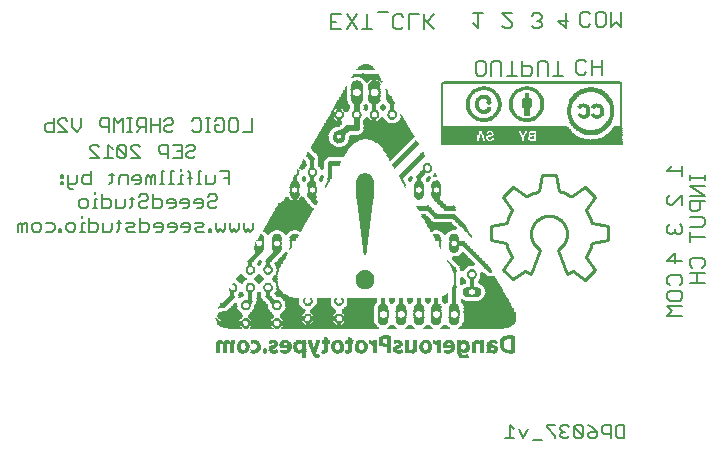
<source format=gbo>
G75*
G70*
%OFA0B0*%
%FSLAX24Y24*%
%IPPOS*%
%LPD*%
%AMOC8*
5,1,8,0,0,1.08239X$1,22.5*
%
%ADD10C,0.0050*%
%ADD11C,0.0060*%
%ADD12R,0.0290X0.0010*%
%ADD13R,0.0120X0.0010*%
%ADD14R,0.0140X0.0010*%
%ADD15R,0.0310X0.0010*%
%ADD16R,0.0130X0.0010*%
%ADD17R,0.0320X0.0010*%
%ADD18R,0.0330X0.0010*%
%ADD19R,0.0160X0.0010*%
%ADD20R,0.0340X0.0010*%
%ADD21R,0.0170X0.0010*%
%ADD22R,0.0180X0.0010*%
%ADD23R,0.0080X0.0010*%
%ADD24R,0.0030X0.0010*%
%ADD25R,0.0200X0.0010*%
%ADD26R,0.0040X0.0010*%
%ADD27R,0.0020X0.0010*%
%ADD28R,0.0150X0.0010*%
%ADD29R,0.0090X0.0010*%
%ADD30R,0.0100X0.0010*%
%ADD31R,0.0110X0.0010*%
%ADD32R,0.0060X0.0010*%
%ADD33R,0.0270X0.0010*%
%ADD34R,0.0250X0.0010*%
%ADD35R,0.0230X0.0010*%
%ADD36R,0.0210X0.0010*%
%ADD37R,0.0240X0.0010*%
%ADD38R,0.0220X0.0010*%
%ADD39R,0.0190X0.0010*%
%ADD40R,0.0260X0.0010*%
%ADD41R,0.0280X0.0010*%
%ADD42R,0.0370X0.0010*%
%ADD43R,0.0300X0.0010*%
%ADD44R,0.0360X0.0010*%
%ADD45R,0.0390X0.0010*%
%ADD46R,0.0350X0.0010*%
%ADD47R,0.0400X0.0010*%
%ADD48R,0.0380X0.0010*%
%ADD49R,0.0410X0.0010*%
%ADD50R,0.0420X0.0010*%
%ADD51R,0.0430X0.0010*%
%ADD52R,0.0070X0.0010*%
%ADD53R,0.0050X0.0010*%
%ADD54R,0.0010X0.0010*%
%ADD55R,0.0620X0.0010*%
%ADD56R,0.0610X0.0010*%
%ADD57R,0.0600X0.0010*%
%ADD58R,0.0450X0.0010*%
%ADD59R,0.0440X0.0010*%
%ADD60R,0.1520X0.0010*%
%ADD61R,0.3290X0.0010*%
%ADD62R,0.0770X0.0010*%
%ADD63R,0.0470X0.0010*%
%ADD64R,0.1590X0.0010*%
%ADD65R,0.3240X0.0010*%
%ADD66R,0.0740X0.0010*%
%ADD67R,0.0560X0.0010*%
%ADD68R,0.1600X0.0010*%
%ADD69R,0.3210X0.0010*%
%ADD70R,0.0720X0.0010*%
%ADD71R,0.0580X0.0010*%
%ADD72R,0.1620X0.0010*%
%ADD73R,0.3190X0.0010*%
%ADD74R,0.0700X0.0010*%
%ADD75R,0.1630X0.0010*%
%ADD76R,0.3170X0.0010*%
%ADD77R,0.0690X0.0010*%
%ADD78R,0.1650X0.0010*%
%ADD79R,0.3160X0.0010*%
%ADD80R,0.0680X0.0010*%
%ADD81R,0.0630X0.0010*%
%ADD82R,0.1670X0.0010*%
%ADD83R,0.3150X0.0010*%
%ADD84R,0.0660X0.0010*%
%ADD85R,0.0650X0.0010*%
%ADD86R,0.1680X0.0010*%
%ADD87R,0.3120X0.0010*%
%ADD88R,0.1690X0.0010*%
%ADD89R,0.3110X0.0010*%
%ADD90R,0.3100X0.0010*%
%ADD91R,0.3220X0.0010*%
%ADD92R,0.0900X0.0010*%
%ADD93R,0.0830X0.0010*%
%ADD94R,0.1700X0.0010*%
%ADD95R,0.1110X0.0010*%
%ADD96R,0.0840X0.0010*%
%ADD97R,0.0860X0.0010*%
%ADD98R,0.0880X0.0010*%
%ADD99R,0.1100X0.0010*%
%ADD100R,0.0820X0.0010*%
%ADD101R,0.0850X0.0010*%
%ADD102R,0.1080X0.0010*%
%ADD103R,0.0800X0.0010*%
%ADD104R,0.1710X0.0010*%
%ADD105R,0.0790X0.0010*%
%ADD106R,0.1720X0.0010*%
%ADD107R,0.1060X0.0010*%
%ADD108R,0.0810X0.0010*%
%ADD109R,0.1030X0.0010*%
%ADD110R,0.0750X0.0010*%
%ADD111R,0.1730X0.0010*%
%ADD112R,0.1020X0.0010*%
%ADD113R,0.0730X0.0010*%
%ADD114R,0.1010X0.0010*%
%ADD115R,0.0710X0.0010*%
%ADD116R,0.0780X0.0010*%
%ADD117R,0.1000X0.0010*%
%ADD118R,0.0990X0.0010*%
%ADD119R,0.0670X0.0010*%
%ADD120R,0.0760X0.0010*%
%ADD121R,0.0980X0.0010*%
%ADD122R,0.0960X0.0010*%
%ADD123R,0.0870X0.0010*%
%ADD124R,0.0950X0.0010*%
%ADD125R,0.0890X0.0010*%
%ADD126R,0.1090X0.0010*%
%ADD127R,0.1070X0.0010*%
%ADD128R,0.0640X0.0010*%
%ADD129R,0.0970X0.0010*%
%ADD130R,0.1040X0.0010*%
%ADD131R,0.1050X0.0010*%
%ADD132R,0.0590X0.0010*%
%ADD133R,0.0570X0.0010*%
%ADD134R,0.0550X0.0010*%
%ADD135R,0.0530X0.0010*%
%ADD136R,0.0510X0.0010*%
%ADD137R,0.1660X0.0010*%
%ADD138R,0.0480X0.0010*%
%ADD139R,0.0460X0.0010*%
%ADD140R,0.1640X0.0010*%
%ADD141R,0.0520X0.0010*%
%ADD142R,0.0940X0.0010*%
%ADD143R,0.0930X0.0010*%
%ADD144R,0.0540X0.0010*%
%ADD145R,0.0500X0.0010*%
%ADD146R,0.1610X0.0010*%
%ADD147R,0.0490X0.0010*%
%ADD148R,0.0920X0.0010*%
%ADD149R,0.0910X0.0010*%
%ADD150R,0.1270X0.0010*%
%ADD151R,0.1260X0.0010*%
%ADD152R,0.1250X0.0010*%
%ADD153R,0.1240X0.0010*%
%ADD154R,0.1220X0.0010*%
%ADD155R,0.1200X0.0010*%
%ADD156R,0.1190X0.0010*%
%ADD157R,0.1170X0.0010*%
%ADD158R,0.1160X0.0010*%
%ADD159R,0.1150X0.0010*%
%ADD160R,0.1130X0.0010*%
%ADD161R,0.1120X0.0010*%
%ADD162R,0.1180X0.0010*%
%ADD163R,0.1230X0.0010*%
%ADD164R,0.1280X0.0010*%
%ADD165R,0.1290X0.0010*%
%ADD166R,0.1210X0.0010*%
%ADD167R,0.1300X0.0010*%
%ADD168R,0.1350X0.0010*%
%ADD169R,0.1390X0.0010*%
%ADD170R,0.1440X0.0010*%
%ADD171R,0.2100X0.0010*%
%ADD172R,0.2110X0.0010*%
%ADD173R,0.2120X0.0010*%
%ADD174R,0.2130X0.0010*%
%ADD175R,0.2140X0.0010*%
%ADD176R,0.2150X0.0010*%
%ADD177R,0.2160X0.0010*%
%ADD178R,0.2170X0.0010*%
%ADD179R,0.2090X0.0010*%
%ADD180R,0.1840X0.0010*%
%ADD181R,0.1810X0.0010*%
%ADD182R,0.1790X0.0010*%
%ADD183R,0.1750X0.0010*%
%ADD184R,0.1570X0.0010*%
%ADD185R,0.1560X0.0010*%
%ADD186R,0.1550X0.0010*%
%ADD187R,0.1540X0.0010*%
%ADD188R,0.1530X0.0010*%
%ADD189R,0.1510X0.0010*%
%ADD190R,0.1500X0.0010*%
%ADD191R,0.1490X0.0010*%
%ADD192R,0.1480X0.0010*%
%ADD193R,0.1470X0.0010*%
%ADD194R,0.1460X0.0010*%
%ADD195R,0.1450X0.0010*%
%ADD196R,0.1430X0.0010*%
%ADD197R,0.6015X0.0015*%
%ADD198R,0.6045X0.0015*%
%ADD199R,0.4395X0.0015*%
%ADD200R,0.1620X0.0015*%
%ADD201R,0.2865X0.0015*%
%ADD202R,0.0210X0.0015*%
%ADD203R,0.0975X0.0015*%
%ADD204R,0.0075X0.0015*%
%ADD205R,0.0165X0.0015*%
%ADD206R,0.1170X0.0015*%
%ADD207R,0.0180X0.0015*%
%ADD208R,0.0945X0.0015*%
%ADD209R,0.0045X0.0015*%
%ADD210R,0.1035X0.0015*%
%ADD211R,0.1785X0.0015*%
%ADD212R,0.0930X0.0015*%
%ADD213R,0.0150X0.0015*%
%ADD214R,0.0885X0.0015*%
%ADD215R,0.1650X0.0015*%
%ADD216R,0.0060X0.0015*%
%ADD217R,0.0030X0.0015*%
%ADD218R,0.0135X0.0015*%
%ADD219R,0.1185X0.0015*%
%ADD220R,0.0810X0.0015*%
%ADD221R,0.1575X0.0015*%
%ADD222R,0.0120X0.0015*%
%ADD223R,0.0915X0.0015*%
%ADD224R,0.0765X0.0015*%
%ADD225R,0.1530X0.0015*%
%ADD226R,0.1200X0.0015*%
%ADD227R,0.0735X0.0015*%
%ADD228R,0.1485X0.0015*%
%ADD229R,0.0690X0.0015*%
%ADD230R,0.1455X0.0015*%
%ADD231R,0.1110X0.0015*%
%ADD232R,0.0660X0.0015*%
%ADD233R,0.1425X0.0015*%
%ADD234R,0.1080X0.0015*%
%ADD235R,0.1215X0.0015*%
%ADD236R,0.0630X0.0015*%
%ADD237R,0.1395X0.0015*%
%ADD238R,0.0090X0.0015*%
%ADD239R,0.1020X0.0015*%
%ADD240R,0.0600X0.0015*%
%ADD241R,0.1365X0.0015*%
%ADD242R,0.0960X0.0015*%
%ADD243R,0.0585X0.0015*%
%ADD244R,0.1335X0.0015*%
%ADD245R,0.1230X0.0015*%
%ADD246R,0.0555X0.0015*%
%ADD247R,0.1320X0.0015*%
%ADD248R,0.0540X0.0015*%
%ADD249R,0.1290X0.0015*%
%ADD250R,0.0885X0.0015*%
%ADD251R,0.0225X0.0015*%
%ADD252R,0.1245X0.0015*%
%ADD253R,0.0510X0.0015*%
%ADD254R,0.0300X0.0015*%
%ADD255R,0.1275X0.0015*%
%ADD256R,0.0105X0.0015*%
%ADD257R,0.0270X0.0015*%
%ADD258R,0.0015X0.0015*%
%ADD259R,0.0495X0.0015*%
%ADD260R,0.0435X0.0015*%
%ADD261R,0.1260X0.0015*%
%ADD262R,0.0855X0.0015*%
%ADD263R,0.0480X0.0015*%
%ADD264R,0.0525X0.0015*%
%ADD265R,0.0465X0.0015*%
%ADD266R,0.0600X0.0015*%
%ADD267R,0.0450X0.0015*%
%ADD268R,0.0675X0.0015*%
%ADD269R,0.0840X0.0015*%
%ADD270R,0.0420X0.0015*%
%ADD271R,0.0735X0.0015*%
%ADD272R,0.0405X0.0015*%
%ADD273R,0.0780X0.0015*%
%ADD274R,0.0825X0.0015*%
%ADD275R,0.1155X0.0015*%
%ADD276R,0.0195X0.0015*%
%ADD277R,0.0390X0.0015*%
%ADD278R,0.2670X0.0015*%
%ADD279R,0.0375X0.0015*%
%ADD280R,0.4320X0.0015*%
%ADD281R,0.0360X0.0015*%
%ADD282R,0.0330X0.0015*%
%ADD283R,0.4305X0.0015*%
%ADD284R,0.0345X0.0015*%
%ADD285R,0.4290X0.0015*%
%ADD286R,0.0330X0.0015*%
%ADD287R,0.4275X0.0015*%
%ADD288R,0.0255X0.0015*%
%ADD289R,0.4260X0.0015*%
%ADD290R,0.0315X0.0015*%
%ADD291R,0.0240X0.0015*%
%ADD292R,0.0300X0.0015*%
%ADD293R,0.4245X0.0015*%
%ADD294R,0.0285X0.0015*%
%ADD295R,0.4230X0.0015*%
%ADD296R,0.0270X0.0015*%
%ADD297R,0.4215X0.0015*%
%ADD298R,0.0060X0.0015*%
%ADD299R,0.0360X0.0015*%
%ADD300R,0.0450X0.0015*%
%ADD301R,0.0510X0.0015*%
%ADD302R,0.0570X0.0015*%
%ADD303R,0.0555X0.0015*%
%ADD304R,0.0615X0.0015*%
%ADD305R,0.0660X0.0015*%
%ADD306R,0.0345X0.0015*%
%ADD307R,0.0390X0.0015*%
%ADD308R,0.0315X0.0015*%
%ADD309R,0.0420X0.0015*%
%ADD310R,0.0465X0.0015*%
%ADD311R,0.0375X0.0015*%
%ADD312R,0.0285X0.0015*%
%ADD313R,0.0405X0.0015*%
%ADD314R,0.0870X0.0015*%
%ADD315R,0.0720X0.0015*%
%ADD316R,0.0645X0.0015*%
%ADD317R,0.0585X0.0015*%
%ADD318R,0.0495X0.0015*%
%ADD319R,0.0540X0.0015*%
%ADD320R,0.0480X0.0015*%
%ADD321R,0.6015X0.0015*%
%ADD322R,0.5985X0.0015*%
%ADD323R,0.5955X0.0015*%
%ADD324R,0.5895X0.0015*%
%ADD325C,0.0100*%
D10*
X004818Y014046D02*
X004818Y014271D01*
X004893Y014346D01*
X004968Y014271D01*
X004968Y014046D01*
X005118Y014046D02*
X005118Y014346D01*
X005043Y014346D01*
X004968Y014271D01*
X005278Y014271D02*
X005278Y014121D01*
X005353Y014046D01*
X005503Y014046D01*
X005578Y014121D01*
X005578Y014271D01*
X005503Y014346D01*
X005353Y014346D01*
X005278Y014271D01*
X005738Y014346D02*
X005964Y014346D01*
X006039Y014271D01*
X006039Y014121D01*
X005964Y014046D01*
X005738Y014046D01*
X006194Y014046D02*
X006269Y014046D01*
X006269Y014121D01*
X006194Y014121D01*
X006194Y014046D01*
X006429Y014121D02*
X006429Y014271D01*
X006504Y014346D01*
X006654Y014346D01*
X006729Y014271D01*
X006729Y014121D01*
X006654Y014046D01*
X006504Y014046D01*
X006429Y014121D01*
X006886Y014046D02*
X007036Y014046D01*
X006961Y014046D02*
X006961Y014346D01*
X007036Y014346D01*
X007196Y014346D02*
X007421Y014346D01*
X007496Y014271D01*
X007496Y014121D01*
X007421Y014046D01*
X007196Y014046D01*
X007196Y014496D01*
X006961Y014496D02*
X006961Y014571D01*
X006934Y014833D02*
X006859Y014908D01*
X006859Y015058D01*
X006934Y015133D01*
X007084Y015133D01*
X007159Y015058D01*
X007159Y014908D01*
X007084Y014833D01*
X006934Y014833D01*
X007316Y014833D02*
X007466Y014833D01*
X007391Y014833D02*
X007391Y015133D01*
X007466Y015133D01*
X007626Y015133D02*
X007852Y015133D01*
X007927Y015058D01*
X007927Y014908D01*
X007852Y014833D01*
X007626Y014833D01*
X007626Y015284D01*
X007391Y015284D02*
X007391Y015359D01*
X007246Y015621D02*
X007021Y015621D01*
X006946Y015696D01*
X006946Y015846D01*
X007021Y015921D01*
X007246Y015921D01*
X007246Y016071D02*
X007246Y015621D01*
X006786Y015696D02*
X006711Y015621D01*
X006486Y015621D01*
X006486Y015546D02*
X006561Y015470D01*
X006636Y015470D01*
X006486Y015546D02*
X006486Y015921D01*
X006325Y015921D02*
X006325Y015846D01*
X006250Y015846D01*
X006250Y015921D01*
X006325Y015921D01*
X006325Y015696D02*
X006325Y015621D01*
X006250Y015621D01*
X006250Y015696D01*
X006325Y015696D01*
X006786Y015696D02*
X006786Y015921D01*
X007213Y016498D02*
X007513Y016498D01*
X007213Y016798D01*
X007213Y016873D01*
X007288Y016948D01*
X007438Y016948D01*
X007513Y016873D01*
X007823Y016948D02*
X007823Y016498D01*
X007973Y016498D02*
X007673Y016498D01*
X007973Y016798D02*
X007823Y016948D01*
X008133Y016873D02*
X008434Y016573D01*
X008359Y016498D01*
X008209Y016498D01*
X008133Y016573D01*
X008133Y016873D01*
X008209Y016948D01*
X008359Y016948D01*
X008434Y016873D01*
X008434Y016573D01*
X008594Y016498D02*
X008894Y016498D01*
X008594Y016798D01*
X008594Y016873D01*
X008669Y016948D01*
X008819Y016948D01*
X008894Y016873D01*
X008776Y017373D02*
X008926Y017523D01*
X008851Y017523D02*
X009076Y017523D01*
X009076Y017373D02*
X009076Y017823D01*
X008851Y017823D01*
X008776Y017748D01*
X008776Y017598D01*
X008851Y017523D01*
X008616Y017373D02*
X008466Y017373D01*
X008541Y017373D02*
X008541Y017823D01*
X008616Y017823D02*
X008466Y017823D01*
X008309Y017823D02*
X008159Y017673D01*
X008009Y017823D01*
X008009Y017373D01*
X007849Y017373D02*
X007849Y017823D01*
X007623Y017823D01*
X007548Y017748D01*
X007548Y017598D01*
X007623Y017523D01*
X007849Y017523D01*
X008309Y017373D02*
X008309Y017823D01*
X009236Y017823D02*
X009236Y017373D01*
X009236Y017598D02*
X009537Y017598D01*
X009697Y017523D02*
X009772Y017598D01*
X009922Y017598D01*
X009997Y017673D01*
X009997Y017748D01*
X009922Y017823D01*
X009772Y017823D01*
X009697Y017748D01*
X009537Y017823D02*
X009537Y017373D01*
X009697Y017448D02*
X009772Y017373D01*
X009922Y017373D01*
X009997Y017448D01*
X009697Y017448D02*
X009697Y017523D01*
X009590Y016948D02*
X009515Y016873D01*
X009515Y016723D01*
X009590Y016648D01*
X009815Y016648D01*
X009815Y016498D02*
X009815Y016948D01*
X009590Y016948D01*
X009975Y016948D02*
X010275Y016948D01*
X010275Y016498D01*
X009975Y016498D01*
X010125Y016723D02*
X010275Y016723D01*
X010435Y016648D02*
X010435Y016573D01*
X010510Y016498D01*
X010660Y016498D01*
X010735Y016573D01*
X010660Y016723D02*
X010510Y016723D01*
X010435Y016648D01*
X010435Y016873D02*
X010510Y016948D01*
X010660Y016948D01*
X010735Y016873D01*
X010735Y016798D01*
X010660Y016723D01*
X010240Y016146D02*
X010240Y016071D01*
X010240Y015921D02*
X010240Y015621D01*
X010315Y015621D02*
X010165Y015621D01*
X010008Y015621D02*
X009858Y015621D01*
X009933Y015621D02*
X009933Y016071D01*
X010008Y016071D01*
X010240Y015921D02*
X010315Y015921D01*
X010472Y015846D02*
X010622Y015846D01*
X010547Y015996D02*
X010547Y015621D01*
X010779Y015621D02*
X010929Y015621D01*
X010854Y015621D02*
X010854Y016071D01*
X010929Y016071D01*
X011089Y015921D02*
X011089Y015621D01*
X011314Y015621D01*
X011389Y015696D01*
X011389Y015921D01*
X011549Y016071D02*
X011850Y016071D01*
X011850Y015621D01*
X011850Y015846D02*
X011700Y015846D01*
X011381Y015284D02*
X011456Y015209D01*
X011456Y015133D01*
X011381Y015058D01*
X011231Y015058D01*
X011156Y014983D01*
X011156Y014908D01*
X011231Y014833D01*
X011381Y014833D01*
X011456Y014908D01*
X011381Y015284D02*
X011231Y015284D01*
X011156Y015209D01*
X010996Y015058D02*
X010921Y015133D01*
X010770Y015133D01*
X010695Y015058D01*
X010695Y014983D01*
X010996Y014983D01*
X010996Y014908D02*
X010996Y015058D01*
X010996Y014908D02*
X010921Y014833D01*
X010770Y014833D01*
X010535Y014908D02*
X010535Y015058D01*
X010460Y015133D01*
X010310Y015133D01*
X010235Y015058D01*
X010235Y014983D01*
X010535Y014983D01*
X010535Y014908D02*
X010460Y014833D01*
X010310Y014833D01*
X010075Y014908D02*
X010075Y015058D01*
X010000Y015133D01*
X009850Y015133D01*
X009775Y015058D01*
X009775Y014983D01*
X010075Y014983D01*
X010075Y014908D02*
X010000Y014833D01*
X009850Y014833D01*
X009615Y014908D02*
X009615Y015058D01*
X009539Y015133D01*
X009314Y015133D01*
X009314Y015284D02*
X009314Y014833D01*
X009539Y014833D01*
X009615Y014908D01*
X009154Y014908D02*
X009079Y014833D01*
X008929Y014833D01*
X008854Y014908D01*
X008854Y014983D01*
X008929Y015058D01*
X009079Y015058D01*
X009154Y015133D01*
X009154Y015209D01*
X009079Y015284D01*
X008929Y015284D01*
X008854Y015209D01*
X008694Y015133D02*
X008544Y015133D01*
X008619Y015209D02*
X008619Y014908D01*
X008544Y014833D01*
X008387Y014908D02*
X008312Y014833D01*
X008087Y014833D01*
X008087Y015133D01*
X008387Y015133D02*
X008387Y014908D01*
X008189Y014421D02*
X008189Y014121D01*
X008114Y014046D01*
X007957Y014121D02*
X007882Y014046D01*
X007657Y014046D01*
X007657Y014346D01*
X007957Y014346D02*
X007957Y014121D01*
X008114Y014346D02*
X008264Y014346D01*
X008424Y014346D02*
X008649Y014346D01*
X008724Y014271D01*
X008649Y014196D01*
X008499Y014196D01*
X008424Y014121D01*
X008499Y014046D01*
X008724Y014046D01*
X008884Y014046D02*
X009109Y014046D01*
X009184Y014121D01*
X009184Y014271D01*
X009109Y014346D01*
X008884Y014346D01*
X008884Y014496D02*
X008884Y014046D01*
X009345Y014196D02*
X009345Y014271D01*
X009420Y014346D01*
X009570Y014346D01*
X009645Y014271D01*
X009645Y014121D01*
X009570Y014046D01*
X009420Y014046D01*
X009345Y014196D02*
X009645Y014196D01*
X009805Y014196D02*
X010105Y014196D01*
X010105Y014121D02*
X010105Y014271D01*
X010030Y014346D01*
X009880Y014346D01*
X009805Y014271D01*
X009805Y014196D01*
X009880Y014046D02*
X010030Y014046D01*
X010105Y014121D01*
X010265Y014196D02*
X010265Y014271D01*
X010340Y014346D01*
X010490Y014346D01*
X010565Y014271D01*
X010565Y014121D01*
X010490Y014046D01*
X010340Y014046D01*
X010265Y014196D02*
X010565Y014196D01*
X010726Y014121D02*
X010801Y014196D01*
X010951Y014196D01*
X011026Y014271D01*
X010951Y014346D01*
X010726Y014346D01*
X010726Y014121D02*
X010801Y014046D01*
X011026Y014046D01*
X011181Y014046D02*
X011256Y014046D01*
X011256Y014121D01*
X011181Y014121D01*
X011181Y014046D01*
X011416Y014121D02*
X011416Y014346D01*
X011416Y014121D02*
X011491Y014046D01*
X011566Y014121D01*
X011641Y014046D01*
X011716Y014121D01*
X011716Y014346D01*
X011876Y014346D02*
X011876Y014121D01*
X011952Y014046D01*
X012027Y014121D01*
X012102Y014046D01*
X012177Y014121D01*
X012177Y014346D01*
X012337Y014346D02*
X012337Y014121D01*
X012412Y014046D01*
X012487Y014121D01*
X012562Y014046D01*
X012637Y014121D01*
X012637Y014346D01*
X010547Y015996D02*
X010472Y016071D01*
X009701Y016071D02*
X009626Y016071D01*
X009626Y015621D01*
X009701Y015621D02*
X009551Y015621D01*
X009394Y015621D02*
X009394Y015921D01*
X009319Y015921D01*
X009244Y015846D01*
X009169Y015921D01*
X009094Y015846D01*
X009094Y015621D01*
X009244Y015621D02*
X009244Y015846D01*
X008934Y015846D02*
X008859Y015921D01*
X008709Y015921D01*
X008634Y015846D01*
X008634Y015771D01*
X008934Y015771D01*
X008934Y015696D02*
X008934Y015846D01*
X008934Y015696D02*
X008859Y015621D01*
X008709Y015621D01*
X008474Y015621D02*
X008474Y015921D01*
X008249Y015921D01*
X008174Y015846D01*
X008174Y015621D01*
X007938Y015696D02*
X007863Y015621D01*
X007938Y015696D02*
X007938Y015996D01*
X008013Y015921D02*
X007863Y015921D01*
X006778Y017373D02*
X006628Y017523D01*
X006628Y017823D01*
X006468Y017748D02*
X006392Y017823D01*
X006242Y017823D01*
X006167Y017748D01*
X006167Y017673D01*
X006468Y017373D01*
X006167Y017373D01*
X006007Y017373D02*
X005782Y017373D01*
X005707Y017448D01*
X005707Y017598D01*
X005782Y017673D01*
X006007Y017673D01*
X006007Y017823D02*
X006007Y017373D01*
X006778Y017373D02*
X006928Y017523D01*
X006928Y017823D01*
X010617Y017748D02*
X010692Y017823D01*
X010843Y017823D01*
X010918Y017748D01*
X010918Y017448D01*
X010843Y017373D01*
X010692Y017373D01*
X010617Y017448D01*
X011074Y017373D02*
X011224Y017373D01*
X011149Y017373D02*
X011149Y017823D01*
X011224Y017823D02*
X011074Y017823D01*
X011385Y017748D02*
X011460Y017823D01*
X011610Y017823D01*
X011685Y017748D01*
X011685Y017448D01*
X011610Y017373D01*
X011460Y017373D01*
X011385Y017448D01*
X011385Y017598D01*
X011535Y017598D01*
X011845Y017448D02*
X011845Y017748D01*
X011920Y017823D01*
X012070Y017823D01*
X012145Y017748D01*
X012145Y017448D01*
X012070Y017373D01*
X011920Y017373D01*
X011845Y017448D01*
X012305Y017373D02*
X012606Y017373D01*
X012606Y017823D01*
D11*
X015263Y020793D02*
X015263Y021293D01*
X015596Y021293D01*
X015779Y021293D02*
X016112Y020793D01*
X016294Y020793D02*
X016628Y020793D01*
X016461Y020793D02*
X016461Y021293D01*
X016810Y021376D02*
X017143Y021376D01*
X017325Y021210D02*
X017409Y021293D01*
X017576Y021293D01*
X017659Y021210D01*
X017841Y021293D02*
X018175Y021293D01*
X018357Y021293D02*
X018357Y020793D01*
X018440Y021043D02*
X018690Y021293D01*
X018357Y021126D02*
X018690Y020793D01*
X017841Y020793D02*
X017841Y021293D01*
X017659Y020876D02*
X017576Y020793D01*
X017409Y020793D01*
X017325Y020876D01*
X017325Y021210D01*
X016112Y021293D02*
X015779Y020793D01*
X015596Y020793D02*
X015263Y020793D01*
X015263Y021043D02*
X015430Y021043D01*
X019976Y020990D02*
X020142Y020823D01*
X020142Y021323D01*
X019976Y021323D02*
X020309Y021323D01*
X020960Y021323D02*
X021293Y020990D01*
X021293Y020906D01*
X021210Y020823D01*
X021043Y020823D01*
X020960Y020906D01*
X020960Y021323D02*
X021293Y021323D01*
X021944Y021240D02*
X022027Y021323D01*
X022194Y021323D01*
X022278Y021240D01*
X022278Y021157D01*
X022194Y021073D01*
X022111Y021073D01*
X022194Y021073D02*
X022278Y020990D01*
X022278Y020906D01*
X022194Y020823D01*
X022027Y020823D01*
X021944Y020906D01*
X022830Y021073D02*
X023080Y020823D01*
X023080Y021323D01*
X023163Y021073D02*
X022830Y021073D01*
X023568Y020956D02*
X023568Y021289D01*
X023651Y021373D01*
X023818Y021373D01*
X023902Y021289D01*
X024084Y021289D02*
X024084Y020956D01*
X024167Y020872D01*
X024334Y020872D01*
X024417Y020956D01*
X024417Y021289D01*
X024334Y021373D01*
X024167Y021373D01*
X024084Y021289D01*
X023902Y020956D02*
X023818Y020872D01*
X023651Y020872D01*
X023568Y020956D01*
X024599Y020872D02*
X024766Y021039D01*
X024933Y020872D01*
X024933Y021373D01*
X024599Y021373D02*
X024599Y020872D01*
X024281Y019767D02*
X024281Y019267D01*
X024281Y019517D02*
X023948Y019517D01*
X023766Y019350D02*
X023682Y019267D01*
X023516Y019267D01*
X023432Y019350D01*
X023432Y019684D01*
X023516Y019767D01*
X023682Y019767D01*
X023766Y019684D01*
X023948Y019767D02*
X023948Y019267D01*
X022986Y019248D02*
X022652Y019248D01*
X022819Y019248D02*
X022819Y019749D01*
X022470Y019665D02*
X022470Y019248D01*
X022470Y019665D02*
X022387Y019749D01*
X022220Y019749D01*
X022136Y019665D01*
X022136Y019248D01*
X021954Y019332D02*
X021954Y019498D01*
X021871Y019582D01*
X021621Y019582D01*
X021621Y019749D02*
X021621Y019248D01*
X021871Y019248D01*
X021954Y019332D01*
X021439Y019248D02*
X021105Y019248D01*
X021272Y019248D02*
X021272Y019749D01*
X020923Y019665D02*
X020923Y019248D01*
X020590Y019248D02*
X020590Y019665D01*
X020673Y019749D01*
X020840Y019749D01*
X020923Y019665D01*
X020408Y019665D02*
X020408Y019332D01*
X020324Y019248D01*
X020157Y019248D01*
X020074Y019332D01*
X020074Y019665D01*
X020157Y019749D01*
X020324Y019749D01*
X020408Y019665D01*
X026458Y016063D02*
X026959Y016063D01*
X026959Y016230D02*
X026959Y015896D01*
X027208Y015924D02*
X027208Y015757D01*
X027208Y015840D02*
X027709Y015840D01*
X027709Y015757D02*
X027709Y015924D01*
X027709Y015580D02*
X027208Y015580D01*
X027709Y015247D01*
X027208Y015247D01*
X027208Y015064D02*
X027208Y014814D01*
X027292Y014731D01*
X027459Y014731D01*
X027542Y014814D01*
X027542Y015064D01*
X027709Y015064D02*
X027208Y015064D01*
X026959Y014928D02*
X026959Y015261D01*
X026625Y014928D01*
X026542Y014928D01*
X026458Y015011D01*
X026458Y015178D01*
X026542Y015261D01*
X026458Y016063D02*
X026625Y016230D01*
X027208Y014549D02*
X027625Y014549D01*
X027709Y014465D01*
X027709Y014299D01*
X027625Y014215D01*
X027208Y014215D01*
X027208Y014033D02*
X027208Y013700D01*
X027208Y013866D02*
X027709Y013866D01*
X026959Y014043D02*
X026959Y014210D01*
X026875Y014293D01*
X026709Y014126D02*
X026709Y014043D01*
X026792Y013959D01*
X026875Y013959D01*
X026959Y014043D01*
X026709Y014043D02*
X026625Y013959D01*
X026542Y013959D01*
X026458Y014043D01*
X026458Y014210D01*
X026542Y014293D01*
X026709Y013324D02*
X026709Y012991D01*
X026959Y013074D02*
X026458Y013074D01*
X026709Y013324D01*
X027208Y013085D02*
X027292Y013168D01*
X027625Y013168D01*
X027709Y013085D01*
X027709Y012918D01*
X027625Y012834D01*
X027709Y012652D02*
X027208Y012652D01*
X027292Y012834D02*
X027208Y012918D01*
X027208Y013085D01*
X027459Y012652D02*
X027459Y012319D01*
X027709Y012319D02*
X027208Y012319D01*
X026959Y012337D02*
X026875Y012254D01*
X026959Y012337D02*
X026959Y012504D01*
X026875Y012587D01*
X026542Y012587D01*
X026458Y012504D01*
X026458Y012337D01*
X026542Y012254D01*
X026542Y012072D02*
X026875Y012072D01*
X026959Y011988D01*
X026959Y011821D01*
X026875Y011738D01*
X026542Y011738D01*
X026458Y011821D01*
X026458Y011988D01*
X026542Y012072D01*
X026458Y011556D02*
X026625Y011389D01*
X026458Y011222D01*
X026959Y011222D01*
X026959Y011556D02*
X026458Y011556D01*
X025034Y007601D02*
X024813Y007601D01*
X024740Y007528D01*
X024740Y007234D01*
X024813Y007161D01*
X025034Y007161D01*
X025034Y007601D01*
X024573Y007601D02*
X024573Y007161D01*
X024573Y007308D02*
X024353Y007308D01*
X024280Y007381D01*
X024280Y007528D01*
X024353Y007601D01*
X024573Y007601D01*
X024113Y007381D02*
X023893Y007381D01*
X023819Y007308D01*
X023819Y007234D01*
X023893Y007161D01*
X024040Y007161D01*
X024113Y007234D01*
X024113Y007381D01*
X023966Y007528D01*
X023819Y007601D01*
X023653Y007528D02*
X023579Y007601D01*
X023432Y007601D01*
X023359Y007528D01*
X023653Y007234D01*
X023579Y007161D01*
X023432Y007161D01*
X023359Y007234D01*
X023359Y007528D01*
X023192Y007528D02*
X023119Y007601D01*
X022972Y007601D01*
X022899Y007528D01*
X022899Y007455D01*
X022972Y007381D01*
X022899Y007308D01*
X022899Y007234D01*
X022972Y007161D01*
X023119Y007161D01*
X023192Y007234D01*
X023045Y007381D02*
X022972Y007381D01*
X022732Y007234D02*
X022732Y007161D01*
X022732Y007234D02*
X022438Y007528D01*
X022438Y007601D01*
X022732Y007601D01*
X022271Y007088D02*
X021978Y007088D01*
X021664Y007161D02*
X021518Y007455D01*
X021351Y007455D02*
X021204Y007601D01*
X021204Y007161D01*
X021351Y007161D02*
X021057Y007161D01*
X021664Y007161D02*
X021811Y007455D01*
X023653Y007528D02*
X023653Y007234D01*
D12*
X019696Y009836D03*
X019156Y010006D03*
X019186Y010346D03*
X018406Y010356D03*
X018186Y010986D03*
X017586Y010986D03*
X016996Y010986D03*
X016996Y010996D03*
X016996Y011556D03*
X016376Y012146D03*
X016376Y014066D03*
X016376Y014076D03*
X016376Y014086D03*
X016376Y014096D03*
X016376Y014106D03*
X016376Y014116D03*
X016376Y014126D03*
X014636Y015196D03*
X014036Y015196D03*
X014036Y015206D03*
X014036Y015616D03*
X015746Y016846D03*
X015976Y017036D03*
X015256Y017736D03*
X015636Y018396D03*
X015636Y018406D03*
X016936Y017716D03*
X017596Y017676D03*
X017266Y016566D03*
X018176Y015616D03*
X018176Y015196D03*
X018766Y015196D03*
X018766Y015206D03*
X018766Y015616D03*
X018556Y014326D03*
X019356Y013856D03*
X019356Y013846D03*
X019356Y013836D03*
X019606Y013636D03*
X019356Y013426D03*
X019356Y013416D03*
X019636Y013216D03*
X019676Y012876D03*
X019356Y011556D03*
X018766Y011556D03*
X017106Y010206D03*
X017486Y010056D03*
X017496Y010036D03*
X016266Y010016D03*
X015476Y010016D03*
X015466Y010356D03*
X013736Y010346D03*
X013336Y010046D03*
X013336Y010036D03*
X012736Y010056D03*
X012736Y010066D03*
X012726Y010046D03*
X011986Y011436D03*
X012486Y011716D03*
X012266Y012416D03*
X012266Y012486D03*
X012856Y012486D03*
X012856Y012416D03*
X013526Y011966D03*
X013446Y013426D03*
X013446Y013846D03*
X012856Y013426D03*
X012856Y013416D03*
X020646Y010356D03*
X020596Y010226D03*
D13*
X011471Y009986D03*
X011471Y009996D03*
X011471Y010006D03*
X011471Y010016D03*
X011471Y010026D03*
X011471Y010036D03*
X011471Y010046D03*
X011471Y010056D03*
X011471Y010066D03*
X011471Y010076D03*
X011471Y010086D03*
X011471Y010096D03*
X011471Y010106D03*
X011471Y010116D03*
X011471Y010126D03*
X011471Y010136D03*
X011471Y010146D03*
X011471Y010156D03*
X011471Y010166D03*
X011471Y010176D03*
X011471Y010186D03*
X011471Y010196D03*
X011471Y010206D03*
X011471Y010216D03*
X011471Y010226D03*
X011471Y010236D03*
X011471Y010246D03*
X011471Y010256D03*
X013041Y010106D03*
X013241Y010106D03*
X013241Y010096D03*
X013241Y010086D03*
X013601Y010246D03*
X013601Y010256D03*
X013611Y010266D03*
X013611Y010276D03*
X013621Y010296D03*
X013861Y010276D03*
X013861Y010266D03*
X013871Y010256D03*
X013871Y010246D03*
X013871Y010236D03*
X013871Y010146D03*
X013871Y010136D03*
X013871Y010126D03*
X014171Y010396D03*
X014361Y010356D03*
X014361Y010346D03*
X014571Y010296D03*
X014581Y010266D03*
X014581Y010256D03*
X014591Y010246D03*
X014591Y010236D03*
X014591Y010226D03*
X014591Y010216D03*
X014601Y010196D03*
X014601Y010186D03*
X014611Y010166D03*
X014621Y010136D03*
X014751Y010156D03*
X014781Y010246D03*
X014791Y009836D03*
X015891Y010126D03*
X015891Y010136D03*
X015891Y010146D03*
X015891Y010156D03*
X015891Y010166D03*
X015891Y010176D03*
X015891Y010186D03*
X015891Y010196D03*
X015891Y010206D03*
X015891Y010216D03*
X015891Y010226D03*
X015891Y010236D03*
X015891Y010246D03*
X015891Y010256D03*
X015891Y010266D03*
X015891Y010276D03*
X015891Y010286D03*
X015891Y010296D03*
X015891Y010406D03*
X015891Y010416D03*
X015891Y010426D03*
X015891Y010436D03*
X015891Y010446D03*
X015891Y010456D03*
X015891Y010466D03*
X016581Y010356D03*
X016581Y010346D03*
X017401Y010106D03*
X017401Y010086D03*
X017401Y010076D03*
X017511Y009976D03*
X017781Y009996D03*
X017781Y010006D03*
X017781Y010016D03*
X018051Y010146D03*
X018051Y010156D03*
X018051Y010166D03*
X018051Y010176D03*
X018051Y010186D03*
X018051Y010196D03*
X018051Y010206D03*
X018051Y010216D03*
X018051Y010226D03*
X018051Y010236D03*
X018051Y010246D03*
X018051Y010256D03*
X018051Y010266D03*
X018051Y010276D03*
X018051Y010286D03*
X018051Y010296D03*
X018051Y010306D03*
X018051Y010316D03*
X018051Y010326D03*
X018051Y010336D03*
X018051Y010346D03*
X018051Y010356D03*
X018051Y010366D03*
X018051Y010376D03*
X018051Y010386D03*
X017571Y010296D03*
X017291Y010876D03*
X017001Y010926D03*
X017121Y011376D03*
X016881Y011386D03*
X017291Y011656D03*
X017471Y011376D03*
X017711Y011376D03*
X017591Y010926D03*
X017881Y010876D03*
X018181Y010926D03*
X018471Y010886D03*
X018301Y011376D03*
X018481Y011656D03*
X018881Y011386D03*
X019071Y011656D03*
X019091Y011886D03*
X019371Y012166D03*
X019631Y012446D03*
X019631Y012746D03*
X019631Y012756D03*
X019371Y012736D03*
X019371Y012726D03*
X019371Y012716D03*
X019341Y012816D03*
X019331Y012826D03*
X019451Y013726D03*
X019761Y014076D03*
X019751Y014086D03*
X019741Y014106D03*
X018861Y015316D03*
X018771Y015706D03*
X018511Y015826D03*
X018481Y015746D03*
X018081Y015496D03*
X017891Y015746D03*
X017911Y015816D03*
X017611Y015826D03*
X017391Y016206D03*
X017241Y016456D03*
X018081Y016986D03*
X018301Y016606D03*
X016941Y017796D03*
X017001Y018096D03*
X017001Y018106D03*
X017151Y018556D03*
X016841Y018556D03*
X016561Y018556D03*
X016251Y018556D03*
X015971Y018556D03*
X015721Y018686D03*
X016461Y019036D03*
X015241Y017846D03*
X014951Y016156D03*
X014951Y015856D03*
X015211Y015826D03*
X015211Y015816D03*
X014721Y015506D03*
X014541Y015506D03*
X014541Y015316D03*
X014721Y015316D03*
X014291Y015156D03*
X014131Y015316D03*
X014131Y015506D03*
X014051Y015786D03*
X014051Y015796D03*
X014051Y015806D03*
X014281Y016116D03*
X014361Y016326D03*
X014361Y016336D03*
X013791Y015156D03*
X013741Y013966D03*
X013541Y013726D03*
X013151Y013966D03*
X012931Y013856D03*
X012951Y013726D03*
X012881Y013006D03*
X013501Y012856D03*
X013501Y012846D03*
X013401Y012526D03*
X013401Y012386D03*
X013401Y012376D03*
X013501Y012086D03*
X013331Y011646D03*
X017881Y011656D03*
X019061Y010886D03*
X019481Y011166D03*
X019521Y010366D03*
X019321Y010256D03*
X019321Y010246D03*
X019321Y010236D03*
X019311Y010266D03*
X019311Y010276D03*
X019301Y010286D03*
X019321Y010136D03*
X019321Y010126D03*
X019531Y009986D03*
X019531Y009976D03*
X019051Y010236D03*
X019051Y010246D03*
X019051Y010256D03*
X019061Y010266D03*
X019061Y010276D03*
X019071Y010296D03*
X018861Y010336D03*
X018861Y010346D03*
X018861Y010356D03*
X018861Y010366D03*
X018721Y010356D03*
X018851Y010216D03*
X018851Y010206D03*
X018851Y010196D03*
X018851Y010186D03*
X018851Y010176D03*
X018851Y010166D03*
X018851Y010156D03*
X018851Y010146D03*
X018851Y010136D03*
X018851Y010126D03*
X018851Y010116D03*
X018851Y010106D03*
X018851Y010096D03*
X018851Y010086D03*
X018851Y010076D03*
X018851Y010066D03*
X018851Y010056D03*
X018851Y010046D03*
X018851Y010036D03*
X018851Y010026D03*
X018851Y010016D03*
X018851Y010006D03*
X020021Y009986D03*
X020501Y009986D03*
X020501Y009996D03*
X020511Y010006D03*
X020301Y012636D03*
X020561Y012686D03*
D14*
X020541Y012716D03*
X020521Y012736D03*
X020311Y012616D03*
X019951Y012756D03*
X019951Y012446D03*
X019951Y012436D03*
X019951Y012426D03*
X019951Y012416D03*
X019951Y012406D03*
X019951Y012396D03*
X019951Y012386D03*
X019951Y012376D03*
X019951Y012366D03*
X019951Y012356D03*
X019951Y012346D03*
X019951Y012336D03*
X019951Y012326D03*
X019951Y012316D03*
X019951Y012306D03*
X019951Y012296D03*
X019951Y012286D03*
X019951Y012276D03*
X019951Y012266D03*
X019951Y012256D03*
X019951Y012246D03*
X019951Y012236D03*
X019951Y012226D03*
X019951Y012216D03*
X019951Y012206D03*
X019951Y012196D03*
X019951Y012186D03*
X019951Y012176D03*
X019641Y012426D03*
X019641Y012776D03*
X019361Y012776D03*
X019351Y012796D03*
X019651Y013276D03*
X019271Y013536D03*
X019731Y014116D03*
X019721Y014126D03*
X019711Y014136D03*
X018331Y014596D03*
X018321Y014606D03*
X018181Y015116D03*
X018181Y015706D03*
X018181Y015716D03*
X018181Y015726D03*
X018181Y015736D03*
X018181Y015746D03*
X018181Y015756D03*
X018181Y015766D03*
X018181Y015776D03*
X018181Y015786D03*
X018181Y015796D03*
X018181Y015806D03*
X018181Y015816D03*
X017901Y015796D03*
X017901Y015786D03*
X017891Y015766D03*
X017891Y015756D03*
X017611Y015836D03*
X017391Y016216D03*
X018301Y016596D03*
X018471Y016296D03*
X018511Y015816D03*
X018481Y015766D03*
X018081Y016976D03*
X017621Y017776D03*
X017291Y017776D03*
X016941Y017786D03*
X016701Y017776D03*
X016701Y017766D03*
X016701Y017756D03*
X016701Y017746D03*
X016701Y017736D03*
X016701Y017726D03*
X016701Y017716D03*
X016701Y018096D03*
X016701Y018106D03*
X016701Y018116D03*
X016701Y018126D03*
X016701Y018136D03*
X016701Y018146D03*
X016701Y018156D03*
X016701Y018166D03*
X016701Y018176D03*
X016701Y018186D03*
X016701Y018196D03*
X016701Y018206D03*
X016701Y018226D03*
X016701Y018236D03*
X016701Y018246D03*
X016701Y018256D03*
X016701Y018266D03*
X016701Y018276D03*
X016411Y018216D03*
X016411Y018116D03*
X016571Y018546D03*
X016831Y018786D03*
X016701Y019046D03*
X016701Y019056D03*
X016701Y019066D03*
X016701Y019076D03*
X016701Y019086D03*
X016701Y019096D03*
X016851Y019096D03*
X016461Y019056D03*
X016461Y019046D03*
X016111Y019046D03*
X015711Y018666D03*
X015711Y018656D03*
X015711Y018646D03*
X015511Y018126D03*
X015511Y018116D03*
X015511Y018106D03*
X015511Y018096D03*
X015511Y018086D03*
X015511Y017766D03*
X015511Y017756D03*
X015511Y017746D03*
X015511Y017736D03*
X015511Y017726D03*
X015511Y017716D03*
X015651Y017226D03*
X015661Y017216D03*
X015661Y017206D03*
X015661Y017196D03*
X015661Y017186D03*
X015661Y017176D03*
X015661Y017166D03*
X015661Y017156D03*
X015521Y016986D03*
X015391Y017136D03*
X015381Y017146D03*
X015381Y017156D03*
X015381Y017216D03*
X014521Y016586D03*
X014631Y016416D03*
X014631Y016406D03*
X014631Y016396D03*
X014631Y016386D03*
X014631Y016376D03*
X014631Y016366D03*
X014631Y016356D03*
X014631Y016346D03*
X014631Y016336D03*
X014631Y016326D03*
X014631Y016316D03*
X014631Y016306D03*
X014631Y016296D03*
X014631Y016286D03*
X014631Y016276D03*
X014631Y016266D03*
X014631Y016256D03*
X014631Y016246D03*
X014631Y016236D03*
X014631Y016226D03*
X014631Y016216D03*
X014631Y016206D03*
X014631Y016196D03*
X014631Y016186D03*
X014631Y016176D03*
X014631Y016166D03*
X014631Y016156D03*
X014631Y016146D03*
X014941Y016176D03*
X015221Y016176D03*
X015221Y016186D03*
X015221Y016196D03*
X015221Y016206D03*
X015221Y016216D03*
X015221Y016166D03*
X015221Y016156D03*
X015221Y016146D03*
X015221Y016136D03*
X015221Y016126D03*
X015221Y016116D03*
X015221Y016106D03*
X015221Y016096D03*
X015221Y016086D03*
X015221Y016076D03*
X015221Y016066D03*
X015221Y016056D03*
X015221Y016046D03*
X015221Y016036D03*
X015221Y016026D03*
X015221Y016016D03*
X015221Y016006D03*
X015221Y015996D03*
X015221Y015986D03*
X015221Y015976D03*
X015221Y015966D03*
X015221Y015956D03*
X015221Y015946D03*
X015221Y015936D03*
X015221Y015926D03*
X015221Y015916D03*
X015221Y015906D03*
X015221Y015896D03*
X015221Y015886D03*
X015221Y015876D03*
X015221Y015866D03*
X015221Y015856D03*
X015221Y015846D03*
X014941Y015826D03*
X014931Y015756D03*
X014631Y015756D03*
X014631Y015766D03*
X014631Y015776D03*
X014631Y015786D03*
X014631Y015796D03*
X014631Y015806D03*
X014631Y015816D03*
X014631Y015826D03*
X014631Y015836D03*
X014631Y015846D03*
X014631Y015856D03*
X014631Y015746D03*
X014631Y015736D03*
X014631Y015726D03*
X014631Y015716D03*
X014631Y015706D03*
X014341Y015756D03*
X014041Y015756D03*
X014041Y015766D03*
X014041Y015746D03*
X014041Y015736D03*
X014041Y015726D03*
X014041Y015716D03*
X014041Y015706D03*
X014351Y016286D03*
X014351Y016296D03*
X014291Y015136D03*
X014041Y015096D03*
X014041Y015086D03*
X014041Y015076D03*
X014041Y015066D03*
X013791Y015126D03*
X013791Y015136D03*
X014721Y014986D03*
X014041Y013926D03*
X013741Y013976D03*
X013451Y013926D03*
X013151Y013976D03*
X012931Y013836D03*
X012771Y013536D03*
X013361Y013536D03*
X013741Y013286D03*
X013731Y013276D03*
X013511Y012876D03*
X013151Y012906D03*
X013151Y012916D03*
X013151Y012926D03*
X013151Y012936D03*
X013151Y012946D03*
X013151Y012956D03*
X013151Y012966D03*
X013151Y012976D03*
X013151Y012986D03*
X013151Y012996D03*
X013151Y013006D03*
X012871Y012986D03*
X012861Y012946D03*
X012861Y012936D03*
X013391Y012506D03*
X013391Y012406D03*
X013151Y012306D03*
X013151Y012006D03*
X013151Y011996D03*
X013151Y011986D03*
X013151Y011976D03*
X013151Y011966D03*
X013151Y011956D03*
X013151Y011946D03*
X013151Y011936D03*
X013151Y011926D03*
X013151Y011916D03*
X013151Y011906D03*
X013331Y011656D03*
X013451Y011416D03*
X013451Y011126D03*
X013311Y010396D03*
X013411Y010256D03*
X013251Y010126D03*
X013251Y010066D03*
X013041Y010076D03*
X013041Y010086D03*
X013041Y010016D03*
X012841Y010126D03*
X012841Y010136D03*
X012841Y010146D03*
X012831Y010116D03*
X012841Y010236D03*
X012831Y010256D03*
X012461Y010256D03*
X012461Y010266D03*
X012461Y010276D03*
X012451Y010286D03*
X012321Y010396D03*
X012201Y010276D03*
X012191Y010266D03*
X012191Y010256D03*
X012181Y010246D03*
X012181Y010236D03*
X012181Y010136D03*
X012191Y010106D03*
X012201Y010096D03*
X012451Y010086D03*
X012461Y010106D03*
X012461Y010116D03*
X011961Y010256D03*
X011961Y010266D03*
X011791Y010386D03*
X011551Y010386D03*
X011481Y010286D03*
X012411Y011126D03*
X012051Y011576D03*
X011961Y011896D03*
X011961Y011906D03*
X011961Y011916D03*
X011961Y011926D03*
X011961Y011936D03*
X011961Y011946D03*
X011961Y011956D03*
X011961Y011966D03*
X011961Y011976D03*
X011961Y011986D03*
X011961Y011996D03*
X012561Y012306D03*
X013511Y012056D03*
X014481Y010966D03*
X014481Y010926D03*
X014481Y010916D03*
X014551Y010376D03*
X014551Y010366D03*
X014551Y010356D03*
X014561Y010336D03*
X014561Y010326D03*
X014351Y010256D03*
X014351Y010246D03*
X014351Y010236D03*
X014351Y010226D03*
X014351Y010216D03*
X014351Y010206D03*
X014351Y010196D03*
X014351Y010186D03*
X014351Y010176D03*
X014351Y010166D03*
X014351Y010156D03*
X014351Y010146D03*
X014351Y010136D03*
X014351Y010126D03*
X014351Y010116D03*
X014351Y009986D03*
X014351Y009976D03*
X014351Y009966D03*
X014351Y009956D03*
X014351Y009946D03*
X014351Y009936D03*
X014351Y009926D03*
X014351Y009916D03*
X014351Y009906D03*
X014351Y009896D03*
X014351Y009886D03*
X014351Y009876D03*
X014351Y009866D03*
X014351Y009856D03*
X014351Y009846D03*
X014351Y009836D03*
X014701Y009956D03*
X014711Y009946D03*
X014681Y010006D03*
X014681Y010016D03*
X014781Y009856D03*
X015081Y010086D03*
X015091Y010096D03*
X015331Y010116D03*
X015331Y010126D03*
X015341Y010106D03*
X015351Y010096D03*
X015321Y010176D03*
X015321Y010196D03*
X015331Y010256D03*
X015341Y010266D03*
X015341Y010276D03*
X015351Y010286D03*
X015461Y010396D03*
X015591Y010296D03*
X015601Y010286D03*
X015601Y010276D03*
X015611Y010266D03*
X015611Y010256D03*
X015611Y010246D03*
X015611Y010126D03*
X015611Y010116D03*
X015601Y010096D03*
X015881Y010096D03*
X016121Y010126D03*
X016121Y010136D03*
X016131Y010116D03*
X016131Y010106D03*
X016141Y010096D03*
X016121Y010236D03*
X016121Y010246D03*
X016131Y010266D03*
X016131Y010276D03*
X016141Y010286D03*
X016261Y010396D03*
X016391Y010286D03*
X016401Y010266D03*
X016411Y010246D03*
X016411Y010236D03*
X016411Y010226D03*
X016411Y010216D03*
X016411Y010166D03*
X016411Y010156D03*
X016411Y010146D03*
X016411Y010136D03*
X016411Y010126D03*
X016401Y010106D03*
X016391Y010096D03*
X016701Y010236D03*
X016701Y010246D03*
X016911Y010326D03*
X016911Y010336D03*
X016911Y010346D03*
X016921Y010316D03*
X016911Y010406D03*
X016911Y010416D03*
X016911Y010426D03*
X016921Y010436D03*
X017181Y010456D03*
X017461Y010396D03*
X017571Y010256D03*
X017411Y010126D03*
X017411Y010066D03*
X017791Y010106D03*
X017791Y010116D03*
X017971Y009986D03*
X018041Y010106D03*
X018041Y010116D03*
X018261Y010136D03*
X018261Y010146D03*
X018261Y010156D03*
X018261Y010166D03*
X018261Y010176D03*
X018261Y010186D03*
X018261Y010196D03*
X018261Y010206D03*
X018261Y010216D03*
X018261Y010226D03*
X018261Y010236D03*
X018271Y010256D03*
X018271Y010266D03*
X018281Y010276D03*
X018271Y010126D03*
X018271Y010116D03*
X018281Y010096D03*
X018531Y010086D03*
X018541Y010096D03*
X018541Y010106D03*
X018551Y010116D03*
X018551Y010126D03*
X018561Y010166D03*
X018561Y010176D03*
X018561Y010186D03*
X018561Y010196D03*
X018561Y010206D03*
X018551Y010246D03*
X018541Y010276D03*
X018531Y010286D03*
X018411Y010396D03*
X018841Y010246D03*
X019531Y010256D03*
X019531Y010266D03*
X019531Y010116D03*
X019541Y009946D03*
X019551Y009936D03*
X019791Y010106D03*
X019801Y010116D03*
X019801Y010126D03*
X019811Y010146D03*
X019811Y010156D03*
X019811Y010166D03*
X019811Y010176D03*
X019811Y010186D03*
X019811Y010196D03*
X019811Y010206D03*
X019811Y010216D03*
X019811Y010226D03*
X019801Y010256D03*
X019801Y010266D03*
X019791Y010276D03*
X020031Y010276D03*
X020031Y010266D03*
X020111Y010386D03*
X020281Y010256D03*
X020521Y010096D03*
X020521Y010086D03*
X020751Y010076D03*
X020751Y010146D03*
X020741Y010156D03*
X020951Y010196D03*
X020951Y010206D03*
X020951Y010216D03*
X020961Y010186D03*
X020961Y010176D03*
X020971Y010146D03*
X020951Y010326D03*
X020951Y010336D03*
X020951Y010346D03*
X020951Y010356D03*
X020961Y010366D03*
X020961Y010376D03*
X021311Y010376D03*
X021311Y010386D03*
X021311Y010396D03*
X021311Y010406D03*
X021311Y010416D03*
X021311Y010426D03*
X021311Y010436D03*
X021311Y010446D03*
X021311Y010456D03*
X021311Y010366D03*
X021311Y010356D03*
X021311Y010346D03*
X021311Y010336D03*
X021311Y010326D03*
X021311Y010316D03*
X021311Y010306D03*
X021311Y010296D03*
X021311Y010286D03*
X021311Y010276D03*
X021311Y010266D03*
X021311Y010256D03*
X021311Y010246D03*
X021311Y010236D03*
X021311Y010226D03*
X021311Y010216D03*
X021311Y010206D03*
X021311Y010196D03*
X021311Y010186D03*
X021311Y010176D03*
X021311Y010166D03*
X021311Y010156D03*
X021311Y010146D03*
X021311Y010136D03*
X021311Y010126D03*
X021311Y010116D03*
X021311Y010106D03*
X021311Y010096D03*
X021311Y010086D03*
X021311Y010076D03*
X021241Y009976D03*
X019361Y010926D03*
X019251Y011156D03*
X019471Y011156D03*
X019361Y011626D03*
X019361Y011636D03*
X019361Y011646D03*
X019361Y011656D03*
X019361Y011666D03*
X019361Y011676D03*
X019361Y011686D03*
X019361Y011696D03*
X019361Y011706D03*
X019361Y011716D03*
X019361Y011726D03*
X019361Y011736D03*
X019361Y011746D03*
X019361Y011756D03*
X019361Y011766D03*
X019361Y011776D03*
X019361Y011786D03*
X019361Y011796D03*
X019361Y011806D03*
X019361Y011816D03*
X019361Y011826D03*
X019361Y011836D03*
X019361Y011846D03*
X019361Y011856D03*
X019361Y011866D03*
X019361Y011876D03*
X019361Y011886D03*
X019361Y011896D03*
X019361Y011906D03*
X019361Y011916D03*
X019361Y011926D03*
X019361Y011936D03*
X019361Y011946D03*
X019361Y011956D03*
X019361Y011966D03*
X019361Y011976D03*
X019361Y011986D03*
X019361Y011996D03*
X019361Y012006D03*
X019361Y012016D03*
X019361Y012026D03*
X019361Y012036D03*
X019361Y012046D03*
X019361Y012056D03*
X019361Y012066D03*
X019361Y012076D03*
X019361Y012086D03*
X019361Y012096D03*
X019361Y012106D03*
X019361Y012116D03*
X019361Y012126D03*
X019361Y012136D03*
X019641Y011726D03*
X019071Y011666D03*
X018871Y011156D03*
X018291Y011156D03*
X018071Y011156D03*
X018181Y011616D03*
X018181Y011626D03*
X018181Y011636D03*
X018181Y011646D03*
X018181Y011656D03*
X018181Y011666D03*
X018181Y011676D03*
X018181Y011686D03*
X018181Y011696D03*
X018181Y011706D03*
X018181Y011716D03*
X018181Y011726D03*
X018181Y011736D03*
X018181Y011746D03*
X018181Y011756D03*
X018181Y011766D03*
X018181Y011776D03*
X018181Y011786D03*
X017591Y011786D03*
X017591Y011776D03*
X017591Y011766D03*
X017591Y011756D03*
X017591Y011746D03*
X017591Y011736D03*
X017591Y011726D03*
X017591Y011716D03*
X017591Y011706D03*
X017591Y011696D03*
X017591Y011686D03*
X017591Y011676D03*
X017591Y011666D03*
X017591Y011656D03*
X017591Y011646D03*
X017591Y011636D03*
X017591Y011626D03*
X017591Y011616D03*
X017481Y011156D03*
X017701Y011156D03*
X017111Y011156D03*
X016891Y011156D03*
X017111Y011386D03*
X017001Y011626D03*
X017001Y011636D03*
X017001Y011646D03*
X017001Y011656D03*
X017001Y011666D03*
X017001Y011676D03*
X017001Y011686D03*
X017001Y011696D03*
X017001Y011706D03*
X017001Y011716D03*
X017001Y011726D03*
X017001Y011736D03*
X017001Y011746D03*
X017001Y011756D03*
X017001Y011766D03*
X017001Y011776D03*
X017001Y011786D03*
X017291Y010866D03*
X017881Y010866D03*
X015511Y010926D03*
X015511Y010936D03*
X015511Y010946D03*
X015511Y010956D03*
X015521Y011566D03*
X014831Y010386D03*
X014831Y010376D03*
X014821Y010366D03*
X014821Y010356D03*
X014811Y010336D03*
X014811Y010326D03*
X014801Y010306D03*
X014801Y010296D03*
X014791Y010266D03*
X014081Y010276D03*
X014071Y010266D03*
X014071Y010256D03*
X014061Y010236D03*
X014061Y010226D03*
X014061Y010216D03*
X014061Y010206D03*
X014061Y010196D03*
X014061Y010186D03*
X014061Y010176D03*
X014061Y010166D03*
X014061Y010156D03*
X014071Y010116D03*
X014081Y010106D03*
X013841Y010306D03*
X016371Y012726D03*
X016371Y013466D03*
X016371Y013476D03*
X016371Y013486D03*
X016371Y013496D03*
X016371Y013506D03*
X016371Y015956D03*
X017001Y018116D03*
X017291Y018116D03*
X017291Y018126D03*
X017291Y018136D03*
X017291Y018146D03*
X017291Y018156D03*
X017291Y018166D03*
X017291Y018176D03*
X017291Y018186D03*
X017291Y018196D03*
X017291Y018206D03*
X017291Y018216D03*
X017291Y018226D03*
X017291Y018236D03*
X017291Y018246D03*
X017291Y018256D03*
X017291Y018266D03*
X017291Y018276D03*
X017291Y018106D03*
X017291Y018096D03*
X017291Y018086D03*
X017291Y018076D03*
X017161Y018546D03*
X016411Y019596D03*
D15*
X016706Y018986D03*
X015636Y018366D03*
X015986Y017046D03*
X017266Y016576D03*
X018376Y015996D03*
X018386Y016006D03*
X018396Y016016D03*
X018426Y016046D03*
X018186Y015586D03*
X018186Y015236D03*
X018766Y015236D03*
X018766Y015246D03*
X018766Y015256D03*
X018766Y015266D03*
X018766Y015276D03*
X018766Y015286D03*
X018766Y015296D03*
X018766Y015306D03*
X018766Y015226D03*
X018766Y015216D03*
X018766Y015516D03*
X018766Y015526D03*
X018766Y015536D03*
X018766Y015546D03*
X018766Y015556D03*
X018766Y015566D03*
X018766Y015576D03*
X018766Y015586D03*
X018766Y015596D03*
X018766Y015606D03*
X019066Y014046D03*
X019356Y013826D03*
X019356Y013816D03*
X019356Y013806D03*
X019356Y013796D03*
X019356Y013786D03*
X019356Y013776D03*
X019356Y013766D03*
X019356Y013756D03*
X019356Y013746D03*
X019356Y013736D03*
X019356Y013526D03*
X019356Y013516D03*
X019356Y013506D03*
X019356Y013496D03*
X019356Y013486D03*
X019356Y013476D03*
X019356Y013466D03*
X019356Y013456D03*
X019356Y013446D03*
X019616Y013616D03*
X019676Y012886D03*
X019356Y011536D03*
X019356Y011006D03*
X018766Y011006D03*
X018186Y011536D03*
X017586Y011536D03*
X017586Y011006D03*
X016996Y011006D03*
X017096Y010536D03*
X016266Y010026D03*
X015476Y010026D03*
X013726Y010026D03*
X013736Y010326D03*
X012326Y010346D03*
X011986Y011426D03*
X012476Y011696D03*
X012916Y011656D03*
X012856Y012436D03*
X012856Y012446D03*
X012856Y012466D03*
X012856Y012476D03*
X012266Y012476D03*
X012266Y012466D03*
X012266Y012436D03*
X012856Y013446D03*
X012856Y013456D03*
X012856Y013466D03*
X012856Y013476D03*
X012856Y013486D03*
X012856Y013496D03*
X012856Y013506D03*
X012856Y013516D03*
X012856Y013526D03*
X013446Y013526D03*
X013446Y013516D03*
X013446Y013506D03*
X013446Y013496D03*
X013446Y013486D03*
X013446Y013476D03*
X013446Y013466D03*
X013446Y013456D03*
X013446Y013446D03*
X013446Y013736D03*
X013446Y013746D03*
X013446Y013756D03*
X013446Y013766D03*
X013446Y013776D03*
X013446Y013786D03*
X013446Y013796D03*
X013446Y013806D03*
X013446Y013816D03*
X013446Y013826D03*
X013156Y014046D03*
X014036Y015216D03*
X014036Y015226D03*
X014036Y015236D03*
X014036Y015246D03*
X014036Y015256D03*
X014036Y015266D03*
X014036Y015276D03*
X014036Y015286D03*
X014036Y015296D03*
X014036Y015306D03*
X014036Y015516D03*
X014036Y015526D03*
X014036Y015536D03*
X014036Y015546D03*
X014036Y015556D03*
X014036Y015566D03*
X014036Y015576D03*
X014036Y015586D03*
X014036Y015596D03*
X016376Y014186D03*
X016376Y014176D03*
X016376Y014166D03*
X016376Y014156D03*
X016376Y014146D03*
X016376Y014136D03*
X016376Y012696D03*
X016996Y011546D03*
X016996Y011536D03*
X019186Y010326D03*
X019176Y010026D03*
X019686Y009846D03*
X020626Y010316D03*
X020636Y010336D03*
X021226Y009996D03*
X017596Y017656D03*
X017596Y017666D03*
D16*
X016466Y017796D03*
X016406Y018106D03*
X016406Y018226D03*
X016246Y018546D03*
X016246Y018776D03*
X015976Y018776D03*
X015976Y018546D03*
X015716Y018676D03*
X015756Y018046D03*
X015236Y017836D03*
X015376Y017206D03*
X015376Y017196D03*
X015376Y017186D03*
X015376Y017176D03*
X015376Y017166D03*
X014516Y016596D03*
X014356Y016316D03*
X014356Y016306D03*
X014276Y016126D03*
X014336Y015826D03*
X014336Y015816D03*
X014336Y015746D03*
X014046Y015776D03*
X013946Y015506D03*
X013946Y015316D03*
X013786Y015146D03*
X014296Y015146D03*
X014726Y014976D03*
X014926Y015746D03*
X014946Y015836D03*
X014946Y015846D03*
X015216Y015836D03*
X014946Y016166D03*
X017246Y016466D03*
X017906Y015806D03*
X018086Y015506D03*
X018276Y015506D03*
X018276Y015316D03*
X018086Y015316D03*
X018476Y015756D03*
X018676Y015506D03*
X018856Y015506D03*
X018676Y015316D03*
X018356Y016066D03*
X019746Y014096D03*
X019266Y013726D03*
X019446Y013536D03*
X019356Y013336D03*
X019646Y013286D03*
X019346Y012806D03*
X019356Y012786D03*
X019366Y012766D03*
X019366Y012756D03*
X019366Y012746D03*
X019636Y012766D03*
X019636Y012436D03*
X019636Y012286D03*
X019366Y012156D03*
X019366Y012146D03*
X019476Y011386D03*
X019246Y011386D03*
X018656Y011386D03*
X018656Y011156D03*
X018766Y010926D03*
X018476Y010876D03*
X018726Y010346D03*
X018726Y010336D03*
X018726Y010326D03*
X018846Y010236D03*
X018846Y010226D03*
X019066Y010286D03*
X019076Y010306D03*
X019286Y010306D03*
X019296Y010296D03*
X019326Y010146D03*
X019316Y010116D03*
X019316Y010106D03*
X019306Y010096D03*
X019156Y009976D03*
X018856Y009986D03*
X018856Y009996D03*
X018556Y010136D03*
X018556Y010146D03*
X018556Y010156D03*
X018556Y010216D03*
X018556Y010226D03*
X018556Y010236D03*
X018546Y010256D03*
X018546Y010266D03*
X018276Y010106D03*
X018046Y010126D03*
X018046Y010136D03*
X017786Y010136D03*
X017786Y010146D03*
X017786Y010156D03*
X017786Y010166D03*
X017786Y010176D03*
X017786Y010186D03*
X017786Y010196D03*
X017786Y010206D03*
X017786Y010216D03*
X017786Y010226D03*
X017786Y010236D03*
X017786Y010246D03*
X017786Y010256D03*
X017786Y010266D03*
X017786Y010276D03*
X017786Y010286D03*
X017786Y010296D03*
X017786Y010306D03*
X017786Y010316D03*
X017786Y010326D03*
X017786Y010336D03*
X017786Y010346D03*
X017786Y010356D03*
X017786Y010366D03*
X017786Y010376D03*
X017786Y010386D03*
X017576Y010286D03*
X017576Y010276D03*
X017576Y010266D03*
X017566Y010306D03*
X017406Y010116D03*
X017186Y010116D03*
X017186Y010126D03*
X017186Y010136D03*
X017186Y010146D03*
X017186Y010156D03*
X017186Y010166D03*
X017186Y010176D03*
X017186Y010106D03*
X017186Y010096D03*
X017186Y010086D03*
X017186Y010076D03*
X017186Y010066D03*
X017186Y010056D03*
X017186Y010046D03*
X017186Y010036D03*
X017186Y010026D03*
X017186Y010016D03*
X017186Y010006D03*
X017186Y009996D03*
X017186Y009986D03*
X017186Y010286D03*
X017186Y010296D03*
X017186Y010306D03*
X017186Y010316D03*
X017186Y010326D03*
X017186Y010336D03*
X017186Y010346D03*
X017186Y010356D03*
X017186Y010366D03*
X017186Y010376D03*
X017186Y010386D03*
X017186Y010396D03*
X017186Y010406D03*
X017186Y010416D03*
X017186Y010426D03*
X017186Y010436D03*
X017186Y010446D03*
X016906Y010396D03*
X016906Y010386D03*
X016906Y010376D03*
X016906Y010366D03*
X016906Y010356D03*
X016706Y010226D03*
X016706Y010216D03*
X016706Y010206D03*
X016706Y010196D03*
X016706Y010186D03*
X016706Y010176D03*
X016706Y010166D03*
X016706Y010156D03*
X016706Y010146D03*
X016706Y010136D03*
X016706Y010126D03*
X016706Y010116D03*
X016706Y010106D03*
X016706Y010096D03*
X016706Y010086D03*
X016706Y010076D03*
X016706Y010066D03*
X016706Y010056D03*
X016706Y010046D03*
X016706Y010036D03*
X016706Y010026D03*
X016706Y010016D03*
X016706Y010006D03*
X016706Y009996D03*
X016706Y009986D03*
X016406Y010116D03*
X016416Y010176D03*
X016416Y010186D03*
X016416Y010196D03*
X016416Y010206D03*
X016406Y010256D03*
X016396Y010276D03*
X016586Y010326D03*
X016586Y010336D03*
X016126Y010256D03*
X016116Y010226D03*
X016116Y010216D03*
X016116Y010206D03*
X016116Y010196D03*
X016116Y010186D03*
X016116Y010176D03*
X016116Y010166D03*
X016116Y010156D03*
X016116Y010146D03*
X015886Y010116D03*
X015886Y010106D03*
X015616Y010136D03*
X015616Y010146D03*
X015616Y010156D03*
X015616Y010166D03*
X015616Y010176D03*
X015616Y010186D03*
X015616Y010196D03*
X015616Y010206D03*
X015616Y010216D03*
X015616Y010226D03*
X015616Y010236D03*
X015326Y010236D03*
X015326Y010246D03*
X015326Y010226D03*
X015326Y010216D03*
X015326Y010206D03*
X015316Y010186D03*
X015326Y010166D03*
X015326Y010156D03*
X015326Y010146D03*
X015326Y010136D03*
X015096Y010136D03*
X015096Y010146D03*
X015096Y010156D03*
X015096Y010166D03*
X015096Y010176D03*
X015096Y010186D03*
X015096Y010196D03*
X015096Y010206D03*
X015096Y010216D03*
X015096Y010226D03*
X015096Y010236D03*
X015096Y010246D03*
X015096Y010256D03*
X015096Y010266D03*
X015096Y010276D03*
X015096Y010286D03*
X015096Y010296D03*
X015096Y010396D03*
X015096Y010406D03*
X015096Y010416D03*
X015096Y010426D03*
X015096Y010436D03*
X015096Y010446D03*
X015096Y010456D03*
X015096Y010466D03*
X014796Y010286D03*
X014796Y010276D03*
X014786Y010256D03*
X014776Y010236D03*
X014776Y010226D03*
X014776Y010216D03*
X014766Y010206D03*
X014766Y010196D03*
X014766Y010186D03*
X014756Y010176D03*
X014756Y010166D03*
X014606Y010176D03*
X014596Y010206D03*
X014576Y010276D03*
X014576Y010286D03*
X014566Y010306D03*
X014566Y010316D03*
X014546Y010386D03*
X014686Y009996D03*
X014686Y009986D03*
X014696Y009976D03*
X014696Y009966D03*
X014786Y009846D03*
X015096Y010106D03*
X015096Y010116D03*
X015096Y010126D03*
X014356Y009996D03*
X014176Y009986D03*
X014066Y010126D03*
X014066Y010136D03*
X014066Y010146D03*
X014066Y010246D03*
X013856Y010286D03*
X013846Y010296D03*
X013866Y010116D03*
X013866Y010106D03*
X013856Y010096D03*
X013706Y009976D03*
X013606Y010236D03*
X013616Y010286D03*
X013626Y010306D03*
X013416Y010296D03*
X013416Y010286D03*
X013416Y010276D03*
X013416Y010266D03*
X013406Y010306D03*
X013246Y010116D03*
X013246Y010076D03*
X013046Y010096D03*
X013046Y010006D03*
X012846Y010156D03*
X012846Y010166D03*
X012846Y010176D03*
X012846Y010186D03*
X012846Y010196D03*
X012846Y010206D03*
X012846Y010216D03*
X012846Y010226D03*
X012836Y010246D03*
X012476Y010216D03*
X012476Y010206D03*
X012476Y010196D03*
X012476Y010186D03*
X012476Y010176D03*
X012476Y010166D03*
X012476Y010156D03*
X012466Y010146D03*
X012466Y010136D03*
X012466Y010126D03*
X012466Y010226D03*
X012466Y010236D03*
X012466Y010246D03*
X012176Y010226D03*
X012176Y010216D03*
X012176Y010206D03*
X012176Y010196D03*
X012176Y010186D03*
X012176Y010176D03*
X012176Y010166D03*
X012176Y010156D03*
X012176Y010146D03*
X012186Y010126D03*
X012186Y010116D03*
X011966Y010116D03*
X011966Y010126D03*
X011966Y010136D03*
X011966Y010146D03*
X011966Y010156D03*
X011966Y010166D03*
X011966Y010176D03*
X011966Y010186D03*
X011966Y010196D03*
X011966Y010206D03*
X011966Y010216D03*
X011966Y010226D03*
X011966Y010236D03*
X011966Y010246D03*
X011966Y010106D03*
X011966Y010096D03*
X011966Y010086D03*
X011966Y010076D03*
X011966Y010066D03*
X011966Y010056D03*
X011966Y010046D03*
X011966Y010036D03*
X011966Y010026D03*
X011966Y010016D03*
X011966Y010006D03*
X011966Y009996D03*
X011966Y009986D03*
X011716Y009986D03*
X011716Y009996D03*
X011716Y010006D03*
X011716Y010016D03*
X011716Y010026D03*
X011716Y010036D03*
X011716Y010046D03*
X011716Y010056D03*
X011716Y010066D03*
X011716Y010076D03*
X011716Y010086D03*
X011716Y010096D03*
X011716Y010106D03*
X011716Y010116D03*
X011716Y010126D03*
X011716Y010136D03*
X011716Y010146D03*
X011716Y010156D03*
X011716Y010166D03*
X011716Y010176D03*
X011716Y010186D03*
X011716Y010196D03*
X011716Y010206D03*
X011716Y010216D03*
X011716Y010226D03*
X011716Y010236D03*
X011716Y010246D03*
X011716Y010256D03*
X011476Y010266D03*
X011476Y010276D03*
X012056Y011586D03*
X012056Y011596D03*
X012416Y011416D03*
X012536Y011656D03*
X012266Y011976D03*
X012016Y012266D03*
X012266Y012336D03*
X012266Y012566D03*
X012856Y012566D03*
X012856Y012336D03*
X012856Y011976D03*
X013506Y012066D03*
X013506Y012076D03*
X013396Y012396D03*
X013396Y012516D03*
X013506Y012866D03*
X013746Y013296D03*
X013536Y013536D03*
X013356Y013726D03*
X012936Y013846D03*
X012946Y013536D03*
X012876Y012996D03*
X012856Y012926D03*
X013946Y013726D03*
X016376Y013456D03*
X016376Y013446D03*
X016376Y013436D03*
X016376Y013426D03*
X016376Y013416D03*
X016376Y013406D03*
X016376Y013396D03*
X017476Y011386D03*
X017706Y011386D03*
X018066Y011386D03*
X018296Y011386D03*
X019066Y010876D03*
X019526Y010246D03*
X019526Y010236D03*
X019526Y010226D03*
X019526Y010216D03*
X019526Y010206D03*
X019526Y010196D03*
X019526Y010186D03*
X019526Y010176D03*
X019526Y010166D03*
X019526Y010156D03*
X019526Y010146D03*
X019526Y010136D03*
X019526Y010126D03*
X019526Y010026D03*
X019526Y010016D03*
X019526Y010006D03*
X019526Y009996D03*
X019536Y009966D03*
X019536Y009956D03*
X019806Y010136D03*
X019806Y010236D03*
X019806Y010246D03*
X020026Y010246D03*
X020026Y010256D03*
X020026Y010236D03*
X020026Y010226D03*
X020026Y010216D03*
X020026Y010206D03*
X020026Y010196D03*
X020026Y010186D03*
X020026Y010176D03*
X020026Y010166D03*
X020026Y010156D03*
X020026Y010146D03*
X020026Y010136D03*
X020026Y010126D03*
X020026Y010116D03*
X020026Y010106D03*
X020026Y010096D03*
X020026Y010086D03*
X020026Y010076D03*
X020026Y010066D03*
X020026Y010056D03*
X020026Y010046D03*
X020026Y010036D03*
X020026Y010026D03*
X020026Y010016D03*
X020026Y010006D03*
X020026Y009996D03*
X020286Y009996D03*
X020286Y010006D03*
X020286Y010016D03*
X020286Y010026D03*
X020286Y010036D03*
X020286Y010046D03*
X020286Y010056D03*
X020286Y010066D03*
X020286Y010076D03*
X020286Y010086D03*
X020286Y010096D03*
X020286Y010106D03*
X020286Y010116D03*
X020286Y010126D03*
X020286Y010136D03*
X020286Y010146D03*
X020286Y010156D03*
X020286Y010166D03*
X020286Y010176D03*
X020286Y010186D03*
X020286Y010196D03*
X020286Y010206D03*
X020286Y010216D03*
X020286Y010226D03*
X020286Y010236D03*
X020286Y010246D03*
X020516Y010266D03*
X020516Y010276D03*
X020526Y010286D03*
X020526Y010296D03*
X020516Y010166D03*
X020516Y010156D03*
X020516Y010146D03*
X020516Y010136D03*
X020516Y010126D03*
X020516Y010116D03*
X020516Y010106D03*
X020686Y009986D03*
X020756Y010086D03*
X020756Y010096D03*
X020756Y010106D03*
X020756Y010116D03*
X020756Y010126D03*
X020756Y010136D03*
X020946Y010226D03*
X020946Y010236D03*
X020946Y010246D03*
X020946Y010256D03*
X020946Y010266D03*
X020946Y010276D03*
X020946Y010286D03*
X020946Y010296D03*
X020946Y010306D03*
X020946Y010316D03*
X020286Y009986D03*
X017786Y010126D03*
X015886Y010396D03*
X018856Y013726D03*
X019066Y013976D03*
X020306Y012626D03*
X020526Y012726D03*
X020546Y012706D03*
X020556Y012696D03*
X016836Y018546D03*
X016836Y018776D03*
X016566Y018776D03*
X016866Y019086D03*
D17*
X016701Y018346D03*
X016111Y018346D03*
X015631Y018356D03*
X015261Y017726D03*
X015081Y017396D03*
X015071Y017386D03*
X015061Y017376D03*
X015051Y017356D03*
X015051Y017346D03*
X015031Y017316D03*
X015521Y017046D03*
X016001Y017056D03*
X014991Y016496D03*
X016371Y015916D03*
X017271Y016586D03*
X018411Y016026D03*
X018421Y016036D03*
X018181Y015576D03*
X018181Y015566D03*
X018181Y015556D03*
X018181Y015546D03*
X018181Y015536D03*
X018181Y015526D03*
X018181Y015516D03*
X018181Y015306D03*
X018181Y015296D03*
X018181Y015286D03*
X018181Y015276D03*
X018181Y015266D03*
X018181Y015256D03*
X018181Y015246D03*
X016381Y014196D03*
X013541Y011946D03*
X013741Y011846D03*
X013411Y011666D03*
X013401Y011676D03*
X013391Y011686D03*
X013381Y011696D03*
X013371Y011706D03*
X013361Y011716D03*
X012921Y011646D03*
X012471Y011686D03*
X012461Y011676D03*
X012271Y012446D03*
X012271Y012456D03*
X012861Y012456D03*
X015471Y010346D03*
X016261Y010346D03*
X017091Y010526D03*
X017001Y011016D03*
X017001Y011026D03*
X017001Y011526D03*
X017591Y011526D03*
X017591Y011026D03*
X017591Y011016D03*
X018181Y011016D03*
X018181Y011006D03*
X018181Y011526D03*
X018771Y011526D03*
X018771Y011536D03*
X019361Y011526D03*
X019361Y011016D03*
X018411Y010346D03*
X018411Y010036D03*
X019181Y010036D03*
X019181Y010046D03*
X019191Y010056D03*
X019681Y009856D03*
X020611Y010206D03*
X013741Y010056D03*
X013731Y010046D03*
X013731Y010036D03*
X012331Y010036D03*
X016111Y018976D03*
D18*
X016706Y018976D03*
X016406Y019556D03*
X016706Y018356D03*
X017596Y017646D03*
X015516Y017056D03*
X015026Y017296D03*
X015026Y017306D03*
X015036Y017326D03*
X015046Y017336D03*
X015056Y017366D03*
X015086Y017406D03*
X015096Y017416D03*
X015266Y017716D03*
X016376Y014266D03*
X016376Y014256D03*
X016376Y014246D03*
X016376Y014236D03*
X016376Y014226D03*
X016376Y014216D03*
X016376Y014206D03*
X016376Y012156D03*
X016996Y011516D03*
X017586Y011516D03*
X018186Y011516D03*
X018176Y011026D03*
X018766Y011026D03*
X018766Y011016D03*
X019066Y010806D03*
X019186Y010316D03*
X019676Y009866D03*
X020616Y010196D03*
X019356Y011516D03*
X018406Y010336D03*
X017086Y010216D03*
X016266Y010036D03*
X015476Y010036D03*
X015466Y010336D03*
X013736Y010316D03*
X012326Y010336D03*
X012326Y010046D03*
X011986Y011416D03*
X012456Y011666D03*
X012926Y011636D03*
X013546Y011936D03*
X013746Y014056D03*
X013156Y014056D03*
X019066Y014056D03*
X019616Y013606D03*
D19*
X019361Y013346D03*
X019651Y012786D03*
X019951Y012746D03*
X020321Y012596D03*
X020491Y012776D03*
X020481Y012786D03*
X020501Y012766D03*
X019651Y012296D03*
X019651Y011716D03*
X019461Y011396D03*
X019261Y011396D03*
X018861Y011396D03*
X018671Y011396D03*
X018471Y011676D03*
X018081Y011396D03*
X017881Y011666D03*
X017881Y011676D03*
X017491Y011396D03*
X017291Y011666D03*
X017291Y011676D03*
X017101Y011396D03*
X016901Y011396D03*
X017001Y010936D03*
X016931Y010446D03*
X016691Y010256D03*
X016371Y010306D03*
X016161Y010306D03*
X015861Y010076D03*
X015581Y010306D03*
X015361Y010306D03*
X015361Y010076D03*
X015371Y010066D03*
X015471Y009986D03*
X014781Y009866D03*
X014731Y009926D03*
X014681Y010026D03*
X014681Y010036D03*
X014341Y010096D03*
X014341Y010276D03*
X014091Y010086D03*
X013831Y010076D03*
X013401Y010246D03*
X013261Y010136D03*
X012811Y010286D03*
X012801Y010296D03*
X012221Y010306D03*
X012211Y010296D03*
X012221Y010066D03*
X011951Y010286D03*
X011491Y010296D03*
X012411Y010826D03*
X012411Y010836D03*
X012411Y011116D03*
X012041Y011556D03*
X011961Y011876D03*
X011971Y012016D03*
X012261Y011956D03*
X012261Y011886D03*
X012261Y011876D03*
X012561Y012016D03*
X012561Y012296D03*
X012861Y011946D03*
X012861Y011936D03*
X012861Y011926D03*
X012861Y011916D03*
X012861Y011906D03*
X012861Y011896D03*
X012861Y011886D03*
X012861Y011876D03*
X012861Y011866D03*
X012861Y011856D03*
X012861Y011846D03*
X012861Y011836D03*
X012861Y011826D03*
X012861Y011816D03*
X013161Y011876D03*
X013521Y012036D03*
X013151Y012296D03*
X013381Y012416D03*
X013381Y012426D03*
X013381Y012486D03*
X013501Y012896D03*
X013661Y013176D03*
X013671Y013186D03*
X013681Y013196D03*
X013711Y013246D03*
X013161Y013026D03*
X012861Y012956D03*
X012561Y013016D03*
X012561Y012886D03*
X012931Y013816D03*
X012931Y013826D03*
X013151Y013986D03*
X013741Y013986D03*
X014191Y014076D03*
X013791Y015116D03*
X014341Y015776D03*
X014341Y015786D03*
X014631Y015866D03*
X014931Y015806D03*
X014931Y015796D03*
X014931Y015786D03*
X014931Y015776D03*
X014931Y016196D03*
X014631Y016136D03*
X014621Y016436D03*
X014521Y016576D03*
X014341Y016266D03*
X015411Y017116D03*
X015401Y017246D03*
X015411Y017256D03*
X015641Y017246D03*
X015641Y017126D03*
X015521Y017786D03*
X015241Y017826D03*
X015761Y018066D03*
X015701Y018616D03*
X015701Y018626D03*
X016421Y018186D03*
X016421Y018176D03*
X016421Y018166D03*
X016421Y018156D03*
X016421Y018146D03*
X016421Y018136D03*
X016701Y018066D03*
X016701Y017786D03*
X017001Y018126D03*
X017001Y018216D03*
X017291Y018066D03*
X017291Y017786D03*
X017171Y018526D03*
X017171Y018536D03*
X016581Y018536D03*
X016461Y019066D03*
X017391Y016226D03*
X017611Y015856D03*
X018191Y015836D03*
X018491Y015776D03*
X018501Y015796D03*
X018351Y014566D03*
X018361Y014556D03*
X019661Y014206D03*
X019671Y014186D03*
X019681Y014176D03*
X019691Y014166D03*
X016371Y013576D03*
X016371Y013566D03*
X016371Y013556D03*
X016371Y013546D03*
X016371Y013536D03*
X016371Y013526D03*
X016381Y012116D03*
X015521Y011576D03*
X015521Y011266D03*
X013451Y011116D03*
X013451Y010836D03*
X013451Y011426D03*
X017801Y010096D03*
X017801Y010086D03*
X018031Y010086D03*
X018311Y010066D03*
X018411Y009986D03*
X018511Y010066D03*
X018291Y010296D03*
X018301Y010306D03*
X018831Y010266D03*
X019281Y010076D03*
X019541Y010096D03*
X019561Y009916D03*
X019701Y010006D03*
X019541Y010286D03*
X020051Y010296D03*
X020271Y010276D03*
X020721Y010166D03*
X020981Y010126D03*
X020991Y010116D03*
X020981Y010406D03*
X019361Y010936D03*
D20*
X019361Y011026D03*
X019361Y011036D03*
X019361Y011046D03*
X019361Y011486D03*
X019361Y011496D03*
X019361Y011506D03*
X018771Y011506D03*
X018771Y011516D03*
X018181Y011506D03*
X018181Y011496D03*
X018181Y011056D03*
X018181Y011046D03*
X018181Y011036D03*
X018471Y010806D03*
X017881Y010806D03*
X017591Y011036D03*
X017591Y011046D03*
X017591Y011056D03*
X017291Y010806D03*
X017081Y010516D03*
X017081Y010226D03*
X016261Y010336D03*
X015471Y010046D03*
X014251Y010006D03*
X013761Y011836D03*
X013571Y011916D03*
X013561Y011926D03*
X012921Y011626D03*
X012321Y010326D03*
X016371Y012686D03*
X017001Y011506D03*
X017001Y011496D03*
X017001Y011486D03*
X017001Y011046D03*
X017001Y011036D03*
X017591Y011496D03*
X017591Y011506D03*
X018411Y010046D03*
X019661Y009896D03*
X019661Y009886D03*
X019671Y009876D03*
X020621Y010016D03*
X020621Y010186D03*
X021211Y010006D03*
X021211Y010536D03*
X019621Y013206D03*
X019621Y013596D03*
X016371Y014276D03*
X016371Y014286D03*
X016371Y014296D03*
X016371Y014306D03*
X016371Y014316D03*
X017271Y016596D03*
X016011Y017066D03*
X015521Y017066D03*
X015021Y017286D03*
X015011Y017276D03*
X015011Y017266D03*
X015001Y017256D03*
X015001Y017246D03*
X015101Y017426D03*
X015111Y017436D03*
X015001Y016506D03*
X015631Y018336D03*
X015631Y018346D03*
X016111Y018356D03*
X016111Y018366D03*
X016111Y018956D03*
X016111Y018966D03*
X016701Y018966D03*
X016701Y018366D03*
X017591Y017636D03*
D21*
X017616Y017746D03*
X016996Y018206D03*
X016706Y018056D03*
X017176Y018506D03*
X017176Y018516D03*
X015696Y018596D03*
X015696Y018606D03*
X015516Y018056D03*
X015626Y017116D03*
X014616Y016446D03*
X014336Y016256D03*
X014336Y016246D03*
X014286Y016156D03*
X014276Y016146D03*
X014926Y016206D03*
X014926Y016216D03*
X014926Y016226D03*
X014646Y015116D03*
X014716Y015006D03*
X014286Y015116D03*
X012926Y013806D03*
X012926Y013796D03*
X013656Y013166D03*
X013166Y013036D03*
X013156Y012886D03*
X013156Y012616D03*
X013376Y012476D03*
X013376Y012466D03*
X013376Y012456D03*
X013376Y012446D03*
X013376Y012436D03*
X013516Y012026D03*
X013156Y012026D03*
X013166Y011866D03*
X012866Y011806D03*
X012866Y011796D03*
X012866Y011786D03*
X012566Y012026D03*
X012266Y011946D03*
X012266Y011936D03*
X012266Y011926D03*
X012266Y011916D03*
X012266Y011906D03*
X012266Y011896D03*
X011956Y011866D03*
X011976Y012026D03*
X012266Y012356D03*
X012266Y012546D03*
X012566Y012616D03*
X012856Y012546D03*
X012856Y012356D03*
X012566Y013026D03*
X012036Y011546D03*
X012416Y011436D03*
X012416Y010846D03*
X011946Y010296D03*
X011796Y010376D03*
X011716Y010286D03*
X011546Y010376D03*
X012326Y009986D03*
X012426Y010066D03*
X012806Y010086D03*
X014106Y010076D03*
X014176Y009996D03*
X014336Y010086D03*
X014336Y010286D03*
X014096Y010296D03*
X014746Y009916D03*
X014776Y009876D03*
X015026Y009996D03*
X015576Y010066D03*
X015816Y009996D03*
X016166Y010066D03*
X016266Y009986D03*
X016366Y010066D03*
X016686Y010266D03*
X016936Y010296D03*
X017096Y010556D03*
X017286Y010856D03*
X017586Y010936D03*
X017886Y010856D03*
X018176Y010936D03*
X018276Y011396D03*
X018476Y011686D03*
X018476Y011696D03*
X018476Y011706D03*
X018476Y011716D03*
X018476Y011726D03*
X018476Y011736D03*
X018476Y011746D03*
X018476Y011756D03*
X018476Y011766D03*
X018476Y011776D03*
X018476Y011786D03*
X019066Y011786D03*
X019066Y011796D03*
X019066Y011806D03*
X019066Y011816D03*
X019066Y011826D03*
X019066Y011836D03*
X019066Y011846D03*
X019066Y011856D03*
X019066Y011866D03*
X019066Y011776D03*
X019066Y011766D03*
X019066Y011756D03*
X019066Y011746D03*
X019066Y011736D03*
X019066Y011726D03*
X019066Y011716D03*
X019066Y011706D03*
X019066Y011696D03*
X019066Y011686D03*
X019656Y012306D03*
X019656Y012316D03*
X019656Y012326D03*
X019656Y012336D03*
X019656Y012346D03*
X019656Y012356D03*
X019656Y012366D03*
X019656Y012376D03*
X019656Y012386D03*
X019656Y012396D03*
X019656Y012406D03*
X019946Y012466D03*
X020326Y012586D03*
X020476Y012796D03*
X020466Y012806D03*
X019656Y012796D03*
X019646Y013266D03*
X018836Y013736D03*
X019066Y013996D03*
X019666Y014196D03*
X018386Y014526D03*
X018376Y014536D03*
X018366Y014546D03*
X018766Y015686D03*
X018196Y015846D03*
X018466Y016276D03*
X018296Y016576D03*
X018076Y016956D03*
X017246Y016486D03*
X017396Y016236D03*
X016376Y013646D03*
X016376Y013636D03*
X016376Y013626D03*
X016376Y013616D03*
X016376Y013606D03*
X016376Y013596D03*
X016376Y013586D03*
X017586Y011606D03*
X017686Y011396D03*
X018766Y010936D03*
X019066Y010856D03*
X019546Y010296D03*
X019546Y010086D03*
X019776Y010086D03*
X020106Y010376D03*
X020266Y010286D03*
X020536Y010066D03*
X020686Y009996D03*
X021006Y010106D03*
X020986Y010416D03*
X020996Y010426D03*
X021216Y010556D03*
X017966Y009996D03*
X017556Y010246D03*
X015516Y010986D03*
X014486Y010986D03*
X014486Y011256D03*
X014486Y011576D03*
D22*
X013451Y011436D03*
X013171Y011856D03*
X012871Y011776D03*
X013151Y012286D03*
X012561Y012286D03*
X011951Y011856D03*
X012031Y011536D03*
X011601Y011496D03*
X012411Y011106D03*
X013451Y011106D03*
X013451Y010846D03*
X013731Y010386D03*
X014171Y010376D03*
X014331Y010296D03*
X014681Y010066D03*
X014681Y010056D03*
X014681Y010046D03*
X014771Y009896D03*
X014771Y009886D03*
X015031Y010006D03*
X015471Y010386D03*
X015821Y010006D03*
X016261Y010386D03*
X016951Y010456D03*
X016951Y010286D03*
X017431Y010146D03*
X017541Y010236D03*
X017461Y010386D03*
X017511Y009986D03*
X018481Y010856D03*
X018821Y010276D03*
X019181Y010386D03*
X019761Y010306D03*
X020261Y010296D03*
X021001Y010436D03*
X021021Y010096D03*
X019361Y011606D03*
X018771Y011606D03*
X018181Y011606D03*
X017881Y011686D03*
X017881Y011696D03*
X017881Y011706D03*
X017881Y011716D03*
X017881Y011726D03*
X017881Y011736D03*
X017881Y011746D03*
X017881Y011756D03*
X017881Y011766D03*
X017881Y011776D03*
X017881Y011786D03*
X017291Y011786D03*
X017291Y011776D03*
X017291Y011766D03*
X017291Y011756D03*
X017291Y011746D03*
X017291Y011736D03*
X017291Y011726D03*
X017291Y011716D03*
X017291Y011706D03*
X017291Y011696D03*
X017291Y011686D03*
X016991Y011606D03*
X015521Y011586D03*
X015521Y011256D03*
X015521Y010996D03*
X013361Y009986D03*
X013151Y012876D03*
X013171Y013046D03*
X013501Y012906D03*
X013641Y013146D03*
X013651Y013156D03*
X013441Y013346D03*
X013431Y013336D03*
X012851Y013346D03*
X012841Y013336D03*
X012571Y013036D03*
X012561Y012876D03*
X012921Y013786D03*
X013151Y013996D03*
X013451Y013916D03*
X013741Y013996D03*
X014041Y013916D03*
X014041Y015126D03*
X013791Y015106D03*
X014041Y015686D03*
X014291Y016166D03*
X014301Y016176D03*
X014311Y016186D03*
X014331Y016226D03*
X014331Y016236D03*
X014631Y016126D03*
X014921Y016236D03*
X014921Y016246D03*
X014921Y016256D03*
X014921Y016266D03*
X014921Y016276D03*
X014921Y016286D03*
X014921Y016296D03*
X014921Y016306D03*
X014921Y016316D03*
X014921Y016326D03*
X014611Y016456D03*
X014521Y016566D03*
X014631Y015876D03*
X014631Y015686D03*
X014651Y015106D03*
X014711Y015016D03*
X015521Y016996D03*
X016461Y017776D03*
X016701Y017796D03*
X016941Y017776D03*
X017291Y017796D03*
X017291Y018056D03*
X017291Y018286D03*
X017181Y018486D03*
X017181Y018496D03*
X016991Y018196D03*
X016991Y018136D03*
X016701Y018046D03*
X016701Y018286D03*
X016701Y019036D03*
X016461Y019076D03*
X016111Y019036D03*
X015691Y018586D03*
X015691Y018576D03*
X015761Y018076D03*
X015521Y018046D03*
X015351Y017986D03*
X015241Y017816D03*
X015241Y017806D03*
X015521Y017796D03*
X017611Y017736D03*
X018071Y016946D03*
X018291Y016566D03*
X018201Y015856D03*
X018181Y015686D03*
X017611Y015866D03*
X017251Y016496D03*
X018181Y015126D03*
X018771Y015126D03*
X018781Y015116D03*
X018391Y014516D03*
X018401Y014506D03*
X018831Y013766D03*
X018831Y013756D03*
X018831Y013746D03*
X019361Y013356D03*
X019951Y012736D03*
X020331Y012576D03*
X020461Y012816D03*
X020451Y012826D03*
X020441Y012836D03*
X019651Y014216D03*
D23*
X019821Y014006D03*
X019831Y013986D03*
X019841Y013976D03*
X019241Y013696D03*
X019241Y013686D03*
X019241Y013576D03*
X018881Y013696D03*
X019061Y013946D03*
X019281Y012886D03*
X019391Y012596D03*
X019391Y012586D03*
X019391Y012576D03*
X019391Y012566D03*
X019391Y012556D03*
X019621Y012476D03*
X019831Y012546D03*
X019831Y012666D03*
X019841Y012676D03*
X019851Y012686D03*
X019621Y012726D03*
X020041Y012516D03*
X019391Y012306D03*
X019391Y012296D03*
X019391Y012286D03*
X019391Y012276D03*
X019061Y011636D03*
X018901Y011356D03*
X018901Y011186D03*
X018631Y011196D03*
X018631Y011346D03*
X018631Y011356D03*
X018321Y011346D03*
X018321Y011196D03*
X018041Y011196D03*
X018041Y011336D03*
X018041Y011346D03*
X017731Y011346D03*
X017731Y011336D03*
X017731Y011206D03*
X017731Y011196D03*
X017451Y011196D03*
X017451Y011186D03*
X017451Y011346D03*
X017141Y011346D03*
X017141Y011336D03*
X017141Y011206D03*
X016861Y011196D03*
X016861Y011356D03*
X017291Y011636D03*
X018471Y011636D03*
X019221Y011356D03*
X019221Y011346D03*
X019221Y011196D03*
X019501Y011196D03*
X019501Y011206D03*
X019501Y011346D03*
X018701Y010386D03*
X017971Y009976D03*
X017591Y010066D03*
X016561Y010386D03*
X015621Y011046D03*
X015611Y011036D03*
X015421Y011046D03*
X015411Y011196D03*
X015421Y011206D03*
X015431Y011626D03*
X015421Y011636D03*
X015411Y011646D03*
X015611Y011626D03*
X015621Y011636D03*
X015631Y011646D03*
X015631Y011776D03*
X015631Y011786D03*
X014591Y011646D03*
X014371Y011646D03*
X014371Y011786D03*
X014581Y011206D03*
X014591Y011196D03*
X014391Y011036D03*
X015071Y010486D03*
X014181Y009976D03*
X013621Y010066D03*
X013441Y010066D03*
X013351Y010896D03*
X013351Y011056D03*
X013551Y011056D03*
X013361Y011476D03*
X013351Y011486D03*
X013341Y011496D03*
X013331Y011506D03*
X013331Y011626D03*
X013541Y011656D03*
X013551Y011646D03*
X013561Y011636D03*
X013251Y012076D03*
X013261Y012086D03*
X013241Y012246D03*
X013061Y012246D03*
X013041Y012226D03*
X013041Y012096D03*
X013051Y012086D03*
X013071Y012066D03*
X012671Y012086D03*
X012661Y012076D03*
X012651Y012246D03*
X012471Y012246D03*
X012461Y012236D03*
X012451Y012226D03*
X012481Y012066D03*
X012231Y011836D03*
X012321Y011656D03*
X012311Y011646D03*
X012301Y011636D03*
X012331Y011476D03*
X012501Y011476D03*
X012511Y011486D03*
X012521Y011496D03*
X012531Y011506D03*
X012071Y011626D03*
X012071Y012076D03*
X012081Y012096D03*
X012081Y012226D03*
X012061Y012246D03*
X012011Y012296D03*
X011891Y012066D03*
X012471Y012666D03*
X012451Y012686D03*
X012461Y012826D03*
X012471Y012836D03*
X012651Y012836D03*
X012671Y012686D03*
X012671Y012676D03*
X012861Y012906D03*
X012891Y013036D03*
X012891Y013046D03*
X013061Y012836D03*
X013051Y012826D03*
X013041Y012816D03*
X013041Y012686D03*
X013051Y012676D03*
X013061Y012666D03*
X013251Y012666D03*
X013261Y012676D03*
X013431Y012576D03*
X013481Y012746D03*
X013481Y012756D03*
X013421Y012346D03*
X013481Y012156D03*
X013741Y013326D03*
X013921Y013546D03*
X013921Y013556D03*
X013921Y013566D03*
X013921Y013576D03*
X013921Y013696D03*
X013561Y013706D03*
X013561Y013566D03*
X013331Y013566D03*
X013331Y013576D03*
X013331Y013696D03*
X013151Y013946D03*
X012931Y013896D03*
X012971Y013706D03*
X012971Y013696D03*
X012971Y013566D03*
X014211Y014056D03*
X014731Y014946D03*
X014741Y015336D03*
X014741Y015476D03*
X014521Y015476D03*
X014521Y015336D03*
X014291Y015176D03*
X014151Y015336D03*
X014151Y015476D03*
X013921Y015466D03*
X013921Y015356D03*
X013921Y015346D03*
X013791Y015176D03*
X014071Y015856D03*
X014131Y015916D03*
X014541Y015916D03*
X014531Y016076D03*
X014541Y016086D03*
X014721Y016086D03*
X014721Y015916D03*
X014961Y015876D03*
X014931Y015716D03*
X015121Y015626D03*
X015131Y015636D03*
X015131Y015646D03*
X015141Y015666D03*
X015191Y015736D03*
X015191Y015746D03*
X015191Y015756D03*
X014961Y016116D03*
X014511Y016626D03*
X015431Y017836D03*
X015421Y018006D03*
X015371Y018126D03*
X015601Y018016D03*
X015761Y018026D03*
X015631Y017856D03*
X015621Y017846D03*
X015611Y017836D03*
X016021Y017836D03*
X016031Y018016D03*
X016191Y018016D03*
X016201Y017836D03*
X016591Y017856D03*
X016601Y017846D03*
X016611Y017836D03*
X016621Y018016D03*
X016801Y018006D03*
X016791Y017836D03*
X017001Y018076D03*
X017001Y018256D03*
X017181Y017986D03*
X017181Y017856D03*
X017191Y017846D03*
X017381Y017836D03*
X017401Y017996D03*
X017391Y018006D03*
X017131Y018606D03*
X017131Y018616D03*
X017131Y018626D03*
X016861Y018596D03*
X016861Y018726D03*
X016541Y018716D03*
X016541Y018706D03*
X016541Y018616D03*
X016541Y018606D03*
X016271Y018606D03*
X016271Y018616D03*
X016271Y018596D03*
X016271Y018716D03*
X016271Y018726D03*
X015951Y018726D03*
X015951Y018716D03*
X015951Y018606D03*
X015951Y018596D03*
X015741Y018756D03*
X015741Y018766D03*
X016901Y019056D03*
X016911Y019046D03*
X016921Y019036D03*
X016931Y019026D03*
X018091Y017016D03*
X018371Y016226D03*
X018361Y016216D03*
X018351Y016086D03*
X018561Y016066D03*
X018581Y016076D03*
X018591Y016086D03*
X018591Y016096D03*
X018531Y016246D03*
X018711Y015926D03*
X018471Y015716D03*
X018651Y015476D03*
X018651Y015466D03*
X018651Y015346D03*
X018651Y015336D03*
X018881Y015346D03*
X018881Y015476D03*
X018301Y015466D03*
X018301Y015356D03*
X018301Y015346D03*
X018061Y015346D03*
X018061Y015466D03*
X017881Y015716D03*
X017921Y015846D03*
X017621Y015776D03*
X017621Y015766D03*
X017381Y016176D03*
X016371Y013306D03*
X012511Y011056D03*
X012511Y010896D03*
X012321Y010896D03*
X012311Y011056D03*
X011481Y011056D03*
X011451Y011076D03*
X019791Y009906D03*
D24*
X019726Y009906D03*
X019046Y010076D03*
X017616Y010086D03*
X019136Y011946D03*
X019206Y012986D03*
X019196Y012996D03*
X019186Y013006D03*
X018906Y013486D03*
X018906Y013496D03*
X018906Y013506D03*
X019656Y013706D03*
X019926Y013866D03*
X017726Y015536D03*
X017726Y015546D03*
X017376Y016146D03*
X018316Y016666D03*
X018576Y016196D03*
X018716Y015966D03*
X017606Y017886D03*
X017106Y018756D03*
X016946Y019006D03*
X015766Y018846D03*
X015286Y018016D03*
X015286Y018006D03*
X014506Y016656D03*
X014356Y016406D03*
X014166Y016076D03*
X014966Y015896D03*
X015086Y015526D03*
X015086Y015516D03*
X014736Y014916D03*
X013896Y013466D03*
X013746Y013346D03*
X012816Y013726D03*
X012746Y013616D03*
X012746Y013606D03*
X012856Y012606D03*
X012266Y012606D03*
X013456Y012286D03*
X011426Y011126D03*
X013596Y010076D03*
X016376Y013266D03*
X020756Y010296D03*
D25*
X020641Y010386D03*
X020551Y010256D03*
X021031Y010086D03*
X019591Y009906D03*
X019151Y009986D03*
X019561Y010306D03*
X019071Y010846D03*
X018481Y010846D03*
X018181Y010946D03*
X017881Y010836D03*
X017591Y010946D03*
X017291Y010836D03*
X017531Y010226D03*
X018411Y009996D03*
X018181Y011596D03*
X017591Y011596D03*
X016371Y012716D03*
X015521Y011596D03*
X015521Y011246D03*
X015521Y011006D03*
X015831Y010036D03*
X015831Y010026D03*
X015041Y010026D03*
X015041Y010036D03*
X015041Y010046D03*
X014761Y009906D03*
X014681Y010076D03*
X014681Y010086D03*
X014681Y010096D03*
X014171Y010366D03*
X013701Y009986D03*
X013371Y010226D03*
X012791Y010076D03*
X012691Y009986D03*
X012681Y010386D03*
X012331Y009996D03*
X011551Y010366D03*
X012411Y010856D03*
X012411Y011096D03*
X012021Y011516D03*
X011821Y011716D03*
X011831Y011726D03*
X011841Y011736D03*
X011851Y011746D03*
X011861Y011756D03*
X011871Y011766D03*
X011881Y011776D03*
X011891Y011786D03*
X011901Y011796D03*
X011911Y011806D03*
X011921Y011816D03*
X011931Y011826D03*
X011941Y011836D03*
X011811Y011706D03*
X011801Y011696D03*
X011791Y011686D03*
X011781Y011676D03*
X011771Y011666D03*
X011761Y011656D03*
X011751Y011646D03*
X011631Y011526D03*
X011621Y011516D03*
X011611Y011506D03*
X012561Y012276D03*
X013151Y012276D03*
X013181Y011836D03*
X013191Y011826D03*
X013201Y011816D03*
X013211Y011806D03*
X013221Y011796D03*
X013231Y011786D03*
X013241Y011776D03*
X013251Y011766D03*
X013261Y011756D03*
X013271Y011746D03*
X013281Y011736D03*
X013291Y011726D03*
X012881Y011746D03*
X013451Y011096D03*
X013451Y010856D03*
X012561Y012866D03*
X012581Y013056D03*
X012591Y013066D03*
X012821Y013306D03*
X012831Y013316D03*
X013181Y013066D03*
X013411Y013306D03*
X013421Y013316D03*
X013451Y013356D03*
X013601Y013096D03*
X013591Y013086D03*
X013981Y013746D03*
X013981Y013756D03*
X013981Y013766D03*
X014041Y013906D03*
X013741Y014006D03*
X012911Y013756D03*
X012911Y013746D03*
X014041Y015136D03*
X014281Y015096D03*
X014631Y015136D03*
X014661Y015086D03*
X014671Y015076D03*
X014711Y015026D03*
X014631Y015886D03*
X014631Y016116D03*
X014601Y016476D03*
X014591Y016486D03*
X014581Y016496D03*
X014571Y016506D03*
X014561Y016516D03*
X014551Y016526D03*
X014541Y016536D03*
X014531Y016546D03*
X014931Y016396D03*
X014931Y016386D03*
X014931Y016376D03*
X016461Y017766D03*
X016701Y017806D03*
X016701Y018036D03*
X016991Y018146D03*
X016991Y018156D03*
X016991Y018166D03*
X016991Y018176D03*
X017281Y018306D03*
X017291Y018296D03*
X017201Y018436D03*
X017191Y018446D03*
X017191Y018456D03*
X017191Y018466D03*
X017291Y018046D03*
X017291Y017806D03*
X016941Y017766D03*
X016111Y017806D03*
X016111Y018036D03*
X015521Y018036D03*
X015321Y017926D03*
X015241Y017796D03*
X015521Y017806D03*
X015681Y018546D03*
X015681Y018556D03*
X017981Y016846D03*
X017991Y016856D03*
X018001Y016866D03*
X018011Y016876D03*
X018021Y016886D03*
X018031Y016896D03*
X018041Y016906D03*
X018051Y016916D03*
X018061Y016926D03*
X018071Y016936D03*
X017961Y016826D03*
X017951Y016816D03*
X017941Y016806D03*
X017931Y016796D03*
X017911Y016776D03*
X017901Y016766D03*
X017891Y016756D03*
X017881Y016746D03*
X017861Y016726D03*
X017851Y016716D03*
X017841Y016706D03*
X017831Y016696D03*
X017811Y016676D03*
X017801Y016666D03*
X017791Y016656D03*
X017781Y016646D03*
X017761Y016626D03*
X017751Y016616D03*
X017741Y016606D03*
X017731Y016596D03*
X017711Y016576D03*
X017701Y016566D03*
X017691Y016556D03*
X017681Y016546D03*
X017681Y016536D03*
X017661Y016526D03*
X017651Y016516D03*
X017641Y016506D03*
X017631Y016496D03*
X017631Y016486D03*
X017581Y016436D03*
X017531Y016386D03*
X017481Y016336D03*
X017431Y016286D03*
X017401Y016256D03*
X017251Y016506D03*
X017751Y016016D03*
X017741Y016006D03*
X017731Y015996D03*
X017731Y015986D03*
X017721Y015976D03*
X017701Y015966D03*
X017691Y015956D03*
X017681Y015946D03*
X017681Y015936D03*
X017671Y015926D03*
X017651Y015916D03*
X017641Y015906D03*
X017631Y015886D03*
X017621Y015876D03*
X017771Y016026D03*
X017781Y016046D03*
X017791Y016056D03*
X017801Y016066D03*
X017831Y016096D03*
X017841Y016106D03*
X017851Y016116D03*
X017881Y016146D03*
X017891Y016156D03*
X017901Y016166D03*
X017911Y016176D03*
X017921Y016186D03*
X017931Y016196D03*
X017941Y016206D03*
X017951Y016216D03*
X017961Y016226D03*
X017971Y016236D03*
X017981Y016246D03*
X017991Y016256D03*
X018001Y016266D03*
X018011Y016276D03*
X018021Y016286D03*
X018031Y016296D03*
X018041Y016306D03*
X018051Y016316D03*
X018061Y016326D03*
X018071Y016336D03*
X018081Y016346D03*
X018091Y016356D03*
X018101Y016366D03*
X018111Y016376D03*
X018121Y016386D03*
X018131Y016396D03*
X018141Y016406D03*
X018151Y016416D03*
X018161Y016426D03*
X018171Y016436D03*
X018181Y016446D03*
X018191Y016456D03*
X018201Y016466D03*
X018211Y016476D03*
X018221Y016486D03*
X018231Y016496D03*
X018241Y016506D03*
X018251Y016516D03*
X018261Y016526D03*
X018271Y016536D03*
X018281Y016546D03*
X018461Y016256D03*
X018311Y015986D03*
X018301Y015976D03*
X018291Y015966D03*
X018281Y015956D03*
X018271Y015946D03*
X018261Y015936D03*
X018221Y015886D03*
X018211Y015876D03*
X018771Y015676D03*
X018791Y015086D03*
X018801Y015076D03*
X018831Y015046D03*
X018841Y015036D03*
X018851Y015026D03*
X018871Y015016D03*
X018881Y015006D03*
X018881Y014996D03*
X018891Y014986D03*
X018901Y014976D03*
X018921Y014966D03*
X018931Y014956D03*
X018931Y014946D03*
X018941Y014936D03*
X018951Y014926D03*
X018971Y014916D03*
X018981Y014906D03*
X018981Y014896D03*
X018991Y014886D03*
X018691Y014596D03*
X018681Y014606D03*
X018671Y014616D03*
X018661Y014626D03*
X018651Y014636D03*
X018641Y014646D03*
X018631Y014656D03*
X018621Y014666D03*
X018611Y014676D03*
X018601Y014686D03*
X018591Y014696D03*
X018581Y014706D03*
X018571Y014716D03*
X018561Y014726D03*
X018551Y014736D03*
X018431Y014466D03*
X018441Y014456D03*
X018821Y013796D03*
X019451Y014426D03*
X019441Y014436D03*
X019431Y014446D03*
X019461Y014416D03*
X019481Y014406D03*
X019481Y014396D03*
X019491Y014386D03*
X019501Y014376D03*
X019511Y014366D03*
X019531Y014356D03*
X019531Y014346D03*
X019541Y014336D03*
X019551Y014326D03*
X019561Y014316D03*
X019581Y014306D03*
X019581Y014296D03*
X019591Y014286D03*
X019601Y014276D03*
X019611Y014266D03*
X019731Y013556D03*
X019741Y013546D03*
X019751Y013536D03*
X019761Y013526D03*
X019771Y013516D03*
X019781Y013506D03*
X019791Y013496D03*
X019801Y013486D03*
X019811Y013476D03*
X019821Y013466D03*
X019831Y013456D03*
X019841Y013446D03*
X019851Y013436D03*
X019861Y013426D03*
X019871Y013416D03*
X019881Y013406D03*
X019891Y013396D03*
X019901Y013386D03*
X019911Y013376D03*
X019921Y013366D03*
X019931Y013356D03*
X019941Y013346D03*
X019951Y013336D03*
X019961Y013326D03*
X019971Y013316D03*
X019981Y013306D03*
X019991Y013296D03*
X020001Y013286D03*
X020011Y013276D03*
X020021Y013266D03*
X020031Y013256D03*
X020041Y013246D03*
X020051Y013236D03*
X020061Y013226D03*
X020071Y013216D03*
X020081Y013206D03*
X020091Y013196D03*
X020101Y013186D03*
X020111Y013176D03*
X020121Y013166D03*
X020131Y013156D03*
X020141Y013146D03*
X020151Y013136D03*
X020161Y013126D03*
X020171Y013116D03*
X020181Y013106D03*
X020191Y013096D03*
X020201Y013086D03*
X020211Y013076D03*
X020221Y013066D03*
X020231Y013056D03*
X020241Y013046D03*
X020251Y013036D03*
X020261Y013026D03*
X020271Y013016D03*
X020281Y013006D03*
X020291Y012996D03*
X020301Y012986D03*
X020311Y012976D03*
X020321Y012966D03*
X020331Y012956D03*
X020341Y012946D03*
X020351Y012936D03*
X020361Y012926D03*
X020371Y012916D03*
X020381Y012906D03*
X020391Y012896D03*
X020401Y012886D03*
X020411Y012876D03*
X020421Y012866D03*
X019661Y012816D03*
X018181Y015136D03*
D26*
X018471Y014886D03*
X017721Y015556D03*
X017721Y015566D03*
X017641Y015696D03*
X017641Y015706D03*
X017921Y015866D03*
X018471Y015696D03*
X018771Y015716D03*
X018711Y015956D03*
X018591Y016176D03*
X018581Y016186D03*
X018571Y016206D03*
X018311Y016656D03*
X018091Y017036D03*
X017231Y016406D03*
X017381Y016156D03*
X017611Y017866D03*
X017611Y017876D03*
X017001Y018066D03*
X017001Y018266D03*
X017111Y018736D03*
X017111Y018746D03*
X016461Y019006D03*
X015961Y019166D03*
X015761Y018836D03*
X015761Y018826D03*
X016411Y018266D03*
X015311Y018046D03*
X015301Y018026D03*
X015281Y017996D03*
X014961Y016106D03*
X015091Y015546D03*
X015091Y015536D03*
X014171Y016066D03*
X014221Y014036D03*
X013751Y013926D03*
X013901Y013476D03*
X013161Y013926D03*
X012931Y013916D03*
X012891Y013056D03*
X013461Y012656D03*
X013461Y012646D03*
X013461Y012636D03*
X013461Y012626D03*
X013451Y012296D03*
X013461Y012276D03*
X013461Y012266D03*
X013461Y012256D03*
X013461Y012246D03*
X013461Y012236D03*
X011871Y012096D03*
X011431Y011116D03*
X012611Y010076D03*
X013041Y010126D03*
X013451Y010076D03*
X015751Y010076D03*
X017391Y010306D03*
X019131Y011936D03*
X019221Y012966D03*
X019211Y012976D03*
X018901Y013516D03*
X019061Y013926D03*
X019901Y013906D03*
X019911Y013886D03*
X019921Y013876D03*
X019801Y009916D03*
D27*
X019811Y009926D03*
X017381Y010296D03*
X019181Y013016D03*
X019171Y013026D03*
X018911Y013476D03*
X018591Y014036D03*
X019941Y013846D03*
X019951Y013836D03*
X017731Y015516D03*
X017731Y015526D03*
X017231Y016396D03*
X018091Y017046D03*
X017601Y017896D03*
X017601Y017906D03*
X017591Y017926D03*
X017101Y018766D03*
X017101Y018776D03*
X015941Y019156D03*
X015771Y018866D03*
X015771Y018856D03*
X014501Y016666D03*
X014351Y016416D03*
X015081Y015506D03*
X015081Y015496D03*
X014291Y015186D03*
X014231Y014026D03*
X013891Y013456D03*
X013891Y013446D03*
X012921Y013926D03*
X012801Y013716D03*
X012751Y013636D03*
X012751Y013626D03*
X011871Y012106D03*
X012231Y011816D03*
X011511Y011486D03*
X013461Y010086D03*
D28*
X013846Y010086D03*
X014086Y010096D03*
X014086Y010286D03*
X014166Y010386D03*
X014346Y010266D03*
X014346Y010106D03*
X014556Y010346D03*
X014806Y010316D03*
X014816Y010346D03*
X015016Y009986D03*
X014716Y009936D03*
X015356Y010086D03*
X015356Y010296D03*
X015606Y010106D03*
X015596Y010086D03*
X015586Y010076D03*
X015816Y009986D03*
X015876Y010086D03*
X016146Y010086D03*
X016156Y010076D03*
X016146Y010296D03*
X016386Y010296D03*
X016386Y010086D03*
X016376Y010076D03*
X016926Y010306D03*
X017416Y010136D03*
X018036Y010096D03*
X018286Y010086D03*
X018296Y010076D03*
X018266Y010246D03*
X018286Y010286D03*
X018516Y010306D03*
X018526Y010296D03*
X018526Y010076D03*
X018836Y010256D03*
X019176Y010396D03*
X019296Y010086D03*
X019536Y010106D03*
X019536Y010276D03*
X019696Y010386D03*
X019776Y010296D03*
X019786Y010286D03*
X019786Y010096D03*
X019556Y009926D03*
X020036Y010286D03*
X020276Y010266D03*
X020536Y010306D03*
X020636Y010396D03*
X020966Y010396D03*
X020966Y010386D03*
X020966Y010166D03*
X020966Y010156D03*
X020976Y010136D03*
X020746Y010066D03*
X020526Y010076D03*
X019066Y010866D03*
X018476Y010866D03*
X018766Y011616D03*
X018766Y011626D03*
X018766Y011636D03*
X018766Y011646D03*
X018766Y011656D03*
X018766Y011666D03*
X018766Y011676D03*
X018766Y011686D03*
X018766Y011696D03*
X018766Y011706D03*
X018766Y011716D03*
X018766Y011726D03*
X018766Y011736D03*
X018766Y011746D03*
X018766Y011756D03*
X018766Y011766D03*
X018766Y011776D03*
X018766Y011786D03*
X018766Y011796D03*
X018476Y011666D03*
X019066Y011676D03*
X019076Y011876D03*
X019356Y011616D03*
X019946Y012166D03*
X019946Y012456D03*
X019646Y012416D03*
X020316Y012606D03*
X020506Y012756D03*
X020516Y012746D03*
X019356Y013926D03*
X019066Y013986D03*
X018766Y013926D03*
X018626Y014076D03*
X018346Y014576D03*
X018336Y014586D03*
X018176Y015696D03*
X018186Y015826D03*
X018356Y016056D03*
X018466Y016286D03*
X018296Y016586D03*
X018076Y016966D03*
X017616Y017756D03*
X017616Y017766D03*
X016996Y018226D03*
X016696Y018216D03*
X016696Y018086D03*
X016696Y018076D03*
X016416Y018126D03*
X016416Y018196D03*
X016416Y018206D03*
X016466Y017786D03*
X015756Y018056D03*
X015516Y018066D03*
X015516Y018076D03*
X015516Y017776D03*
X015396Y017236D03*
X015386Y017226D03*
X015396Y017126D03*
X015646Y017136D03*
X015656Y017146D03*
X015646Y017236D03*
X014626Y016426D03*
X014346Y016276D03*
X014276Y016136D03*
X014336Y015806D03*
X014336Y015796D03*
X014336Y015766D03*
X014626Y015696D03*
X014926Y015766D03*
X014936Y015816D03*
X014936Y016186D03*
X014036Y015696D03*
X014036Y015116D03*
X014036Y015106D03*
X014286Y015126D03*
X014716Y014996D03*
X016376Y013516D03*
X016996Y011616D03*
X015516Y010976D03*
X015516Y010966D03*
X015516Y010916D03*
X014486Y010976D03*
X014476Y010956D03*
X014476Y010946D03*
X014476Y010936D03*
X014486Y011266D03*
X014486Y011566D03*
X013516Y012046D03*
X013156Y012016D03*
X013156Y011896D03*
X013156Y011886D03*
X012856Y011956D03*
X012856Y011966D03*
X012556Y011966D03*
X012556Y011976D03*
X012556Y011986D03*
X012556Y011996D03*
X012556Y012006D03*
X012556Y011956D03*
X012556Y011946D03*
X012556Y011936D03*
X012556Y011926D03*
X012556Y011916D03*
X012556Y011906D03*
X012556Y011896D03*
X012556Y011886D03*
X012556Y011876D03*
X012556Y011866D03*
X012556Y011856D03*
X012556Y011846D03*
X012556Y011836D03*
X012556Y011826D03*
X012556Y011816D03*
X012556Y011806D03*
X012556Y011796D03*
X012556Y011786D03*
X012556Y011776D03*
X012556Y011766D03*
X012556Y011756D03*
X012556Y011746D03*
X012556Y011736D03*
X012556Y011726D03*
X012256Y011866D03*
X012266Y011966D03*
X011966Y012006D03*
X011966Y011886D03*
X012046Y011566D03*
X012416Y011426D03*
X012406Y010816D03*
X012406Y010806D03*
X012676Y010396D03*
X012816Y010276D03*
X012826Y010266D03*
X012826Y010106D03*
X012816Y010096D03*
X013046Y010066D03*
X013046Y010056D03*
X013046Y010046D03*
X013046Y010036D03*
X013046Y010026D03*
X012456Y010096D03*
X012446Y010076D03*
X012446Y010296D03*
X012436Y010306D03*
X012206Y010286D03*
X012206Y010086D03*
X012216Y010076D03*
X011956Y010276D03*
X011716Y010276D03*
X011716Y010266D03*
X013446Y010806D03*
X013446Y010816D03*
X013446Y010826D03*
X013726Y010396D03*
X013386Y012496D03*
X013156Y012606D03*
X013156Y012896D03*
X013156Y013016D03*
X012866Y012976D03*
X012866Y012966D03*
X012556Y012966D03*
X012556Y012976D03*
X012556Y012986D03*
X012556Y012996D03*
X012556Y013006D03*
X012556Y012956D03*
X012556Y012946D03*
X012556Y012936D03*
X012556Y012926D03*
X012556Y012916D03*
X012556Y012906D03*
X012556Y012896D03*
X012566Y012606D03*
X012856Y012556D03*
X012856Y012346D03*
X012266Y012346D03*
X012266Y012556D03*
X013506Y012886D03*
X013686Y013206D03*
X013696Y013216D03*
X013706Y013226D03*
X013706Y013236D03*
X013716Y013256D03*
X013726Y013266D03*
X017616Y015846D03*
X017896Y015776D03*
X018496Y015786D03*
X018506Y015806D03*
X018766Y015696D03*
X017246Y016476D03*
X016826Y018536D03*
X016576Y018786D03*
X016236Y018786D03*
X015986Y018786D03*
X015986Y018536D03*
X016236Y018536D03*
X015706Y018636D03*
X019706Y014156D03*
X019706Y014146D03*
D29*
X019826Y013996D03*
X019476Y013706D03*
X019466Y013556D03*
X019246Y013566D03*
X019246Y013706D03*
X019066Y013956D03*
X018876Y013706D03*
X019356Y013326D03*
X019646Y013306D03*
X019286Y012876D03*
X019296Y012866D03*
X019386Y012656D03*
X019386Y012646D03*
X019386Y012636D03*
X019386Y012626D03*
X019386Y012616D03*
X019386Y012606D03*
X019836Y012536D03*
X019846Y012526D03*
X019856Y012516D03*
X019866Y012696D03*
X020046Y012686D03*
X020296Y012656D03*
X019386Y012266D03*
X019386Y012256D03*
X019386Y012246D03*
X019386Y012236D03*
X019386Y012226D03*
X019626Y011746D03*
X019496Y011356D03*
X019496Y011186D03*
X019226Y011186D03*
X019226Y011366D03*
X018896Y011366D03*
X018896Y011176D03*
X018636Y011186D03*
X018636Y011366D03*
X018316Y011356D03*
X018316Y011186D03*
X018046Y011186D03*
X018046Y011356D03*
X017726Y011356D03*
X017726Y011186D03*
X017456Y011356D03*
X017136Y011356D03*
X017136Y011196D03*
X017136Y011186D03*
X016866Y011186D03*
X017886Y010896D03*
X018476Y010896D03*
X018476Y011646D03*
X018796Y011806D03*
X019066Y011646D03*
X017886Y011636D03*
X016376Y013316D03*
X016376Y013326D03*
X014726Y014956D03*
X014736Y015326D03*
X014736Y015486D03*
X014526Y015486D03*
X014526Y015326D03*
X014146Y015326D03*
X014146Y015486D03*
X013926Y015476D03*
X013926Y015336D03*
X014066Y015836D03*
X014066Y015846D03*
X014076Y015866D03*
X014116Y015906D03*
X014336Y015846D03*
X014336Y015726D03*
X014336Y015716D03*
X014556Y015906D03*
X014706Y015906D03*
X014706Y016096D03*
X014556Y016096D03*
X014276Y016106D03*
X014366Y016366D03*
X014966Y016126D03*
X014926Y015726D03*
X015136Y015656D03*
X015196Y015766D03*
X017236Y016436D03*
X017386Y016186D03*
X017616Y015786D03*
X017886Y015726D03*
X018066Y015476D03*
X018066Y015336D03*
X018296Y015336D03*
X018296Y015476D03*
X018656Y015486D03*
X018876Y015486D03*
X018876Y015336D03*
X018516Y015846D03*
X018716Y015906D03*
X018716Y015916D03*
X018546Y016056D03*
X018386Y016236D03*
X018306Y016626D03*
X018086Y017006D03*
X017626Y017796D03*
X017626Y017806D03*
X017376Y018016D03*
X017206Y018016D03*
X017196Y018006D03*
X017186Y017996D03*
X017206Y017836D03*
X016936Y017816D03*
X016786Y018016D03*
X016996Y018246D03*
X016466Y017816D03*
X016546Y018586D03*
X016546Y018596D03*
X016546Y018726D03*
X016546Y018736D03*
X016546Y018746D03*
X016266Y018746D03*
X016266Y018736D03*
X016266Y018586D03*
X015956Y018586D03*
X015956Y018736D03*
X015956Y018746D03*
X015736Y018746D03*
X015736Y018736D03*
X015436Y018016D03*
X016856Y018586D03*
X016856Y018736D03*
X016856Y018746D03*
X017136Y018596D03*
X017136Y018586D03*
X016896Y019066D03*
X013746Y013956D03*
X013746Y013946D03*
X013556Y013716D03*
X013556Y013556D03*
X013336Y013556D03*
X013336Y013706D03*
X013156Y013956D03*
X012936Y013886D03*
X012966Y013556D03*
X012746Y013556D03*
X012636Y012846D03*
X012486Y012846D03*
X012656Y012666D03*
X012856Y012586D03*
X013076Y012846D03*
X013246Y012836D03*
X013486Y012786D03*
X013486Y012776D03*
X013486Y012766D03*
X013426Y012566D03*
X013416Y012356D03*
X013226Y012256D03*
X013076Y012256D03*
X012856Y012316D03*
X012636Y012256D03*
X012486Y012256D03*
X012266Y012316D03*
X012046Y012256D03*
X012016Y012286D03*
X012076Y012086D03*
X012056Y012066D03*
X012266Y011996D03*
X012646Y012066D03*
X012856Y011996D03*
X013236Y012066D03*
X013486Y012126D03*
X013486Y012136D03*
X013486Y012146D03*
X013546Y011486D03*
X013536Y011476D03*
X013536Y011066D03*
X013366Y011066D03*
X013366Y010886D03*
X013536Y010886D03*
X013546Y010896D03*
X014386Y011046D03*
X014406Y011216D03*
X014586Y011046D03*
X014576Y011036D03*
X015426Y011036D03*
X015616Y011206D03*
X015626Y011196D03*
X014586Y011636D03*
X014576Y011626D03*
X014396Y011626D03*
X014386Y011636D03*
X012536Y011636D03*
X012536Y011626D03*
X012066Y011616D03*
X012326Y011066D03*
X012496Y011066D03*
X012496Y010886D03*
X012326Y010886D03*
X011456Y011066D03*
X013046Y010116D03*
X012266Y012586D03*
X013746Y013316D03*
X013926Y013706D03*
X020686Y009976D03*
D30*
X019691Y010396D03*
X019061Y010896D03*
X019231Y011176D03*
X019491Y011176D03*
X019491Y011366D03*
X018891Y011376D03*
X018641Y011176D03*
X018311Y011176D03*
X018311Y011366D03*
X018051Y011366D03*
X018051Y011176D03*
X017721Y011176D03*
X017721Y011366D03*
X017461Y011366D03*
X017461Y011176D03*
X017131Y011176D03*
X017131Y011366D03*
X016871Y011366D03*
X016871Y011176D03*
X017291Y010896D03*
X016571Y010376D03*
X016271Y009976D03*
X015811Y009976D03*
X015481Y009976D03*
X015021Y009976D03*
X015441Y011026D03*
X015591Y011026D03*
X015601Y011216D03*
X015441Y011216D03*
X015451Y011616D03*
X015591Y011616D03*
X014561Y011616D03*
X014411Y011616D03*
X014561Y011216D03*
X014561Y011026D03*
X014411Y011026D03*
X013331Y011636D03*
X013491Y012106D03*
X013491Y012116D03*
X013421Y012556D03*
X013491Y012796D03*
X013491Y012806D03*
X013231Y012846D03*
X013081Y012656D03*
X012861Y012916D03*
X012891Y013026D03*
X012491Y012656D03*
X012231Y011846D03*
X012351Y011466D03*
X012481Y010876D03*
X011791Y010396D03*
X011541Y010396D03*
X012331Y009976D03*
X012691Y009976D03*
X013041Y009986D03*
X017291Y011646D03*
X017881Y011646D03*
X019101Y011906D03*
X019381Y012206D03*
X019381Y012216D03*
X019631Y012276D03*
X019621Y012466D03*
X019621Y012736D03*
X019381Y012686D03*
X019381Y012676D03*
X019381Y012666D03*
X019311Y012856D03*
X020031Y012696D03*
X020581Y012676D03*
X019461Y013716D03*
X019361Y013936D03*
X019251Y013556D03*
X018871Y013716D03*
X018771Y013936D03*
X018611Y014066D03*
X018181Y015106D03*
X018071Y015326D03*
X018071Y015486D03*
X018291Y015486D03*
X018291Y015326D03*
X018661Y015326D03*
X018871Y015326D03*
X018871Y015496D03*
X018741Y015866D03*
X018731Y015876D03*
X018721Y015896D03*
X018471Y015726D03*
X018401Y016246D03*
X018301Y016616D03*
X018081Y016996D03*
X017241Y016446D03*
X017611Y015806D03*
X017611Y015796D03*
X017921Y015836D03*
X019781Y014056D03*
X019791Y014036D03*
X019801Y014026D03*
X019811Y014016D03*
X016381Y013336D03*
X014041Y013936D03*
X013931Y013716D03*
X013451Y013936D03*
X012931Y013876D03*
X012961Y013716D03*
X013931Y015326D03*
X013931Y015486D03*
X014061Y015826D03*
X014081Y015876D03*
X014091Y015886D03*
X014101Y015896D03*
X014731Y015496D03*
X015201Y015776D03*
X015201Y015786D03*
X014961Y016136D03*
X014511Y016616D03*
X016401Y018086D03*
X016401Y018236D03*
X016401Y018246D03*
X016261Y018576D03*
X016261Y018756D03*
X016551Y018756D03*
X016551Y018576D03*
X016851Y018576D03*
X016851Y018756D03*
X016881Y019076D03*
X016461Y019026D03*
X015961Y018756D03*
X015961Y018576D03*
X015731Y018716D03*
X015731Y018726D03*
X017001Y018086D03*
X016941Y017806D03*
X017141Y018576D03*
X018711Y010376D03*
X018411Y009976D03*
D31*
X018716Y010366D03*
X018856Y010326D03*
X018866Y010376D03*
X018866Y010386D03*
X019516Y010386D03*
X019516Y010376D03*
X019706Y009996D03*
X020106Y010396D03*
X020296Y010386D03*
X020296Y010376D03*
X020296Y010366D03*
X020296Y010356D03*
X020296Y010346D03*
X019486Y011376D03*
X019236Y011376D03*
X019236Y011166D03*
X018886Y011166D03*
X018646Y011166D03*
X018646Y011376D03*
X018306Y011166D03*
X018056Y011166D03*
X018056Y011376D03*
X017716Y011166D03*
X017466Y011166D03*
X017126Y011166D03*
X016876Y011166D03*
X016876Y011376D03*
X017296Y010886D03*
X017886Y010886D03*
X017776Y010026D03*
X017776Y009986D03*
X017396Y010096D03*
X016716Y010326D03*
X016716Y010336D03*
X016716Y010346D03*
X016716Y010356D03*
X016716Y010366D03*
X016716Y010376D03*
X016716Y010386D03*
X016576Y010366D03*
X015886Y010476D03*
X015086Y010476D03*
X014746Y010146D03*
X014746Y010136D03*
X014616Y010146D03*
X014616Y010156D03*
X014366Y010366D03*
X014366Y010376D03*
X014366Y010386D03*
X013516Y010876D03*
X013386Y010876D03*
X013386Y011466D03*
X013516Y011466D03*
X012856Y011986D03*
X012856Y012326D03*
X012856Y012576D03*
X012636Y012656D03*
X012266Y012576D03*
X012266Y012326D03*
X012016Y012276D03*
X012266Y011986D03*
X012236Y011856D03*
X012066Y011606D03*
X012476Y011466D03*
X012536Y011646D03*
X013496Y012096D03*
X013406Y012366D03*
X013406Y012536D03*
X013416Y012546D03*
X013226Y012656D03*
X013496Y012816D03*
X013496Y012826D03*
X013496Y012836D03*
X013746Y013306D03*
X013546Y013546D03*
X013346Y013546D03*
X013346Y013716D03*
X012956Y013546D03*
X012756Y013546D03*
X012936Y013866D03*
X012886Y013016D03*
X014206Y014066D03*
X014726Y014966D03*
X014296Y015166D03*
X014136Y015496D03*
X013936Y015496D03*
X014056Y015816D03*
X014336Y015836D03*
X014336Y015736D03*
X014536Y015496D03*
X014926Y015736D03*
X014956Y015866D03*
X015206Y015806D03*
X015206Y015796D03*
X014956Y016146D03*
X014366Y016346D03*
X014366Y016356D03*
X014516Y016606D03*
X015756Y018036D03*
X015966Y018566D03*
X015966Y018766D03*
X015726Y018706D03*
X015726Y018696D03*
X016256Y018766D03*
X016256Y018566D03*
X016556Y018566D03*
X016556Y018766D03*
X016846Y018766D03*
X016846Y018566D03*
X017146Y018566D03*
X016996Y018236D03*
X016466Y017806D03*
X016406Y018096D03*
X017626Y017786D03*
X017386Y016196D03*
X017606Y015816D03*
X017886Y015736D03*
X017916Y015826D03*
X018286Y015496D03*
X018476Y015736D03*
X018516Y015836D03*
X018726Y015886D03*
X018666Y015496D03*
X018356Y016076D03*
X019766Y014066D03*
X019786Y014046D03*
X019456Y013546D03*
X019256Y013546D03*
X019256Y013716D03*
X019066Y013966D03*
X019646Y013296D03*
X019316Y012846D03*
X019326Y012836D03*
X019376Y012706D03*
X019376Y012696D03*
X019626Y012456D03*
X019376Y012196D03*
X019376Y012186D03*
X019376Y012176D03*
X019096Y011896D03*
X019636Y011736D03*
X020296Y012646D03*
X016376Y013346D03*
X016376Y013356D03*
X016376Y013366D03*
X016376Y013376D03*
X016376Y013386D03*
X013786Y015166D03*
X012346Y010876D03*
X011976Y010386D03*
X011976Y010376D03*
X011976Y010366D03*
X011976Y010356D03*
X011976Y010346D03*
X013036Y009996D03*
X013356Y009976D03*
D32*
X013041Y009976D03*
X012621Y010306D03*
X011441Y011106D03*
X012291Y011526D03*
X012291Y011536D03*
X012291Y011546D03*
X012291Y011556D03*
X012291Y011566D03*
X012291Y011576D03*
X012291Y011586D03*
X012291Y011596D03*
X012291Y011606D03*
X012231Y011826D03*
X012541Y011606D03*
X012541Y011596D03*
X012541Y011586D03*
X012541Y011576D03*
X012541Y011566D03*
X012541Y011556D03*
X012541Y011546D03*
X012541Y011536D03*
X012681Y012106D03*
X012681Y012116D03*
X012681Y012126D03*
X012681Y012196D03*
X012681Y012206D03*
X012861Y012306D03*
X013031Y012206D03*
X013031Y012196D03*
X013031Y012186D03*
X013031Y012126D03*
X013031Y012116D03*
X013271Y012116D03*
X013271Y012126D03*
X013271Y012106D03*
X013271Y012196D03*
X013271Y012206D03*
X013471Y012196D03*
X013471Y012186D03*
X013451Y012606D03*
X013471Y012696D03*
X013471Y012706D03*
X013271Y012706D03*
X013271Y012716D03*
X013271Y012696D03*
X013271Y012786D03*
X013271Y012796D03*
X013031Y012796D03*
X013031Y012786D03*
X013031Y012776D03*
X013031Y012716D03*
X012861Y012896D03*
X012681Y012796D03*
X012681Y012786D03*
X012681Y012716D03*
X012681Y012706D03*
X012441Y012706D03*
X012441Y012716D03*
X012441Y012726D03*
X012441Y012776D03*
X012441Y012786D03*
X012441Y012796D03*
X012271Y012306D03*
X012441Y012206D03*
X012441Y012196D03*
X012441Y012186D03*
X012441Y012136D03*
X012441Y012126D03*
X012441Y012116D03*
X012091Y012116D03*
X012091Y012196D03*
X012091Y012206D03*
X012011Y012306D03*
X013321Y011606D03*
X013321Y011596D03*
X013321Y011586D03*
X013321Y011576D03*
X013321Y011566D03*
X013321Y011556D03*
X013321Y011546D03*
X013321Y011536D03*
X013571Y011536D03*
X013571Y011546D03*
X013571Y011556D03*
X013571Y011566D03*
X013571Y011576D03*
X013571Y011586D03*
X013571Y011596D03*
X013571Y011606D03*
X013571Y011526D03*
X014361Y011676D03*
X014361Y011686D03*
X014361Y011746D03*
X014361Y011756D03*
X014601Y011756D03*
X014601Y011766D03*
X014601Y011666D03*
X015401Y011666D03*
X015401Y011676D03*
X015401Y011686D03*
X015401Y011746D03*
X015401Y011756D03*
X015401Y011766D03*
X015641Y011756D03*
X015641Y011746D03*
X015641Y011686D03*
X015641Y011676D03*
X015641Y011666D03*
X016851Y011316D03*
X016851Y011306D03*
X016851Y011296D03*
X016851Y011286D03*
X016851Y011276D03*
X016851Y011266D03*
X016851Y011256D03*
X016851Y011246D03*
X016851Y011236D03*
X016851Y011226D03*
X017151Y011236D03*
X017151Y011246D03*
X017151Y011256D03*
X017151Y011266D03*
X017151Y011276D03*
X017151Y011286D03*
X017151Y011296D03*
X017151Y011306D03*
X017441Y011306D03*
X017441Y011316D03*
X017441Y011296D03*
X017441Y011286D03*
X017441Y011276D03*
X017441Y011266D03*
X017441Y011256D03*
X017441Y011246D03*
X017441Y011236D03*
X017441Y011226D03*
X017741Y011236D03*
X017741Y011246D03*
X017741Y011256D03*
X017741Y011266D03*
X017741Y011276D03*
X017741Y011286D03*
X017741Y011296D03*
X017741Y011306D03*
X018031Y011306D03*
X018031Y011296D03*
X018031Y011286D03*
X018031Y011276D03*
X018031Y011266D03*
X018031Y011256D03*
X018031Y011246D03*
X018031Y011236D03*
X018031Y011226D03*
X018331Y011236D03*
X018331Y011246D03*
X018331Y011256D03*
X018331Y011266D03*
X018331Y011276D03*
X018331Y011286D03*
X018331Y011296D03*
X018331Y011306D03*
X018331Y011316D03*
X018621Y011316D03*
X018621Y011326D03*
X018621Y011306D03*
X018621Y011226D03*
X018621Y011216D03*
X018911Y011216D03*
X018911Y011226D03*
X018911Y011326D03*
X018911Y011336D03*
X019211Y011326D03*
X019211Y011316D03*
X019211Y011306D03*
X019211Y011296D03*
X019211Y011286D03*
X019211Y011276D03*
X019211Y011266D03*
X019211Y011256D03*
X019211Y011246D03*
X019211Y011236D03*
X019211Y011226D03*
X019511Y011226D03*
X019511Y011236D03*
X019511Y011246D03*
X019511Y011256D03*
X019511Y011286D03*
X019511Y011296D03*
X019511Y011306D03*
X019511Y011316D03*
X019361Y010916D03*
X018771Y010916D03*
X019181Y010406D03*
X018471Y011626D03*
X017881Y011626D03*
X019121Y011926D03*
X019401Y012396D03*
X019401Y012406D03*
X019401Y012416D03*
X019401Y012426D03*
X019401Y012436D03*
X019401Y012446D03*
X019401Y012456D03*
X019821Y012576D03*
X019821Y012586D03*
X019821Y012596D03*
X019821Y012606D03*
X019821Y012616D03*
X019821Y012626D03*
X019821Y012636D03*
X020071Y012636D03*
X020071Y012646D03*
X020071Y012626D03*
X020071Y012586D03*
X020071Y012576D03*
X020071Y012566D03*
X020071Y012556D03*
X019261Y012916D03*
X019251Y012926D03*
X019241Y012936D03*
X019641Y013316D03*
X019231Y013606D03*
X019231Y013616D03*
X019231Y013626D03*
X019231Y013636D03*
X019231Y013646D03*
X019231Y013656D03*
X019231Y013666D03*
X019061Y013936D03*
X018891Y013666D03*
X018891Y013656D03*
X018891Y013616D03*
X018891Y013606D03*
X018891Y013596D03*
X018891Y013556D03*
X018891Y013546D03*
X019861Y013946D03*
X019861Y013956D03*
X019871Y013936D03*
X018891Y015376D03*
X018891Y015386D03*
X018891Y015426D03*
X018891Y015436D03*
X018891Y015446D03*
X018641Y015436D03*
X018641Y015426D03*
X018641Y015416D03*
X018641Y015406D03*
X018641Y015396D03*
X018641Y015386D03*
X018641Y015376D03*
X018311Y015386D03*
X018311Y015396D03*
X018311Y015406D03*
X018311Y015416D03*
X018311Y015426D03*
X018311Y015436D03*
X018511Y015856D03*
X018711Y015936D03*
X018711Y015946D03*
X018601Y016126D03*
X018601Y016136D03*
X018601Y016146D03*
X018541Y016236D03*
X018351Y016196D03*
X018351Y016186D03*
X018351Y016176D03*
X018351Y016166D03*
X018351Y016126D03*
X018351Y016116D03*
X018351Y016106D03*
X017921Y015856D03*
X017881Y015706D03*
X017711Y015606D03*
X017711Y015596D03*
X017711Y015586D03*
X017701Y015616D03*
X017671Y015666D03*
X017661Y015676D03*
X017631Y015726D03*
X017381Y016166D03*
X018311Y016646D03*
X018091Y017026D03*
X017621Y017836D03*
X017411Y017866D03*
X017411Y017876D03*
X017411Y017966D03*
X017411Y017976D03*
X017171Y017966D03*
X017171Y017956D03*
X017171Y017886D03*
X016821Y017886D03*
X016821Y017896D03*
X016821Y017876D03*
X016821Y017956D03*
X016821Y017966D03*
X016821Y017976D03*
X016581Y017966D03*
X016581Y017956D03*
X016581Y017886D03*
X016231Y017886D03*
X016231Y017876D03*
X016231Y017956D03*
X016231Y017966D03*
X015991Y017966D03*
X015991Y017956D03*
X015991Y017886D03*
X015991Y017876D03*
X015641Y017886D03*
X015641Y017956D03*
X015641Y017966D03*
X015361Y018106D03*
X015351Y018096D03*
X015341Y018086D03*
X015331Y018076D03*
X016111Y019056D03*
X015971Y019176D03*
X016461Y019016D03*
X016871Y018686D03*
X016871Y018676D03*
X016871Y018666D03*
X016871Y018656D03*
X016871Y018646D03*
X016871Y018636D03*
X017121Y018696D03*
X016411Y019606D03*
X014361Y016386D03*
X014511Y016046D03*
X014511Y016036D03*
X014511Y015966D03*
X014511Y015956D03*
X014751Y015956D03*
X014751Y015946D03*
X014751Y016046D03*
X014751Y016056D03*
X014961Y015886D03*
X014931Y015706D03*
X015101Y015576D03*
X015101Y015566D03*
X015161Y015686D03*
X015171Y015696D03*
X015181Y015716D03*
X014751Y015466D03*
X014751Y015456D03*
X014751Y015366D03*
X014751Y015356D03*
X014511Y015366D03*
X014511Y015446D03*
X014511Y015456D03*
X014341Y015706D03*
X014161Y015946D03*
X014161Y015956D03*
X014161Y015966D03*
X014161Y015976D03*
X014161Y015986D03*
X014161Y015996D03*
X014161Y016006D03*
X014161Y016016D03*
X014161Y016026D03*
X014161Y016036D03*
X014161Y015456D03*
X014161Y015446D03*
X014161Y015436D03*
X014161Y015426D03*
X014161Y015416D03*
X014161Y015406D03*
X014161Y015396D03*
X014161Y015386D03*
X014161Y015376D03*
X014161Y015366D03*
X014161Y015356D03*
X013911Y015386D03*
X013911Y015396D03*
X013911Y015406D03*
X013911Y015416D03*
X013911Y015426D03*
X013911Y015436D03*
X013911Y015446D03*
X014731Y014936D03*
X014211Y014046D03*
X013911Y013666D03*
X013911Y013656D03*
X013911Y013646D03*
X013911Y013636D03*
X013911Y013626D03*
X013911Y013616D03*
X013911Y013606D03*
X013911Y013516D03*
X013911Y013506D03*
X013571Y013586D03*
X013571Y013596D03*
X013571Y013606D03*
X013571Y013616D03*
X013571Y013626D03*
X013571Y013636D03*
X013571Y013646D03*
X013571Y013656D03*
X013571Y013666D03*
X013571Y013676D03*
X013321Y013666D03*
X013321Y013656D03*
X013321Y013646D03*
X013321Y013636D03*
X013321Y013626D03*
X013321Y013616D03*
X013321Y013606D03*
X012981Y013606D03*
X012981Y013616D03*
X012981Y013626D03*
X012981Y013636D03*
X012981Y013646D03*
X012981Y013656D03*
X012981Y013666D03*
X012981Y013596D03*
X012931Y013906D03*
X013151Y013936D03*
X016371Y013286D03*
X016371Y013276D03*
X016551Y010396D03*
X013731Y010406D03*
D33*
X013346Y010016D03*
X012716Y010026D03*
X012726Y010326D03*
X012726Y010336D03*
X011986Y011446D03*
X012906Y011676D03*
X012856Y012406D03*
X012856Y012496D03*
X012266Y012496D03*
X012266Y012406D03*
X012856Y013406D03*
X013446Y013866D03*
X013806Y015066D03*
X014036Y015176D03*
X014636Y015176D03*
X016376Y013996D03*
X016376Y012706D03*
X017586Y011566D03*
X018176Y011566D03*
X018766Y011566D03*
X018766Y010976D03*
X019066Y010816D03*
X019356Y010976D03*
X018406Y010366D03*
X017496Y010316D03*
X017506Y010016D03*
X017116Y010196D03*
X017106Y010546D03*
X016996Y010976D03*
X015866Y010376D03*
X015866Y010366D03*
X015866Y010356D03*
X015866Y010346D03*
X015866Y010336D03*
X015866Y010326D03*
X015866Y010316D03*
X015866Y010306D03*
X015076Y010306D03*
X015076Y010316D03*
X015076Y010326D03*
X015076Y010336D03*
X015076Y010346D03*
X015076Y010356D03*
X015076Y010366D03*
X015076Y010376D03*
X015076Y010386D03*
X019356Y013406D03*
X019586Y013666D03*
X019356Y013866D03*
X019676Y012866D03*
X018766Y015176D03*
X018766Y015186D03*
X018766Y015636D03*
X018176Y015636D03*
X018176Y015176D03*
X017266Y016556D03*
X015966Y017026D03*
X015956Y017016D03*
X015766Y016856D03*
X014966Y016466D03*
X015256Y017746D03*
X015646Y018426D03*
X016706Y018326D03*
X016476Y017716D03*
X017606Y017686D03*
X016706Y019006D03*
X020586Y010236D03*
X021246Y009986D03*
D34*
X020646Y010376D03*
X019356Y010966D03*
X018766Y010966D03*
X018766Y011576D03*
X018176Y011576D03*
X017586Y011576D03*
X016996Y011576D03*
X016996Y010966D03*
X016646Y010316D03*
X016646Y010306D03*
X016646Y010296D03*
X016646Y010286D03*
X016266Y010006D03*
X015476Y010006D03*
X014166Y010346D03*
X013706Y009996D03*
X013356Y010006D03*
X013326Y010346D03*
X012706Y010356D03*
X011996Y011466D03*
X011716Y011636D03*
X011706Y011626D03*
X012266Y012396D03*
X012266Y012506D03*
X012856Y012506D03*
X012856Y012396D03*
X013506Y012976D03*
X013516Y012986D03*
X013446Y013386D03*
X012856Y013386D03*
X014016Y013856D03*
X014036Y015166D03*
X014626Y015166D03*
X014626Y015656D03*
X014036Y015656D03*
X014956Y016446D03*
X015936Y016996D03*
X015946Y017006D03*
X016466Y017736D03*
X016946Y017736D03*
X017606Y017696D03*
X016706Y018316D03*
X016706Y019016D03*
X015656Y018466D03*
X015656Y018456D03*
X015756Y018116D03*
X015256Y017766D03*
X018176Y015656D03*
X018766Y015656D03*
X018766Y015646D03*
X018766Y015166D03*
X018766Y015156D03*
X018176Y015166D03*
X018516Y014356D03*
X018526Y014346D03*
X019066Y014036D03*
X019356Y013886D03*
X019356Y013386D03*
X019646Y013226D03*
X019666Y012846D03*
X019946Y012506D03*
X020106Y012106D03*
X020106Y011916D03*
X018786Y010316D03*
X018786Y010306D03*
X018786Y010296D03*
X018786Y010286D03*
X019156Y009996D03*
X017486Y010346D03*
X017476Y010356D03*
X016376Y013926D03*
X012906Y011696D03*
D35*
X013156Y012056D03*
X013516Y011996D03*
X012856Y012386D03*
X012856Y012516D03*
X012566Y012646D03*
X012266Y012516D03*
X012266Y012386D03*
X011976Y012056D03*
X011686Y011596D03*
X011676Y011586D03*
X012006Y011486D03*
X012566Y012056D03*
X013156Y012646D03*
X013156Y012856D03*
X013496Y012936D03*
X013496Y012946D03*
X013536Y013016D03*
X013546Y013026D03*
X013556Y013036D03*
X013996Y013806D03*
X013996Y013816D03*
X013746Y014026D03*
X013156Y014026D03*
X013796Y015076D03*
X014036Y015666D03*
X014626Y015666D03*
X014946Y016426D03*
X015916Y016976D03*
X015926Y016986D03*
X016946Y017746D03*
X016706Y018026D03*
X016706Y018306D03*
X016706Y019026D03*
X015666Y018506D03*
X015666Y018496D03*
X015756Y018106D03*
X015756Y018096D03*
X015516Y018026D03*
X015316Y017886D03*
X017256Y016526D03*
X018176Y015666D03*
X018766Y015666D03*
X018766Y015146D03*
X018176Y015156D03*
X018486Y014396D03*
X018496Y014386D03*
X018506Y014376D03*
X018786Y013876D03*
X018796Y013856D03*
X019066Y014026D03*
X019356Y013896D03*
X019646Y013236D03*
X019666Y012836D03*
X019946Y012496D03*
X020356Y012556D03*
X020116Y012096D03*
X019776Y012096D03*
X019766Y012076D03*
X019766Y011946D03*
X019776Y011936D03*
X019776Y011926D03*
X018476Y010826D03*
X018186Y010956D03*
X017876Y010826D03*
X017586Y010956D03*
X016996Y010956D03*
X017496Y010206D03*
X017486Y010196D03*
X017476Y010186D03*
X017466Y010176D03*
X017516Y009996D03*
X017966Y010016D03*
X018406Y010376D03*
X016266Y010376D03*
X015516Y011016D03*
X014486Y011016D03*
X014486Y011226D03*
X014486Y011606D03*
X014176Y010356D03*
X014686Y010126D03*
X013346Y010206D03*
X013316Y010176D03*
X013306Y010166D03*
X013316Y010366D03*
X013306Y010376D03*
X012696Y010366D03*
X012326Y010376D03*
X011796Y010346D03*
X016376Y013796D03*
X016376Y013806D03*
X016376Y013816D03*
X016376Y013826D03*
X016376Y013836D03*
X016376Y013846D03*
X016376Y013856D03*
X017606Y017716D03*
X021056Y010076D03*
D36*
X020106Y010356D03*
X019696Y010366D03*
X018476Y010836D03*
X018766Y011596D03*
X019356Y011596D03*
X019746Y011976D03*
X019746Y011986D03*
X019746Y011996D03*
X019746Y012006D03*
X019746Y012016D03*
X019746Y012026D03*
X019746Y012036D03*
X019746Y012046D03*
X020136Y012076D03*
X020146Y012056D03*
X020156Y012016D03*
X020156Y012006D03*
X020146Y011966D03*
X020136Y011946D03*
X019946Y012486D03*
X019646Y013246D03*
X019356Y013366D03*
X019356Y013906D03*
X019066Y014016D03*
X018766Y013906D03*
X018816Y013816D03*
X018816Y013806D03*
X018456Y014436D03*
X018446Y014446D03*
X018826Y015056D03*
X018816Y015066D03*
X018766Y015136D03*
X018176Y015676D03*
X018226Y015896D03*
X018236Y015906D03*
X017876Y016136D03*
X017866Y016126D03*
X017826Y016086D03*
X017816Y016076D03*
X017776Y016036D03*
X017636Y015896D03*
X017406Y016266D03*
X017416Y016276D03*
X017436Y016296D03*
X017446Y016306D03*
X017456Y016316D03*
X017466Y016326D03*
X017486Y016346D03*
X017496Y016356D03*
X017506Y016366D03*
X017516Y016376D03*
X017536Y016396D03*
X017546Y016406D03*
X017556Y016416D03*
X017566Y016426D03*
X017586Y016446D03*
X017596Y016456D03*
X017606Y016466D03*
X017616Y016476D03*
X017726Y016586D03*
X017776Y016636D03*
X017826Y016686D03*
X017876Y016736D03*
X017926Y016786D03*
X017976Y016836D03*
X017256Y016516D03*
X016376Y015946D03*
X015816Y016886D03*
X015826Y016896D03*
X015836Y016906D03*
X015846Y016916D03*
X015856Y016926D03*
X014936Y016406D03*
X014626Y015676D03*
X014036Y015676D03*
X013796Y015086D03*
X014676Y015066D03*
X014686Y015056D03*
X014696Y015046D03*
X014706Y015036D03*
X013746Y014016D03*
X013446Y013906D03*
X013156Y014016D03*
X012906Y013736D03*
X012856Y013366D03*
X012816Y013296D03*
X012806Y013286D03*
X012796Y013276D03*
X012786Y013266D03*
X012776Y013256D03*
X012766Y013246D03*
X012756Y013236D03*
X012746Y013226D03*
X012736Y013216D03*
X012726Y013206D03*
X012716Y013196D03*
X012706Y013186D03*
X012696Y013176D03*
X012686Y013166D03*
X012676Y013156D03*
X012666Y013146D03*
X012656Y013136D03*
X012646Y013126D03*
X012636Y013116D03*
X012626Y013106D03*
X012616Y013096D03*
X012606Y013086D03*
X012596Y013076D03*
X012566Y012636D03*
X012856Y012526D03*
X012856Y012376D03*
X013156Y012636D03*
X013156Y012866D03*
X013186Y013076D03*
X013196Y013086D03*
X013206Y013096D03*
X013216Y013106D03*
X013226Y013116D03*
X013236Y013126D03*
X013246Y013136D03*
X013256Y013146D03*
X013266Y013156D03*
X013276Y013166D03*
X013286Y013176D03*
X013296Y013186D03*
X013306Y013196D03*
X013316Y013206D03*
X013326Y013216D03*
X013336Y013226D03*
X013346Y013236D03*
X013356Y013246D03*
X013366Y013256D03*
X013376Y013266D03*
X013386Y013276D03*
X013396Y013286D03*
X013406Y013296D03*
X013586Y013076D03*
X013576Y013066D03*
X013496Y012916D03*
X013516Y012006D03*
X013156Y012046D03*
X012886Y011736D03*
X012886Y011726D03*
X012566Y012046D03*
X012266Y012376D03*
X012266Y012526D03*
X011976Y012046D03*
X012016Y011506D03*
X011646Y011546D03*
X011636Y011536D03*
X012416Y011456D03*
X013446Y011456D03*
X014486Y011596D03*
X014486Y011236D03*
X014486Y011006D03*
X015046Y010076D03*
X015046Y010066D03*
X015046Y010056D03*
X015476Y009996D03*
X015836Y010046D03*
X015836Y010056D03*
X015836Y010066D03*
X016266Y009996D03*
X017446Y010156D03*
X017516Y010216D03*
X016996Y011596D03*
X016376Y013726D03*
X016376Y013736D03*
X016376Y013746D03*
X016376Y013756D03*
X016376Y013766D03*
X016376Y013776D03*
X016376Y013786D03*
X013986Y013776D03*
X011796Y010356D03*
X011716Y010296D03*
X013286Y010156D03*
X016946Y017756D03*
X016696Y018296D03*
X017206Y018426D03*
X017236Y018366D03*
X017246Y018346D03*
X017256Y018336D03*
X017266Y018326D03*
X017276Y018316D03*
X016106Y018296D03*
X015756Y018086D03*
X015316Y017916D03*
X015316Y017906D03*
X015246Y017786D03*
X015676Y018526D03*
X015676Y018536D03*
D37*
X015661Y018486D03*
X015661Y018476D03*
X016111Y018306D03*
X016111Y017826D03*
X015521Y017826D03*
X015311Y017876D03*
X015251Y017776D03*
X015521Y017016D03*
X015791Y016876D03*
X014951Y016436D03*
X016371Y015936D03*
X017261Y016536D03*
X017611Y017706D03*
X017291Y017826D03*
X017291Y018026D03*
X016701Y017826D03*
X016461Y017746D03*
X016111Y019016D03*
X016481Y019086D03*
X014631Y015156D03*
X014281Y015076D03*
X014041Y015156D03*
X014041Y013886D03*
X014031Y013876D03*
X014021Y013866D03*
X014011Y013846D03*
X014011Y013836D03*
X014001Y013826D03*
X013451Y013886D03*
X013451Y013376D03*
X013531Y013006D03*
X013521Y012996D03*
X013501Y012966D03*
X013501Y012956D03*
X012861Y013376D03*
X012901Y011706D03*
X012411Y011076D03*
X012001Y011476D03*
X011701Y011616D03*
X011691Y011606D03*
X011551Y010346D03*
X012331Y010006D03*
X012701Y010006D03*
X013321Y010186D03*
X013331Y010196D03*
X013321Y010356D03*
X013361Y009996D03*
X013731Y010366D03*
X013451Y011076D03*
X015521Y011226D03*
X017471Y010366D03*
X017461Y010166D03*
X017961Y010026D03*
X018411Y010006D03*
X019181Y010366D03*
X019071Y010826D03*
X019361Y011586D03*
X019791Y011916D03*
X019791Y012106D03*
X020121Y011926D03*
X020361Y012546D03*
X019951Y012706D03*
X019361Y013376D03*
X018511Y014366D03*
X016371Y013916D03*
X016371Y013906D03*
X016371Y013896D03*
X016371Y013886D03*
X016371Y013876D03*
X016371Y013866D03*
X018771Y011586D03*
X020111Y010346D03*
X020571Y010246D03*
D38*
X021041Y010456D03*
X019711Y010026D03*
X019181Y010376D03*
X019071Y010836D03*
X019361Y010956D03*
X018771Y010956D03*
X018181Y011586D03*
X017591Y011586D03*
X017001Y011586D03*
X017291Y010826D03*
X017461Y010376D03*
X017141Y010186D03*
X015521Y011236D03*
X015521Y011606D03*
X016371Y012126D03*
X013991Y013786D03*
X013991Y013796D03*
X014041Y013896D03*
X013451Y013896D03*
X013451Y013366D03*
X013571Y013056D03*
X013561Y013046D03*
X013491Y012926D03*
X013151Y012266D03*
X012561Y012266D03*
X012891Y011716D03*
X012411Y011086D03*
X012411Y010866D03*
X012691Y010376D03*
X012691Y009996D03*
X013361Y010216D03*
X013731Y010376D03*
X013451Y010866D03*
X013451Y011086D03*
X014681Y010116D03*
X014681Y010106D03*
X015471Y010376D03*
X012011Y011496D03*
X011671Y011576D03*
X011661Y011566D03*
X011651Y011556D03*
X011551Y010356D03*
X012561Y012856D03*
X014041Y015146D03*
X014281Y015086D03*
X014631Y015146D03*
X014631Y015896D03*
X014631Y016106D03*
X014941Y016416D03*
X015521Y017006D03*
X015871Y016936D03*
X015881Y016946D03*
X015891Y016956D03*
X015901Y016966D03*
X016461Y017756D03*
X016701Y017816D03*
X016111Y017816D03*
X016111Y018026D03*
X015521Y017816D03*
X015311Y017896D03*
X015671Y018516D03*
X016111Y019026D03*
X016411Y019586D03*
X017211Y018416D03*
X017211Y018406D03*
X017221Y018396D03*
X017221Y018386D03*
X017231Y018376D03*
X017241Y018356D03*
X017291Y018036D03*
X017291Y017816D03*
X017611Y017726D03*
X018181Y015146D03*
X018461Y014426D03*
X018471Y014416D03*
X018481Y014406D03*
X018771Y013896D03*
X018781Y013886D03*
X018791Y013866D03*
X018801Y013846D03*
X018801Y013836D03*
X018811Y013826D03*
X019661Y012826D03*
X019951Y012716D03*
X019771Y012086D03*
X019761Y012066D03*
X019751Y012056D03*
X019751Y011966D03*
X019761Y011956D03*
X020131Y011936D03*
X020141Y011956D03*
X020151Y011976D03*
X020151Y011986D03*
X020151Y011996D03*
X020151Y012026D03*
X020151Y012036D03*
X020151Y012046D03*
X020141Y012066D03*
X020131Y012086D03*
D39*
X019946Y012476D03*
X019946Y012726D03*
X019656Y012806D03*
X019646Y013256D03*
X020426Y012856D03*
X020436Y012846D03*
X020336Y012566D03*
X019356Y013916D03*
X019066Y014006D03*
X018766Y013916D03*
X018826Y013786D03*
X018826Y013776D03*
X018426Y014476D03*
X018416Y014486D03*
X018406Y014496D03*
X018786Y015096D03*
X018786Y015106D03*
X018206Y015866D03*
X018246Y015916D03*
X018256Y015926D03*
X018466Y016266D03*
X018286Y016556D03*
X017396Y016246D03*
X015636Y017256D03*
X016106Y017586D03*
X016106Y017596D03*
X016106Y017606D03*
X016106Y017616D03*
X016106Y017626D03*
X016106Y017636D03*
X016106Y017646D03*
X016106Y017656D03*
X016106Y017666D03*
X016106Y017676D03*
X016106Y017686D03*
X016106Y017696D03*
X016106Y017706D03*
X016106Y017716D03*
X016106Y017726D03*
X016106Y017736D03*
X016106Y017746D03*
X016106Y017756D03*
X016106Y017766D03*
X016106Y017776D03*
X016106Y017786D03*
X016106Y017796D03*
X016106Y018046D03*
X016106Y018056D03*
X016106Y018066D03*
X016106Y018076D03*
X016106Y018086D03*
X016106Y018096D03*
X016106Y018106D03*
X016106Y018116D03*
X016106Y018126D03*
X016106Y018136D03*
X016106Y018146D03*
X016106Y018156D03*
X016106Y018166D03*
X016106Y018176D03*
X016106Y018186D03*
X016106Y018196D03*
X016106Y018206D03*
X016106Y018216D03*
X016106Y018226D03*
X016106Y018236D03*
X016106Y018246D03*
X016106Y018256D03*
X016106Y018266D03*
X016106Y018276D03*
X016106Y018286D03*
X015686Y018566D03*
X015346Y017976D03*
X015336Y017966D03*
X015336Y017956D03*
X015326Y017946D03*
X015326Y017936D03*
X016996Y018186D03*
X017186Y018476D03*
X014926Y016366D03*
X014926Y016356D03*
X014926Y016346D03*
X014926Y016336D03*
X014606Y016466D03*
X014526Y016556D03*
X014326Y016216D03*
X014326Y016206D03*
X014316Y016196D03*
X014286Y015106D03*
X014636Y015126D03*
X014656Y015096D03*
X013796Y015096D03*
X013146Y014006D03*
X012916Y013776D03*
X012916Y013766D03*
X012856Y013356D03*
X012836Y013326D03*
X012576Y013046D03*
X012566Y012626D03*
X012856Y012536D03*
X012856Y012366D03*
X013156Y012626D03*
X013176Y013056D03*
X013426Y013326D03*
X013626Y013126D03*
X013636Y013136D03*
X013616Y013116D03*
X013606Y013106D03*
X013976Y013736D03*
X012266Y012536D03*
X012266Y012366D03*
X011976Y012036D03*
X011946Y011846D03*
X012026Y011526D03*
X012416Y011446D03*
X012876Y011756D03*
X012876Y011766D03*
X013176Y011846D03*
X013156Y012036D03*
X013516Y012016D03*
X013446Y011446D03*
X014486Y011586D03*
X014486Y011246D03*
X014486Y010996D03*
X013306Y010386D03*
X013386Y010236D03*
X013276Y010146D03*
X012786Y010306D03*
X012326Y010386D03*
X011796Y010366D03*
X013816Y010066D03*
X014326Y010076D03*
X015036Y010016D03*
X015826Y010016D03*
X016676Y010276D03*
X017286Y010846D03*
X016996Y010946D03*
X017886Y010846D03*
X018406Y010386D03*
X017966Y010006D03*
X018766Y010946D03*
X019356Y010946D03*
X019696Y010376D03*
X019706Y010016D03*
X020106Y010366D03*
X020686Y010006D03*
X021016Y010446D03*
X019266Y010066D03*
X016376Y013656D03*
X016376Y013666D03*
X016376Y013676D03*
X016376Y013686D03*
X016376Y013696D03*
X016376Y013706D03*
X016376Y013716D03*
X019626Y014246D03*
X019626Y014256D03*
X019636Y014236D03*
X019646Y014226D03*
X012566Y012036D03*
D40*
X012911Y011686D03*
X013521Y011986D03*
X011991Y011456D03*
X012321Y010366D03*
X012711Y010346D03*
X012711Y010016D03*
X013331Y010336D03*
X013341Y010326D03*
X013341Y010316D03*
X013731Y010356D03*
X015471Y010366D03*
X015871Y010386D03*
X016261Y010366D03*
X017291Y010816D03*
X017591Y010966D03*
X017881Y010816D03*
X018181Y010966D03*
X018471Y010816D03*
X019181Y010356D03*
X019361Y011576D03*
X019671Y012856D03*
X019361Y013396D03*
X019581Y013676D03*
X019571Y013686D03*
X019561Y013696D03*
X019361Y013876D03*
X018181Y015646D03*
X017261Y016546D03*
X016471Y017726D03*
X016111Y018316D03*
X015751Y018126D03*
X015651Y018436D03*
X015651Y018446D03*
X015311Y017866D03*
X015311Y017856D03*
X015251Y017756D03*
X015771Y016866D03*
X014961Y016456D03*
X014631Y015646D03*
X014041Y015646D03*
X013741Y014036D03*
X013451Y013876D03*
X013151Y014036D03*
X012861Y013396D03*
X013451Y013396D03*
X016371Y013936D03*
X016371Y013946D03*
X016371Y013956D03*
X016371Y013966D03*
X016371Y013976D03*
X016371Y013986D03*
X016371Y012136D03*
X017001Y011566D03*
X017491Y010336D03*
X017491Y010326D03*
X017511Y010006D03*
X016111Y019006D03*
X016411Y019576D03*
D41*
X016481Y019096D03*
X016701Y018996D03*
X016111Y018996D03*
X016111Y018326D03*
X015641Y018416D03*
X016941Y017726D03*
X015521Y017026D03*
X014971Y016476D03*
X014631Y015636D03*
X014631Y015626D03*
X014631Y015186D03*
X014271Y015066D03*
X014041Y015186D03*
X014041Y015626D03*
X014041Y015636D03*
X013441Y013856D03*
X013451Y013416D03*
X013451Y013406D03*
X013521Y011976D03*
X012911Y011666D03*
X012731Y010316D03*
X012721Y010036D03*
X012331Y010016D03*
X012321Y010356D03*
X013341Y010026D03*
X013711Y010006D03*
X017501Y010026D03*
X018411Y010016D03*
X018181Y010976D03*
X018181Y011556D03*
X017591Y011556D03*
X017591Y010976D03*
X018771Y010986D03*
X019361Y010986D03*
X019361Y011566D03*
X020651Y010366D03*
X019601Y013646D03*
X019591Y013656D03*
X018541Y014336D03*
X018181Y015186D03*
X018181Y015626D03*
X018761Y015626D03*
X016371Y015926D03*
X016371Y014056D03*
X016371Y014046D03*
X016371Y014036D03*
X016371Y014026D03*
X016371Y014016D03*
X016371Y014006D03*
D42*
X016376Y014396D03*
X015336Y016246D03*
X015336Y016256D03*
X015516Y017086D03*
X014986Y017196D03*
X014986Y017206D03*
X015626Y018316D03*
X016706Y018396D03*
X016706Y018936D03*
X017276Y016616D03*
X013746Y014066D03*
X016376Y012166D03*
X017066Y010486D03*
X017066Y010256D03*
X017066Y010246D03*
X017906Y010046D03*
X017906Y010036D03*
X019646Y010036D03*
X019646Y010336D03*
X020166Y010336D03*
X020166Y010326D03*
X021196Y010016D03*
X019616Y013196D03*
X019626Y013576D03*
X014236Y010026D03*
X011986Y011396D03*
X013616Y011886D03*
D43*
X013721Y011856D03*
X013531Y011956D03*
X012861Y012426D03*
X012271Y012426D03*
X012481Y011706D03*
X013731Y010336D03*
X013721Y010016D03*
X013331Y010056D03*
X012331Y010026D03*
X016261Y010356D03*
X017491Y010046D03*
X018411Y010026D03*
X019171Y010016D03*
X019181Y010336D03*
X019361Y010996D03*
X019361Y011546D03*
X018771Y011546D03*
X018771Y010996D03*
X018181Y010996D03*
X018181Y011546D03*
X017591Y011546D03*
X017591Y010996D03*
X019351Y013436D03*
X019611Y013626D03*
X018181Y015206D03*
X018181Y015216D03*
X018181Y015226D03*
X018181Y015596D03*
X018181Y015606D03*
X015521Y017036D03*
X014981Y016486D03*
X014631Y015616D03*
X014631Y015606D03*
X014631Y015596D03*
X014631Y015586D03*
X014631Y015576D03*
X014631Y015566D03*
X014631Y015556D03*
X014631Y015546D03*
X014631Y015536D03*
X014631Y015526D03*
X014631Y015516D03*
X014631Y015306D03*
X014631Y015296D03*
X014631Y015286D03*
X014631Y015276D03*
X014631Y015266D03*
X014631Y015256D03*
X014631Y015246D03*
X014631Y015236D03*
X014631Y015226D03*
X014631Y015216D03*
X014631Y015206D03*
X014041Y015606D03*
X013741Y014046D03*
X013441Y013836D03*
X013441Y013436D03*
X012851Y013436D03*
X015631Y018376D03*
X015631Y018386D03*
X016111Y018336D03*
X016701Y018336D03*
X016111Y018986D03*
X016411Y019566D03*
X021231Y010546D03*
X020641Y010346D03*
X020631Y010326D03*
X020601Y010216D03*
D44*
X020631Y010056D03*
X020631Y010046D03*
X021201Y010526D03*
X019641Y010346D03*
X019361Y011086D03*
X019361Y011096D03*
X019361Y011106D03*
X019361Y011116D03*
X019361Y011126D03*
X019361Y011136D03*
X019361Y011146D03*
X019361Y011406D03*
X019361Y011416D03*
X019361Y011426D03*
X019361Y011436D03*
X019361Y011446D03*
X019361Y011456D03*
X019361Y011466D03*
X018181Y011466D03*
X018181Y011456D03*
X018181Y011446D03*
X018181Y011436D03*
X018181Y011426D03*
X018181Y011416D03*
X018181Y011406D03*
X018181Y011146D03*
X018181Y011136D03*
X018181Y011126D03*
X018181Y011116D03*
X018181Y011106D03*
X018181Y011096D03*
X018181Y011086D03*
X018181Y011076D03*
X018181Y011066D03*
X017591Y011066D03*
X017591Y011076D03*
X017591Y011086D03*
X017591Y011096D03*
X017591Y011106D03*
X017591Y011116D03*
X017591Y011126D03*
X017591Y011136D03*
X017591Y011146D03*
X017591Y011406D03*
X017591Y011416D03*
X017591Y011426D03*
X017591Y011436D03*
X017591Y011446D03*
X017591Y011456D03*
X017591Y011466D03*
X017591Y011476D03*
X017001Y011476D03*
X017001Y011466D03*
X017001Y011456D03*
X017001Y011446D03*
X017001Y011436D03*
X017001Y011426D03*
X017001Y011416D03*
X017001Y011406D03*
X017001Y011146D03*
X017001Y011136D03*
X017001Y011126D03*
X017001Y011116D03*
X017001Y011106D03*
X017001Y011096D03*
X017001Y011086D03*
X017001Y011076D03*
X017071Y010496D03*
X016261Y010316D03*
X015471Y010316D03*
X015471Y010056D03*
X014241Y010016D03*
X012331Y010056D03*
X012321Y010316D03*
X013601Y011896D03*
X013591Y011906D03*
X016371Y012676D03*
X016371Y014336D03*
X016371Y014346D03*
X016371Y014356D03*
X016371Y014366D03*
X016371Y014376D03*
X016371Y014386D03*
X016371Y015906D03*
X015331Y016226D03*
X015331Y016236D03*
X015521Y017076D03*
X014991Y017216D03*
X014991Y017226D03*
X015131Y017466D03*
X015141Y017476D03*
X015631Y018326D03*
X016111Y018376D03*
X016111Y018386D03*
X016111Y018396D03*
X016111Y018936D03*
X016111Y018946D03*
X016701Y018386D03*
X016411Y019546D03*
X017271Y016606D03*
X019621Y013586D03*
X018411Y010316D03*
X018411Y010056D03*
D45*
X019656Y010066D03*
X019656Y010076D03*
X021186Y010026D03*
X017056Y010276D03*
X017056Y010466D03*
X016376Y012176D03*
X013626Y011876D03*
X012936Y011596D03*
X011986Y011386D03*
X013736Y010226D03*
X013736Y010216D03*
X013736Y010206D03*
X013736Y010196D03*
X013736Y010186D03*
X013736Y010176D03*
X013736Y010166D03*
X013736Y010156D03*
X014226Y010056D03*
X014226Y010046D03*
X014226Y010326D03*
X019066Y014066D03*
X019626Y013566D03*
X016376Y014466D03*
X016376Y014476D03*
X016376Y014486D03*
X016376Y014496D03*
X016376Y014506D03*
X016376Y014516D03*
X016376Y014526D03*
X016376Y015886D03*
X015386Y016356D03*
X015346Y016296D03*
X015346Y016286D03*
X014976Y017156D03*
X014976Y017166D03*
X016046Y017086D03*
X015626Y018286D03*
X015626Y018296D03*
X016106Y018436D03*
X016696Y018436D03*
D46*
X016706Y018376D03*
X016706Y018946D03*
X016706Y018956D03*
X015126Y017456D03*
X015116Y017446D03*
X014996Y017236D03*
X016026Y017076D03*
X016376Y014326D03*
X013166Y014066D03*
X013776Y011826D03*
X012926Y011616D03*
X011986Y011406D03*
X015466Y010326D03*
X016266Y010326D03*
X016266Y010056D03*
X016266Y010046D03*
X017076Y010236D03*
X017076Y010506D03*
X016996Y011056D03*
X016996Y011066D03*
X017586Y011486D03*
X018176Y011486D03*
X018176Y011476D03*
X018766Y011476D03*
X018766Y011486D03*
X018766Y011496D03*
X018766Y011466D03*
X018766Y011456D03*
X018766Y011446D03*
X018766Y011436D03*
X018766Y011426D03*
X018766Y011416D03*
X018766Y011406D03*
X018766Y011146D03*
X018766Y011136D03*
X018766Y011126D03*
X018766Y011116D03*
X018766Y011106D03*
X018766Y011096D03*
X018766Y011086D03*
X018766Y011076D03*
X018766Y011066D03*
X018766Y011056D03*
X018766Y011046D03*
X018766Y011036D03*
X019366Y011056D03*
X019366Y011066D03*
X019366Y011076D03*
X019366Y011476D03*
X019636Y010356D03*
X020626Y010176D03*
X020626Y010036D03*
X020626Y010026D03*
X018406Y010326D03*
D47*
X019191Y010226D03*
X019191Y010216D03*
X019191Y010206D03*
X019191Y010196D03*
X019191Y010186D03*
X019191Y010176D03*
X019191Y010166D03*
X019191Y010156D03*
X021181Y010036D03*
X021181Y010506D03*
X016371Y012666D03*
X013641Y011866D03*
X014221Y010316D03*
X014221Y010306D03*
X014221Y010066D03*
X019231Y014746D03*
X017281Y016636D03*
X015361Y016326D03*
X015351Y016306D03*
X014971Y017136D03*
X014971Y017146D03*
X015171Y017496D03*
X016111Y018446D03*
X016111Y018456D03*
X016111Y018466D03*
X016111Y018476D03*
X016111Y018486D03*
X016111Y018496D03*
X016111Y018506D03*
X016111Y018516D03*
X016111Y018526D03*
X016111Y018796D03*
X016111Y018806D03*
X016111Y018816D03*
X016111Y018826D03*
X016111Y018836D03*
X016111Y018846D03*
X016111Y018856D03*
X016111Y018866D03*
X016111Y018876D03*
X016111Y018886D03*
X016701Y018886D03*
X016701Y018876D03*
X016701Y018866D03*
X016701Y018856D03*
X016701Y018846D03*
X016701Y018836D03*
X016701Y018826D03*
X016701Y018816D03*
X016701Y018806D03*
X016701Y018796D03*
X016701Y018526D03*
X016701Y018516D03*
X016701Y018506D03*
X016701Y018496D03*
X016701Y018486D03*
X016701Y018476D03*
X016701Y018466D03*
X016701Y018456D03*
X016701Y018446D03*
X016411Y019536D03*
D48*
X016701Y018926D03*
X016701Y018916D03*
X016701Y018906D03*
X016701Y018896D03*
X016701Y018426D03*
X016701Y018416D03*
X016701Y018406D03*
X016111Y018406D03*
X016111Y018416D03*
X016111Y018426D03*
X015631Y018306D03*
X016111Y018896D03*
X016111Y018906D03*
X016111Y018916D03*
X016111Y018926D03*
X015161Y017486D03*
X014981Y017186D03*
X014981Y017176D03*
X015521Y017106D03*
X015521Y017096D03*
X015391Y016366D03*
X015341Y016276D03*
X015341Y016266D03*
X016371Y015896D03*
X017281Y016626D03*
X016371Y014456D03*
X016371Y014446D03*
X016371Y014436D03*
X016371Y014426D03*
X016371Y014416D03*
X016371Y014406D03*
X013191Y014076D03*
X013801Y011816D03*
X012931Y011606D03*
X014231Y010336D03*
X014231Y010036D03*
X017061Y010266D03*
X017061Y010476D03*
X017911Y010076D03*
X017911Y010066D03*
X017911Y010056D03*
X019651Y010056D03*
X019651Y010046D03*
X019651Y010316D03*
X019651Y010326D03*
X020161Y010316D03*
X020161Y010306D03*
X021191Y010516D03*
D49*
X021176Y010496D03*
X021176Y010046D03*
X016376Y012186D03*
X016376Y014536D03*
X016376Y014546D03*
X016376Y014556D03*
X016376Y014566D03*
X016376Y014576D03*
X016376Y014586D03*
X016376Y014596D03*
X016376Y015876D03*
X015376Y016346D03*
X015366Y016336D03*
X015356Y016316D03*
X014966Y017126D03*
X015186Y017506D03*
X015536Y017266D03*
X015996Y017576D03*
X015626Y018276D03*
X017286Y016646D03*
X019206Y014776D03*
X019216Y014766D03*
X019226Y014756D03*
X012936Y011586D03*
D50*
X012931Y011576D03*
X011981Y011376D03*
X016371Y012656D03*
X018321Y014856D03*
X018311Y014866D03*
X018301Y014876D03*
X019181Y014816D03*
X019191Y014806D03*
X019191Y014796D03*
X019201Y014786D03*
X016061Y017096D03*
X015641Y017376D03*
X015551Y017286D03*
X015541Y017276D03*
X014961Y017116D03*
X015631Y018266D03*
X016411Y019526D03*
X021171Y010056D03*
D51*
X021166Y010066D03*
X021166Y010486D03*
X019956Y012156D03*
X018336Y014836D03*
X018326Y014846D03*
X016376Y014666D03*
X016376Y014656D03*
X016376Y014646D03*
X016376Y014636D03*
X016376Y014626D03*
X016376Y014616D03*
X016376Y014606D03*
X016376Y015866D03*
X017286Y016656D03*
X015986Y017566D03*
X015626Y017366D03*
X015616Y017356D03*
X015606Y017346D03*
X015576Y017316D03*
X015566Y017306D03*
X015556Y017296D03*
X015196Y017516D03*
X016376Y012196D03*
D52*
X015636Y011766D03*
X015636Y011656D03*
X015406Y011656D03*
X015406Y011776D03*
X015406Y011786D03*
X014596Y011786D03*
X014596Y011776D03*
X014596Y011656D03*
X014366Y011656D03*
X014366Y011666D03*
X014366Y011766D03*
X014366Y011776D03*
X014386Y011206D03*
X014376Y011196D03*
X013566Y011506D03*
X013566Y011516D03*
X013556Y011496D03*
X013566Y011616D03*
X013566Y011626D03*
X013326Y011616D03*
X013326Y011526D03*
X013326Y011516D03*
X013056Y012076D03*
X013036Y012106D03*
X013036Y012216D03*
X013046Y012236D03*
X013256Y012236D03*
X013266Y012226D03*
X013266Y012216D03*
X013266Y012096D03*
X013476Y012166D03*
X013476Y012176D03*
X013436Y012316D03*
X013426Y012326D03*
X013426Y012336D03*
X013436Y012586D03*
X013446Y012596D03*
X013476Y012716D03*
X013476Y012726D03*
X013476Y012736D03*
X013266Y012686D03*
X013266Y012806D03*
X013266Y012816D03*
X013256Y012826D03*
X013036Y012806D03*
X013036Y012706D03*
X013036Y012696D03*
X012856Y012596D03*
X012676Y012696D03*
X012676Y012806D03*
X012676Y012816D03*
X012666Y012826D03*
X012446Y012816D03*
X012446Y012806D03*
X012446Y012696D03*
X012456Y012676D03*
X012266Y012596D03*
X012076Y012236D03*
X012086Y012216D03*
X012086Y012106D03*
X012266Y012006D03*
X012446Y012096D03*
X012446Y012106D03*
X012456Y012086D03*
X012466Y012076D03*
X012446Y012216D03*
X012666Y012236D03*
X012676Y012226D03*
X012676Y012216D03*
X012676Y012096D03*
X012856Y012006D03*
X012536Y011616D03*
X012536Y011526D03*
X012536Y011516D03*
X012316Y011486D03*
X012306Y011496D03*
X012296Y011506D03*
X012296Y011516D03*
X012296Y011616D03*
X012296Y011626D03*
X011876Y012076D03*
X011446Y011096D03*
X011446Y011086D03*
X013746Y013336D03*
X013916Y013526D03*
X013916Y013536D03*
X013916Y013586D03*
X013916Y013596D03*
X013916Y013676D03*
X013916Y013686D03*
X013746Y013936D03*
X013566Y013696D03*
X013566Y013686D03*
X013566Y013576D03*
X013326Y013586D03*
X013326Y013596D03*
X013326Y013676D03*
X013326Y013686D03*
X012976Y013686D03*
X012976Y013676D03*
X012976Y013586D03*
X012976Y013576D03*
X012746Y013576D03*
X012746Y013566D03*
X013916Y015366D03*
X013916Y015376D03*
X013916Y015456D03*
X014156Y015466D03*
X014156Y015346D03*
X014516Y015346D03*
X014516Y015356D03*
X014516Y015466D03*
X014746Y015346D03*
X015106Y015586D03*
X015106Y015596D03*
X015106Y015606D03*
X015116Y015616D03*
X015156Y015676D03*
X015186Y015726D03*
X014746Y015936D03*
X014736Y015926D03*
X014746Y016066D03*
X014736Y016076D03*
X014516Y016066D03*
X014516Y016056D03*
X014516Y015946D03*
X014516Y015936D03*
X014526Y015926D03*
X014276Y016096D03*
X014156Y015936D03*
X014146Y015926D03*
X014366Y016376D03*
X014506Y016636D03*
X015516Y017386D03*
X015416Y017846D03*
X015416Y017996D03*
X015366Y018116D03*
X015616Y018006D03*
X015626Y017996D03*
X015636Y017986D03*
X015636Y017976D03*
X015636Y017876D03*
X015636Y017866D03*
X015996Y017866D03*
X015996Y017856D03*
X016006Y017846D03*
X015996Y017976D03*
X015996Y017986D03*
X016006Y017996D03*
X016016Y018006D03*
X016206Y018006D03*
X016216Y017996D03*
X016226Y017986D03*
X016226Y017976D03*
X016226Y017866D03*
X016226Y017856D03*
X016216Y017846D03*
X016466Y017826D03*
X016586Y017866D03*
X016586Y017876D03*
X016586Y017976D03*
X016586Y017986D03*
X016596Y017996D03*
X016606Y018006D03*
X016806Y017996D03*
X016816Y017986D03*
X016816Y017866D03*
X016816Y017856D03*
X016806Y017846D03*
X016936Y017826D03*
X017176Y017866D03*
X017176Y017876D03*
X017176Y017976D03*
X017406Y017986D03*
X017406Y017856D03*
X017396Y017846D03*
X017626Y017826D03*
X017626Y017816D03*
X017126Y018636D03*
X017126Y018646D03*
X017126Y018656D03*
X017126Y018666D03*
X017126Y018676D03*
X017126Y018686D03*
X016866Y018696D03*
X016866Y018706D03*
X016866Y018716D03*
X016866Y018626D03*
X016866Y018616D03*
X016866Y018606D03*
X016536Y018626D03*
X016536Y018636D03*
X016536Y018646D03*
X016536Y018656D03*
X016536Y018666D03*
X016536Y018676D03*
X016536Y018686D03*
X016536Y018696D03*
X016276Y018696D03*
X016276Y018706D03*
X016276Y018686D03*
X016276Y018676D03*
X016276Y018666D03*
X016276Y018656D03*
X016276Y018646D03*
X016276Y018636D03*
X016276Y018626D03*
X015946Y018626D03*
X015946Y018636D03*
X015946Y018646D03*
X015946Y018656D03*
X015946Y018666D03*
X015946Y018676D03*
X015946Y018686D03*
X015946Y018696D03*
X015946Y018706D03*
X015946Y018616D03*
X015746Y018776D03*
X015746Y018786D03*
X015986Y019186D03*
X016306Y019286D03*
X016936Y019016D03*
X016406Y018256D03*
X016406Y018076D03*
X018306Y016636D03*
X018356Y016206D03*
X018356Y016096D03*
X018596Y016106D03*
X018596Y016116D03*
X018466Y015706D03*
X018306Y015456D03*
X018306Y015446D03*
X018306Y015376D03*
X018306Y015366D03*
X018056Y015366D03*
X018056Y015376D03*
X018056Y015386D03*
X018056Y015396D03*
X018056Y015406D03*
X018056Y015416D03*
X018056Y015426D03*
X018056Y015436D03*
X018056Y015446D03*
X018056Y015456D03*
X018056Y015356D03*
X018646Y015356D03*
X018646Y015366D03*
X018646Y015446D03*
X018646Y015456D03*
X018886Y015456D03*
X018886Y015466D03*
X018886Y015366D03*
X018886Y015356D03*
X017696Y015626D03*
X017686Y015636D03*
X017686Y015646D03*
X017676Y015656D03*
X017626Y015736D03*
X017626Y015746D03*
X017626Y015756D03*
X017236Y016426D03*
X018606Y014056D03*
X018886Y013686D03*
X018886Y013676D03*
X018886Y013586D03*
X018886Y013576D03*
X018886Y013566D03*
X019236Y013586D03*
X019236Y013596D03*
X019236Y013676D03*
X019846Y013966D03*
X019266Y012906D03*
X019276Y012896D03*
X019396Y012546D03*
X019396Y012536D03*
X019396Y012526D03*
X019396Y012516D03*
X019396Y012506D03*
X019396Y012496D03*
X019396Y012486D03*
X019396Y012476D03*
X019396Y012466D03*
X019396Y012386D03*
X019396Y012376D03*
X019396Y012366D03*
X019396Y012356D03*
X019396Y012346D03*
X019396Y012336D03*
X019396Y012326D03*
X019396Y012316D03*
X019626Y012266D03*
X019616Y012486D03*
X019826Y012556D03*
X019826Y012566D03*
X019826Y012646D03*
X019826Y012656D03*
X019626Y012716D03*
X020056Y012676D03*
X020066Y012666D03*
X020066Y012656D03*
X020066Y012546D03*
X020066Y012536D03*
X020056Y012526D03*
X020296Y012666D03*
X019116Y011916D03*
X019216Y011336D03*
X019216Y011216D03*
X019216Y011206D03*
X019506Y011216D03*
X019506Y011326D03*
X019506Y011336D03*
X018906Y011346D03*
X018906Y011206D03*
X018906Y011196D03*
X018626Y011206D03*
X018626Y011336D03*
X018326Y011336D03*
X018326Y011326D03*
X018326Y011226D03*
X018326Y011216D03*
X018326Y011206D03*
X018036Y011206D03*
X018036Y011216D03*
X018036Y011316D03*
X018036Y011326D03*
X017736Y011326D03*
X017736Y011316D03*
X017736Y011226D03*
X017736Y011216D03*
X017446Y011216D03*
X017446Y011206D03*
X017446Y011326D03*
X017446Y011336D03*
X017146Y011326D03*
X017146Y011316D03*
X017146Y011226D03*
X017146Y011216D03*
X016856Y011216D03*
X016856Y011206D03*
X016856Y011326D03*
X016856Y011336D03*
X016856Y011346D03*
X016996Y010916D03*
X017286Y010906D03*
X017586Y010916D03*
X017886Y010906D03*
X018186Y010916D03*
X018476Y010906D03*
X018696Y010396D03*
X019066Y010066D03*
X019066Y010906D03*
X020746Y010306D03*
X017296Y011626D03*
X015866Y010486D03*
X016376Y013296D03*
D53*
X014736Y014926D03*
X014756Y015376D03*
X014756Y015386D03*
X014756Y015396D03*
X014756Y015406D03*
X014756Y015416D03*
X014756Y015426D03*
X014756Y015436D03*
X014756Y015446D03*
X014506Y015436D03*
X014506Y015426D03*
X014506Y015416D03*
X014506Y015406D03*
X014506Y015396D03*
X014506Y015386D03*
X014506Y015376D03*
X014336Y015856D03*
X014506Y015976D03*
X014506Y015986D03*
X014506Y015996D03*
X014506Y016006D03*
X014506Y016016D03*
X014506Y016026D03*
X014756Y016026D03*
X014756Y016036D03*
X014756Y016016D03*
X014756Y016006D03*
X014756Y015996D03*
X014756Y015986D03*
X014756Y015976D03*
X014756Y015966D03*
X015176Y015706D03*
X015096Y015556D03*
X014166Y016046D03*
X014166Y016056D03*
X014366Y016396D03*
X014506Y016646D03*
X015646Y017896D03*
X015646Y017906D03*
X015646Y017916D03*
X015646Y017926D03*
X015646Y017936D03*
X015646Y017946D03*
X015986Y017946D03*
X015986Y017936D03*
X015986Y017926D03*
X015986Y017916D03*
X015986Y017906D03*
X015986Y017896D03*
X016236Y017896D03*
X016236Y017906D03*
X016236Y017916D03*
X016236Y017926D03*
X016236Y017936D03*
X016236Y017946D03*
X016406Y018066D03*
X016576Y017946D03*
X016576Y017936D03*
X016576Y017926D03*
X016576Y017916D03*
X016576Y017906D03*
X016576Y017896D03*
X016826Y017906D03*
X016826Y017916D03*
X016826Y017926D03*
X016826Y017936D03*
X016826Y017946D03*
X017166Y017946D03*
X017166Y017936D03*
X017166Y017926D03*
X017166Y017916D03*
X017166Y017906D03*
X017166Y017896D03*
X017416Y017896D03*
X017416Y017906D03*
X017416Y017916D03*
X017416Y017926D03*
X017416Y017936D03*
X017416Y017946D03*
X017416Y017956D03*
X017416Y017886D03*
X017616Y017856D03*
X017616Y017846D03*
X017116Y018706D03*
X017116Y018716D03*
X017116Y018726D03*
X015756Y018796D03*
X015756Y018806D03*
X015756Y018816D03*
X015326Y018066D03*
X015316Y018056D03*
X015306Y018036D03*
X017236Y016416D03*
X017636Y015716D03*
X017656Y015686D03*
X017716Y015576D03*
X018346Y016136D03*
X018346Y016146D03*
X018346Y016156D03*
X018556Y016226D03*
X018566Y016216D03*
X018596Y016166D03*
X018596Y016156D03*
X018896Y015416D03*
X018896Y015406D03*
X018896Y015396D03*
X018606Y014046D03*
X018896Y013646D03*
X018896Y013636D03*
X018896Y013626D03*
X018896Y013536D03*
X018896Y013526D03*
X019226Y012956D03*
X019236Y012946D03*
X020076Y012616D03*
X020076Y012606D03*
X020076Y012596D03*
X019626Y011756D03*
X019516Y011276D03*
X019516Y011266D03*
X019066Y011626D03*
X018916Y011316D03*
X018916Y011306D03*
X018916Y011296D03*
X018916Y011286D03*
X018916Y011276D03*
X018916Y011266D03*
X018916Y011256D03*
X018916Y011246D03*
X018916Y011236D03*
X018616Y011236D03*
X018616Y011246D03*
X018616Y011256D03*
X018616Y011266D03*
X018616Y011276D03*
X018616Y011286D03*
X018616Y011296D03*
X017606Y010076D03*
X015856Y010496D03*
X015056Y010496D03*
X015396Y011696D03*
X015396Y011706D03*
X015396Y011716D03*
X015396Y011726D03*
X015396Y011736D03*
X015646Y011736D03*
X015646Y011726D03*
X015646Y011716D03*
X015646Y011706D03*
X015646Y011696D03*
X014606Y011696D03*
X014606Y011706D03*
X014606Y011716D03*
X014606Y011726D03*
X014606Y011736D03*
X014606Y011746D03*
X014606Y011686D03*
X014606Y011676D03*
X014356Y011696D03*
X014356Y011706D03*
X014356Y011716D03*
X014356Y011726D03*
X014356Y011736D03*
X013466Y012206D03*
X013466Y012216D03*
X013466Y012226D03*
X013446Y012306D03*
X013276Y012186D03*
X013276Y012176D03*
X013276Y012166D03*
X013276Y012156D03*
X013276Y012146D03*
X013276Y012136D03*
X013026Y012136D03*
X013026Y012146D03*
X013026Y012156D03*
X013026Y012166D03*
X013026Y012176D03*
X012686Y012176D03*
X012686Y012186D03*
X012686Y012166D03*
X012686Y012156D03*
X012686Y012146D03*
X012686Y012136D03*
X012436Y012146D03*
X012436Y012156D03*
X012436Y012166D03*
X012436Y012176D03*
X012096Y012176D03*
X012096Y012186D03*
X012096Y012166D03*
X012096Y012156D03*
X012096Y012146D03*
X012096Y012136D03*
X012096Y012126D03*
X011876Y012086D03*
X012066Y011636D03*
X012436Y012736D03*
X012436Y012746D03*
X012436Y012756D03*
X012436Y012766D03*
X012686Y012766D03*
X012686Y012776D03*
X012686Y012756D03*
X012686Y012746D03*
X012686Y012736D03*
X012686Y012726D03*
X013026Y012726D03*
X013026Y012736D03*
X013026Y012746D03*
X013026Y012756D03*
X013026Y012766D03*
X013276Y012766D03*
X013276Y012776D03*
X013276Y012756D03*
X013276Y012746D03*
X013276Y012736D03*
X013276Y012726D03*
X013466Y012686D03*
X013466Y012676D03*
X013466Y012666D03*
X013456Y012616D03*
X013906Y013486D03*
X013906Y013496D03*
X012746Y013586D03*
X012746Y013596D03*
X013236Y010306D03*
X019876Y013926D03*
X019886Y013916D03*
X019906Y013896D03*
D54*
X019936Y013856D03*
X019956Y013826D03*
X019156Y013046D03*
X019146Y013056D03*
X019166Y013036D03*
X018916Y013466D03*
X019346Y014886D03*
X017736Y015496D03*
X017736Y015506D03*
X017376Y016136D03*
X017226Y016386D03*
X018096Y017056D03*
X018316Y016676D03*
X017596Y017916D03*
X017586Y017936D03*
X016186Y019186D03*
X016036Y019186D03*
X016116Y019436D03*
X016696Y019436D03*
X015776Y018876D03*
X015486Y016976D03*
X014166Y016086D03*
X015076Y015486D03*
X014136Y014066D03*
X013946Y014066D03*
X012756Y013656D03*
X012756Y013646D03*
X011876Y012116D03*
X011506Y011476D03*
X012606Y010296D03*
X012596Y010086D03*
X013226Y010296D03*
X015046Y010506D03*
X015836Y010506D03*
X019146Y011956D03*
X020766Y010286D03*
D55*
X020711Y011996D03*
X020711Y012006D03*
X016371Y012366D03*
X016381Y012476D03*
X015001Y011216D03*
X012931Y010876D03*
X011721Y010306D03*
X016381Y015346D03*
X016381Y015556D03*
X017301Y016766D03*
X014961Y016946D03*
X016581Y019156D03*
D56*
X016376Y015626D03*
X016376Y015616D03*
X016376Y015606D03*
X016376Y015596D03*
X016376Y015586D03*
X016376Y015576D03*
X016376Y015566D03*
X016376Y015336D03*
X016376Y015326D03*
X016376Y015316D03*
X016376Y015306D03*
X016376Y015296D03*
X016376Y015286D03*
X016376Y015276D03*
X016376Y015266D03*
X016376Y015256D03*
X016376Y012506D03*
X016376Y012496D03*
X016376Y012486D03*
X016376Y012356D03*
X016376Y012346D03*
X016376Y012336D03*
X014996Y011206D03*
X014996Y011196D03*
X014996Y011046D03*
X014996Y011036D03*
X014036Y011436D03*
X012926Y011366D03*
X012926Y011066D03*
X012936Y010896D03*
X012936Y010886D03*
X011936Y010846D03*
X011896Y010886D03*
X011896Y011056D03*
X011896Y011066D03*
X011726Y010326D03*
X011726Y010316D03*
X020476Y012406D03*
X020556Y012266D03*
D57*
X020571Y012256D03*
X020581Y012246D03*
X020481Y012416D03*
X020701Y012026D03*
X020701Y012016D03*
X016371Y012516D03*
X015001Y011516D03*
X014031Y011446D03*
X012931Y011056D03*
X011951Y010836D03*
X011891Y010896D03*
X011731Y010336D03*
X016381Y015246D03*
X017301Y016756D03*
X014961Y016956D03*
X016591Y019146D03*
D58*
X015976Y017556D03*
X016086Y017106D03*
X015216Y017526D03*
X017286Y016666D03*
X016376Y014726D03*
X018366Y014796D03*
X019126Y014876D03*
X019146Y014866D03*
X019156Y014846D03*
X019066Y014076D03*
X016376Y012206D03*
X015006Y011786D03*
X015006Y011776D03*
X015006Y011766D03*
X015006Y011756D03*
X015006Y011746D03*
X015006Y011736D03*
X015006Y011726D03*
X015006Y011716D03*
X015006Y011706D03*
X015006Y011696D03*
X015006Y011686D03*
X015006Y011676D03*
X015006Y011666D03*
X015006Y011656D03*
X015006Y011646D03*
X015006Y011636D03*
X015006Y011626D03*
X015006Y011616D03*
X015006Y011606D03*
X013956Y011606D03*
X013956Y011616D03*
X013956Y011626D03*
X013956Y011636D03*
X013956Y011646D03*
X013956Y011656D03*
X013956Y011666D03*
X013956Y011676D03*
X013956Y011686D03*
X013956Y011696D03*
X013846Y011806D03*
X012926Y011546D03*
X012926Y011536D03*
X012926Y011526D03*
X012926Y011516D03*
X012926Y011506D03*
X012926Y011496D03*
X012926Y011486D03*
X012926Y011476D03*
X012926Y011466D03*
X012926Y011456D03*
X012926Y011446D03*
X011976Y011366D03*
X013746Y014076D03*
X021156Y010466D03*
D59*
X021161Y010476D03*
X019951Y011866D03*
X019171Y014826D03*
X019161Y014836D03*
X019151Y014856D03*
X018361Y014806D03*
X018351Y014816D03*
X018341Y014826D03*
X016371Y014716D03*
X016371Y014706D03*
X016371Y014696D03*
X016371Y014686D03*
X016371Y014676D03*
X016371Y015856D03*
X014961Y017086D03*
X014961Y017096D03*
X014961Y017106D03*
X015581Y017326D03*
X015591Y017336D03*
X015631Y018256D03*
X016411Y019516D03*
X016371Y012646D03*
X012931Y011566D03*
X012931Y011556D03*
D60*
X020251Y010806D03*
X017101Y017466D03*
X017101Y017476D03*
D61*
X015226Y010806D03*
D62*
X014996Y010956D03*
X013926Y010996D03*
X012936Y010806D03*
X011896Y011286D03*
X014996Y016866D03*
X016726Y017686D03*
X016726Y017696D03*
X017316Y016856D03*
D63*
X015966Y017536D03*
X015636Y018236D03*
X014956Y017066D03*
X014956Y017056D03*
X016376Y015836D03*
X016376Y014796D03*
X018406Y014746D03*
X020476Y012536D03*
X020476Y012526D03*
X016376Y012216D03*
X015006Y011586D03*
X013966Y011576D03*
X012046Y010806D03*
D64*
X020316Y010816D03*
X017116Y017376D03*
X017116Y017386D03*
D65*
X015211Y010816D03*
D66*
X015001Y011276D03*
X015001Y011446D03*
X014021Y011356D03*
X013911Y011226D03*
X013901Y011036D03*
X012931Y011126D03*
X012931Y011296D03*
X012931Y010816D03*
X011901Y011126D03*
X011901Y011306D03*
X017311Y016836D03*
X020731Y011856D03*
D67*
X020641Y012166D03*
X019751Y012936D03*
X019571Y013146D03*
X016371Y012566D03*
X016371Y012276D03*
X015001Y011536D03*
X014011Y011486D03*
X011991Y010816D03*
X016371Y015076D03*
X016371Y015086D03*
X016371Y015096D03*
X016371Y015106D03*
X016371Y015116D03*
X016371Y015726D03*
X016371Y015736D03*
X017301Y016736D03*
X015921Y017446D03*
X015911Y017436D03*
X015331Y017626D03*
X015331Y017636D03*
X015321Y017606D03*
X015311Y017596D03*
X015301Y017576D03*
X015291Y017566D03*
X016411Y019456D03*
D68*
X020441Y011606D03*
X020341Y010826D03*
D69*
X015206Y010826D03*
D70*
X015001Y011266D03*
X015001Y011456D03*
X014031Y011376D03*
X012931Y011116D03*
X012931Y010826D03*
X011901Y011116D03*
X011891Y011316D03*
X017311Y016826D03*
X020731Y011876D03*
X020731Y011866D03*
D71*
X020691Y012066D03*
X020681Y012076D03*
X020681Y012086D03*
X020671Y012106D03*
X020611Y012206D03*
X020601Y012216D03*
X020481Y012426D03*
X019741Y012956D03*
X019581Y013126D03*
X016371Y012546D03*
X016371Y012306D03*
X015001Y011526D03*
X014021Y011466D03*
X011971Y010826D03*
X016371Y015136D03*
X016371Y015146D03*
X016371Y015156D03*
X016371Y015166D03*
X016371Y015686D03*
X016371Y015696D03*
X017301Y016746D03*
X015891Y017406D03*
X014961Y016966D03*
X016411Y019446D03*
D72*
X017121Y017356D03*
X020381Y011706D03*
X020381Y011696D03*
X020391Y011676D03*
X020401Y011666D03*
X020411Y011656D03*
X020451Y011586D03*
X020461Y011566D03*
X020471Y011546D03*
X020481Y011536D03*
X020481Y011526D03*
X020491Y011516D03*
X020491Y011506D03*
X020361Y010836D03*
D73*
X015206Y010836D03*
D74*
X015001Y011256D03*
X015001Y011466D03*
X012931Y011326D03*
X012931Y011106D03*
X012931Y010836D03*
X017311Y016816D03*
X020731Y011896D03*
D75*
X020386Y011686D03*
X020496Y011496D03*
X020496Y011486D03*
X020376Y010846D03*
X017116Y017346D03*
D76*
X015206Y010846D03*
D77*
X014996Y010996D03*
X014036Y011396D03*
X012936Y010846D03*
X011896Y011106D03*
X011896Y011326D03*
X014976Y016896D03*
X020726Y011906D03*
D78*
X020506Y011466D03*
X020506Y011456D03*
X020396Y010856D03*
X017116Y017336D03*
D79*
X015211Y010856D03*
D80*
X015001Y011246D03*
X015001Y011476D03*
X012931Y011336D03*
X012931Y011096D03*
X012931Y010856D03*
X020501Y012316D03*
X020721Y011916D03*
X017311Y016806D03*
X014971Y016906D03*
D81*
X014966Y016936D03*
X016376Y015546D03*
X016376Y015536D03*
X016376Y015526D03*
X016376Y015516D03*
X016376Y015506D03*
X016376Y015496D03*
X016376Y015486D03*
X016376Y015476D03*
X016376Y015466D03*
X016376Y015456D03*
X016376Y015446D03*
X016376Y015436D03*
X016376Y015426D03*
X016376Y015416D03*
X016376Y015406D03*
X016376Y015396D03*
X016376Y015386D03*
X016376Y015376D03*
X016376Y015366D03*
X016376Y015356D03*
X017306Y016776D03*
X016376Y012466D03*
X016376Y012456D03*
X016376Y012446D03*
X016376Y012436D03*
X016376Y012426D03*
X016376Y012416D03*
X016376Y012406D03*
X016376Y012396D03*
X016376Y012386D03*
X016376Y012376D03*
X014996Y011026D03*
X014036Y011426D03*
X012926Y011356D03*
X011906Y011356D03*
X011896Y011076D03*
X011896Y010876D03*
X011916Y010856D03*
X020476Y012386D03*
X020476Y012396D03*
X020716Y011986D03*
X020716Y011976D03*
D82*
X020516Y011416D03*
X020516Y011406D03*
X020416Y010866D03*
D83*
X015206Y010866D03*
D84*
X015001Y011236D03*
X015001Y011486D03*
X012931Y011086D03*
X012931Y010866D03*
X011901Y011346D03*
X014971Y016916D03*
X016551Y019176D03*
X020491Y012346D03*
X020511Y012296D03*
X020721Y011946D03*
X020721Y011936D03*
D85*
X020526Y012286D03*
X020486Y012356D03*
X020486Y012366D03*
X014996Y011016D03*
X014036Y011416D03*
X012926Y011346D03*
X011896Y011086D03*
X011896Y010866D03*
X017306Y016786D03*
X014966Y016926D03*
D86*
X017111Y017316D03*
X020521Y011396D03*
X020521Y011386D03*
X020451Y010896D03*
X020431Y010876D03*
D87*
X015211Y010876D03*
D88*
X020446Y010886D03*
X020456Y010906D03*
X020526Y011366D03*
X020526Y011376D03*
X017106Y017306D03*
D89*
X015206Y010886D03*
D90*
X015201Y010896D03*
D91*
X015131Y010906D03*
D92*
X015001Y011056D03*
X016261Y011596D03*
X012931Y011046D03*
X012931Y010906D03*
X018931Y014206D03*
X018941Y014196D03*
X018981Y014116D03*
X016411Y019206D03*
D93*
X017316Y016886D03*
X011896Y011256D03*
X011896Y011176D03*
X011896Y011166D03*
X011916Y010916D03*
X011926Y010906D03*
X013956Y010936D03*
D94*
X020471Y010916D03*
X020481Y010926D03*
X020491Y010936D03*
X020531Y011336D03*
X020531Y011346D03*
X020531Y011356D03*
D95*
X016176Y010916D03*
X014016Y014876D03*
D96*
X014021Y015006D03*
X015251Y016516D03*
X015011Y016846D03*
X016411Y019256D03*
X016411Y019266D03*
X020721Y011796D03*
X015001Y011396D03*
X015001Y011386D03*
X015001Y011376D03*
X015001Y011366D03*
X015001Y011356D03*
X015001Y011346D03*
X015001Y011336D03*
X015001Y011326D03*
X015001Y011146D03*
X015001Y011136D03*
X015001Y011126D03*
X015001Y011116D03*
X015001Y011106D03*
X015001Y010916D03*
X013971Y011166D03*
X012931Y011176D03*
X012931Y011186D03*
X012931Y011236D03*
X012931Y011246D03*
X012931Y011006D03*
X012931Y010996D03*
X012931Y010986D03*
X012931Y010976D03*
X012931Y010966D03*
X012931Y010956D03*
X012931Y010946D03*
X011911Y010926D03*
X011901Y010936D03*
X011901Y010946D03*
X011901Y010956D03*
X011901Y010966D03*
X011901Y010976D03*
X011901Y010986D03*
X011901Y010996D03*
X011901Y011246D03*
D97*
X012931Y011226D03*
X012931Y011216D03*
X012931Y011206D03*
X012931Y011196D03*
X012931Y011026D03*
X012931Y011016D03*
X012931Y010936D03*
X012931Y010926D03*
X013961Y010916D03*
X013971Y011186D03*
X015001Y011176D03*
X015001Y011166D03*
X015001Y011076D03*
X018981Y014086D03*
X018861Y014296D03*
X020711Y011776D03*
X015251Y016526D03*
X014021Y014996D03*
X016411Y019236D03*
X016411Y019246D03*
D98*
X016411Y019226D03*
X015251Y016556D03*
X018891Y014256D03*
X018901Y014246D03*
X018981Y014096D03*
X020711Y011766D03*
X015001Y011186D03*
X012931Y011036D03*
X012931Y010916D03*
X011901Y011036D03*
D99*
X016181Y010926D03*
X015231Y016696D03*
X017301Y017006D03*
D100*
X016751Y017636D03*
X016411Y019276D03*
X014031Y015016D03*
X015001Y011406D03*
X015001Y011316D03*
X015001Y010926D03*
X013981Y011156D03*
X013951Y010946D03*
X012931Y011166D03*
X012931Y011256D03*
X020721Y011806D03*
D101*
X020716Y011786D03*
X018856Y014306D03*
X018846Y014316D03*
X017316Y016896D03*
X015006Y011156D03*
X015006Y011096D03*
X015006Y011086D03*
X013976Y011176D03*
X013956Y010926D03*
X011896Y011006D03*
X011896Y011016D03*
X011896Y011186D03*
X011896Y011196D03*
X011896Y011206D03*
X011896Y011216D03*
X011896Y011226D03*
X011896Y011236D03*
D102*
X016141Y011176D03*
X016141Y011066D03*
X016181Y010946D03*
X016181Y010936D03*
X014011Y014896D03*
X017301Y016996D03*
D103*
X016741Y017656D03*
X014041Y015036D03*
X015001Y011416D03*
X015001Y011306D03*
X015001Y010936D03*
X013981Y011136D03*
X013981Y011146D03*
X013941Y010966D03*
X012931Y011156D03*
X012931Y011266D03*
X011901Y011156D03*
X019021Y014566D03*
X019031Y014556D03*
X019081Y014506D03*
X019101Y014476D03*
X019111Y014466D03*
X019131Y014456D03*
X020721Y011816D03*
D104*
X020536Y011326D03*
X020536Y011316D03*
X020536Y011306D03*
X020536Y011296D03*
X020496Y010946D03*
X017106Y017296D03*
D105*
X017316Y016866D03*
X016736Y017666D03*
X018996Y014586D03*
X019006Y014576D03*
X019036Y014546D03*
X019046Y014536D03*
X019056Y014526D03*
X019066Y014516D03*
X019086Y014496D03*
X019096Y014486D03*
X014996Y010946D03*
X013986Y011126D03*
X013936Y010976D03*
X011896Y011276D03*
D106*
X020501Y010956D03*
X020511Y010966D03*
X020521Y010986D03*
X020531Y011006D03*
X020541Y011026D03*
X020541Y011036D03*
X020541Y011266D03*
X020541Y011276D03*
X020541Y011286D03*
D107*
X016181Y010956D03*
X016151Y011106D03*
X016151Y011116D03*
X016151Y011126D03*
X016151Y011136D03*
X016151Y011146D03*
X016151Y011316D03*
X016151Y011326D03*
X016151Y011396D03*
X014011Y014906D03*
X014011Y014916D03*
X015231Y016676D03*
D108*
X015006Y016856D03*
X016746Y017646D03*
X017316Y016876D03*
X014036Y015026D03*
X011896Y011266D03*
X013946Y010956D03*
D109*
X016186Y010966D03*
X016166Y011286D03*
X016166Y011426D03*
X015236Y016656D03*
D110*
X014986Y016876D03*
X014016Y011346D03*
X013966Y011286D03*
X013956Y011276D03*
X013946Y011266D03*
X013916Y011236D03*
X014016Y011076D03*
X014026Y011066D03*
X013916Y011016D03*
X013906Y011026D03*
X013896Y011046D03*
X014996Y010966D03*
X011896Y011296D03*
D111*
X017106Y017286D03*
X020546Y011256D03*
X020546Y011246D03*
X020546Y011236D03*
X020546Y011226D03*
X020546Y011216D03*
X020546Y011206D03*
X020546Y011196D03*
X020546Y011186D03*
X020546Y011176D03*
X020546Y011166D03*
X020546Y011156D03*
X020546Y011146D03*
X020546Y011136D03*
X020546Y011126D03*
X020546Y011116D03*
X020546Y011106D03*
X020546Y011096D03*
X020546Y011086D03*
X020546Y011076D03*
X020546Y011066D03*
X020546Y011056D03*
X020546Y011046D03*
X020536Y011016D03*
X020526Y010996D03*
X020516Y010976D03*
D112*
X016191Y010976D03*
X016171Y011276D03*
X016171Y011436D03*
X016171Y011446D03*
X014001Y014936D03*
X015241Y016646D03*
X017311Y016976D03*
D113*
X014026Y011366D03*
X013906Y011216D03*
X013906Y011206D03*
X013906Y011196D03*
X012926Y011306D03*
X014996Y010976D03*
D114*
X016186Y010986D03*
X016176Y011266D03*
X016176Y011456D03*
X020676Y011716D03*
D115*
X020726Y011886D03*
X014996Y010986D03*
X014036Y011386D03*
X012926Y011316D03*
X014976Y016886D03*
D116*
X016731Y017676D03*
X014041Y015046D03*
X015001Y011426D03*
X015001Y011296D03*
X013991Y011116D03*
X013931Y010986D03*
X012931Y011146D03*
X012931Y011276D03*
X011901Y011146D03*
X020731Y011826D03*
D117*
X016181Y011466D03*
X016181Y011256D03*
X016191Y010996D03*
X014001Y014946D03*
X015241Y016636D03*
X017311Y016966D03*
D118*
X013996Y014956D03*
X016186Y011476D03*
X016186Y011246D03*
X016196Y011006D03*
X020686Y011726D03*
D119*
X020726Y011926D03*
X020506Y012306D03*
X020496Y012326D03*
X020496Y012336D03*
X014996Y011006D03*
X014036Y011406D03*
X011896Y011336D03*
X011896Y011096D03*
X017306Y016796D03*
X016536Y019186D03*
D120*
X016721Y017706D03*
X017311Y016846D03*
X014041Y015056D03*
X015001Y011436D03*
X015001Y011286D03*
X014011Y011336D03*
X014001Y011326D03*
X013991Y011316D03*
X013981Y011306D03*
X013971Y011296D03*
X013931Y011256D03*
X013921Y011246D03*
X014001Y011106D03*
X014011Y011096D03*
X014011Y011086D03*
X014031Y011056D03*
X013921Y011006D03*
X012931Y011136D03*
X012931Y011286D03*
X011901Y011136D03*
X020731Y011836D03*
X020731Y011846D03*
D121*
X016301Y011776D03*
X016301Y011766D03*
X016301Y011756D03*
X016301Y011746D03*
X016301Y011736D03*
X016301Y011726D03*
X016301Y011716D03*
X016301Y011706D03*
X016301Y011696D03*
X016191Y011486D03*
X016191Y011236D03*
X016201Y011016D03*
X015241Y016626D03*
X017311Y016956D03*
D122*
X017311Y016946D03*
X015251Y016606D03*
X016291Y011666D03*
X016201Y011506D03*
X016201Y011216D03*
X016201Y011196D03*
X016201Y011026D03*
X020691Y011736D03*
D123*
X018886Y014266D03*
X018876Y014276D03*
X018866Y014286D03*
X017316Y016906D03*
X015256Y016546D03*
X015256Y016536D03*
X015006Y011066D03*
X011896Y011026D03*
D124*
X016206Y011036D03*
X016206Y011046D03*
X016206Y011206D03*
X016206Y011516D03*
X016216Y011526D03*
D125*
X018986Y014106D03*
X018926Y014216D03*
X018916Y014226D03*
X018906Y014236D03*
X017316Y016916D03*
X015256Y016566D03*
X014016Y014986D03*
X011896Y011046D03*
X016406Y019216D03*
D126*
X015236Y016686D03*
X014016Y014886D03*
X016136Y011186D03*
X016136Y011056D03*
D127*
X016146Y011076D03*
X016146Y011086D03*
X016146Y011096D03*
X016146Y011156D03*
X016146Y011166D03*
X016146Y011336D03*
X016146Y011346D03*
X016146Y011356D03*
X016146Y011366D03*
X016146Y011376D03*
X016146Y011386D03*
D128*
X015001Y011496D03*
X015001Y011506D03*
X015001Y011226D03*
X012931Y011076D03*
X020481Y012376D03*
X020541Y012276D03*
X020721Y011966D03*
X020721Y011956D03*
X016561Y019166D03*
D129*
X015246Y016616D03*
X013996Y014966D03*
X016296Y011786D03*
X016296Y011686D03*
X016296Y011676D03*
X016196Y011496D03*
X016196Y011226D03*
D130*
X016161Y011296D03*
X016161Y011416D03*
X014011Y014926D03*
D131*
X015236Y016666D03*
X017306Y016986D03*
X016156Y011406D03*
X016156Y011306D03*
D132*
X016376Y012316D03*
X016376Y012326D03*
X016376Y012526D03*
X016376Y012536D03*
X014026Y011456D03*
X012926Y011376D03*
X016376Y015176D03*
X016376Y015186D03*
X016376Y015196D03*
X016376Y015206D03*
X016376Y015216D03*
X016376Y015226D03*
X016376Y015236D03*
X016376Y015636D03*
X016376Y015646D03*
X016376Y015656D03*
X016376Y015666D03*
X016376Y015676D03*
X019586Y013116D03*
X019596Y013106D03*
X019606Y013096D03*
X019616Y013086D03*
X019626Y013076D03*
X019636Y013066D03*
X019646Y013056D03*
X019656Y013046D03*
X019666Y013036D03*
X019676Y013026D03*
X019686Y013016D03*
X019696Y013006D03*
X019706Y012996D03*
X019716Y012986D03*
X019726Y012976D03*
X019736Y012966D03*
X020586Y012236D03*
X020596Y012226D03*
X020696Y012056D03*
X020696Y012046D03*
X020696Y012036D03*
X016626Y019106D03*
X016616Y019116D03*
X016616Y019126D03*
X016606Y019136D03*
D133*
X015326Y017616D03*
X015306Y017586D03*
X015866Y017386D03*
X015876Y017396D03*
X015896Y017416D03*
X015906Y017426D03*
X014956Y016976D03*
X016376Y015716D03*
X016376Y015706D03*
X016376Y015126D03*
X019576Y013136D03*
X019746Y012946D03*
X020486Y012436D03*
X020616Y012196D03*
X020626Y012186D03*
X020636Y012176D03*
X020646Y012156D03*
X020646Y012146D03*
X020656Y012136D03*
X020656Y012126D03*
X020666Y012116D03*
X020676Y012096D03*
X016376Y012286D03*
X016376Y012296D03*
X016376Y012556D03*
X014016Y011476D03*
X012926Y011386D03*
D134*
X012926Y011396D03*
X014006Y011496D03*
X014006Y011506D03*
X016376Y012266D03*
X019566Y013156D03*
X019756Y012926D03*
X020486Y012446D03*
X016376Y015066D03*
X017296Y016726D03*
X015926Y017456D03*
X015336Y017646D03*
X015336Y017656D03*
X015286Y017556D03*
X015276Y017546D03*
X015266Y017536D03*
X014956Y016986D03*
D135*
X014956Y017006D03*
X014956Y017016D03*
X015336Y017666D03*
X015616Y018146D03*
X015616Y018156D03*
X015936Y017476D03*
X017296Y016716D03*
X016376Y015776D03*
X016376Y015016D03*
X016376Y015006D03*
X016376Y014996D03*
X016376Y014986D03*
X016376Y014976D03*
X016376Y012256D03*
X016376Y012246D03*
X013996Y011516D03*
X013916Y011766D03*
X013916Y011776D03*
X012926Y011406D03*
X020486Y012456D03*
X016406Y019476D03*
D136*
X015626Y018186D03*
X015336Y017686D03*
X015946Y017496D03*
X014956Y017026D03*
X016376Y015806D03*
X016376Y015796D03*
X016376Y014966D03*
X016376Y014956D03*
X016376Y014946D03*
X016376Y014936D03*
X016376Y014926D03*
X017296Y016706D03*
X019756Y012906D03*
X016376Y012606D03*
X016376Y012236D03*
X013986Y011536D03*
X013926Y011756D03*
X013886Y011796D03*
X012926Y011416D03*
D137*
X020511Y011436D03*
X020511Y011446D03*
X020511Y011426D03*
X017111Y017326D03*
D138*
X017291Y016686D03*
X016371Y015826D03*
X016371Y014856D03*
X016371Y014846D03*
X016371Y014836D03*
X016371Y014826D03*
X016371Y014816D03*
X016371Y014806D03*
X016371Y012626D03*
X015001Y011576D03*
X013971Y011566D03*
X013941Y011716D03*
X012931Y011426D03*
X019751Y012896D03*
X020481Y012516D03*
X020481Y012506D03*
X019951Y011876D03*
X015961Y017526D03*
X015631Y018226D03*
X016411Y019496D03*
D139*
X016411Y019506D03*
X015631Y018246D03*
X015971Y017546D03*
X014961Y017076D03*
X016371Y015846D03*
X016371Y014786D03*
X016371Y014776D03*
X016371Y014766D03*
X016371Y014756D03*
X016371Y014746D03*
X016371Y014736D03*
X018371Y014786D03*
X018381Y014776D03*
X018391Y014766D03*
X018401Y014756D03*
X017291Y016676D03*
X016371Y012636D03*
X015001Y011596D03*
X013961Y011596D03*
X013961Y011586D03*
X013951Y011706D03*
X012931Y011436D03*
X019951Y012146D03*
D140*
X020501Y011476D03*
D141*
X019951Y011896D03*
X019951Y012126D03*
X020491Y012466D03*
X019561Y013176D03*
X016371Y012596D03*
X015001Y011556D03*
X013991Y011526D03*
X016381Y015786D03*
X015941Y017486D03*
X015341Y017676D03*
X015621Y018166D03*
X015621Y018176D03*
D142*
X017311Y016936D03*
X015251Y016596D03*
X015251Y016586D03*
X016281Y011656D03*
X016281Y011646D03*
X016221Y011536D03*
X020701Y011746D03*
D143*
X016276Y011636D03*
X016236Y011556D03*
X016226Y011546D03*
D144*
X015001Y011546D03*
X013911Y011786D03*
X016371Y012576D03*
X016371Y012586D03*
X016371Y015026D03*
X016371Y015036D03*
X016371Y015046D03*
X016371Y015056D03*
X016371Y015746D03*
X016371Y015756D03*
X016371Y015766D03*
X014951Y016996D03*
X015931Y017466D03*
X015611Y018136D03*
X016411Y019466D03*
X019561Y013166D03*
X019751Y012916D03*
X019951Y012116D03*
X019951Y011906D03*
D145*
X019951Y011886D03*
X020491Y012476D03*
X020491Y012486D03*
X016371Y014916D03*
X017291Y016696D03*
X015951Y017506D03*
X015341Y017696D03*
X015631Y018196D03*
X015631Y018206D03*
X016411Y019486D03*
X013931Y011746D03*
X013981Y011546D03*
X015001Y011566D03*
D146*
X020416Y011646D03*
X020426Y011636D03*
X020436Y011626D03*
X020436Y011616D03*
X020446Y011596D03*
X020456Y011576D03*
X020466Y011556D03*
X017116Y017366D03*
D147*
X015956Y017516D03*
X015336Y017706D03*
X015636Y018216D03*
X014956Y017046D03*
X014956Y017036D03*
X016376Y015816D03*
X016376Y014906D03*
X016376Y014896D03*
X016376Y014886D03*
X016376Y014876D03*
X016376Y014866D03*
X016376Y012616D03*
X016376Y012226D03*
X013936Y011736D03*
X013936Y011726D03*
X013976Y011556D03*
X019566Y013186D03*
X020486Y012496D03*
X019946Y012136D03*
D148*
X018981Y014136D03*
X018971Y014156D03*
X016271Y011626D03*
X016251Y011576D03*
X016241Y011566D03*
X014011Y014976D03*
X015251Y016576D03*
D149*
X017316Y016926D03*
X016406Y019196D03*
X018946Y014186D03*
X018956Y014176D03*
X018966Y014166D03*
X018976Y014146D03*
X018986Y014126D03*
X020706Y011756D03*
X016266Y011616D03*
X016266Y011606D03*
X016256Y011586D03*
D150*
X013656Y014106D03*
X013656Y014116D03*
X013666Y014136D03*
X013676Y014156D03*
X013686Y014166D03*
X013696Y014186D03*
X013706Y014206D03*
X013716Y014216D03*
X013716Y014226D03*
X013726Y014236D03*
X013726Y014246D03*
X013736Y014256D03*
X013756Y014286D03*
X013776Y014316D03*
X013776Y014326D03*
X013786Y014336D03*
X013786Y014346D03*
X013796Y014356D03*
X013796Y014366D03*
X013806Y014376D03*
X013816Y014396D03*
X013826Y014416D03*
X013836Y014426D03*
X013846Y014436D03*
X013846Y014446D03*
X013856Y014456D03*
X013856Y014466D03*
X013866Y014486D03*
X013876Y014496D03*
X013876Y014506D03*
X013886Y014516D03*
X013906Y014546D03*
X013916Y014566D03*
X013916Y014576D03*
X013926Y014586D03*
X013936Y014596D03*
X013936Y014606D03*
X013946Y014616D03*
X013956Y014636D03*
X013966Y014656D03*
X013976Y014666D03*
X013976Y014676D03*
X013986Y014686D03*
X013996Y014696D03*
X013996Y014706D03*
X014006Y014716D03*
X014006Y014726D03*
X014026Y014756D03*
X014036Y014776D03*
X013646Y014096D03*
X013636Y014086D03*
X015216Y016796D03*
X017276Y017066D03*
D151*
X014031Y014766D03*
X014021Y014746D03*
X014011Y014736D03*
X013961Y014646D03*
X013951Y014626D03*
X013911Y014556D03*
X013901Y014536D03*
X013891Y014526D03*
X013861Y014476D03*
X013821Y014406D03*
X013811Y014386D03*
X013761Y014306D03*
X013761Y014296D03*
X013751Y014276D03*
X013741Y014266D03*
X013701Y014196D03*
X013691Y014176D03*
X013671Y014146D03*
X013661Y014126D03*
D152*
X014036Y014786D03*
X015216Y016786D03*
D153*
X017281Y017056D03*
X014031Y014796D03*
D154*
X014031Y014806D03*
X015221Y016766D03*
D155*
X015221Y016756D03*
X014031Y014816D03*
D156*
X014026Y014826D03*
D157*
X014026Y014836D03*
X015226Y016736D03*
D158*
X014021Y014846D03*
D159*
X014016Y014856D03*
X015226Y016726D03*
X017296Y017026D03*
D160*
X017296Y017016D03*
X015226Y016716D03*
X014016Y014866D03*
D161*
X015231Y016706D03*
D162*
X015221Y016746D03*
X017291Y017036D03*
D163*
X015216Y016776D03*
D164*
X015221Y016806D03*
X015221Y016816D03*
D165*
X015226Y016826D03*
X015236Y016836D03*
D166*
X017286Y017046D03*
D167*
X017271Y017076D03*
D168*
X017256Y017086D03*
D169*
X017246Y017096D03*
D170*
X017231Y017106D03*
X017061Y017606D03*
X017061Y017616D03*
D171*
X016911Y017116D03*
D172*
X016916Y017126D03*
X016946Y017226D03*
D173*
X016921Y017136D03*
D174*
X016926Y017146D03*
X016946Y017216D03*
D175*
X016941Y017206D03*
X016931Y017156D03*
D176*
X016936Y017166D03*
X016946Y017196D03*
D177*
X016941Y017176D03*
D178*
X016946Y017186D03*
D179*
X016956Y017236D03*
D180*
X017071Y017246D03*
D181*
X017076Y017256D03*
D182*
X017086Y017266D03*
D183*
X017096Y017276D03*
D184*
X017116Y017396D03*
X017116Y017406D03*
D185*
X017111Y017416D03*
D186*
X017116Y017426D03*
D187*
X017111Y017436D03*
X017111Y017446D03*
D188*
X017106Y017456D03*
D189*
X017096Y017486D03*
D190*
X017091Y017496D03*
X017091Y017506D03*
D191*
X017086Y017516D03*
X017086Y017526D03*
D192*
X017081Y017536D03*
X017081Y017546D03*
D193*
X017076Y017556D03*
X017076Y017566D03*
D194*
X017071Y017576D03*
D195*
X017066Y017586D03*
X017066Y017596D03*
D196*
X017056Y017626D03*
D197*
X021942Y016922D03*
D198*
X021942Y016937D03*
X021942Y016952D03*
X021942Y016967D03*
X021942Y016982D03*
X021942Y016997D03*
X021942Y017012D03*
X021942Y017027D03*
D199*
X022767Y017042D03*
D200*
X019730Y017042D03*
X019730Y017387D03*
D201*
X023532Y017072D03*
X023532Y017057D03*
D202*
X023390Y017552D03*
X023675Y017822D03*
X024125Y017822D03*
X024425Y017552D03*
X024410Y017537D03*
X024395Y017522D03*
X024410Y018557D03*
X023420Y018557D03*
X023405Y018542D03*
X021500Y018722D03*
X020615Y018722D03*
X020345Y017972D03*
X021485Y017837D03*
X021785Y017057D03*
D203*
X021117Y017057D03*
D204*
X021642Y017312D03*
X021792Y017297D03*
X021807Y017312D03*
X021807Y017327D03*
X020442Y017057D03*
X020397Y017192D03*
X020247Y017192D03*
X020247Y017177D03*
X020532Y018272D03*
X021777Y018497D03*
X023547Y017942D03*
X023997Y017942D03*
D205*
X023802Y017927D03*
X023787Y017912D03*
X023562Y018182D03*
X023232Y018272D03*
X023217Y018227D03*
X023247Y018317D03*
X023262Y018347D03*
X023262Y018362D03*
X023277Y018377D03*
X023292Y018407D03*
X023232Y017807D03*
X023247Y017777D03*
X023247Y017762D03*
X023262Y017747D03*
X023262Y017732D03*
X023277Y017717D03*
X023277Y017702D03*
X023292Y017687D03*
X023307Y017657D03*
X024012Y018182D03*
X024252Y018167D03*
X024252Y017927D03*
X024567Y017762D03*
X024567Y017747D03*
X024552Y017732D03*
X024552Y017717D03*
X024537Y017702D03*
X024522Y017672D03*
X024582Y017792D03*
X024597Y017837D03*
X024597Y018257D03*
X024582Y018302D03*
X024567Y018332D03*
X024567Y018347D03*
X024552Y018362D03*
X024537Y018392D03*
X022122Y018677D03*
X021777Y018572D03*
X021777Y018557D03*
X021432Y018677D03*
X021417Y018662D03*
X020697Y018662D03*
X020682Y018677D03*
X020502Y018437D03*
X020532Y018317D03*
X020502Y018107D03*
X020697Y017882D03*
X020172Y018107D03*
X020157Y018122D03*
X020142Y018152D03*
X020142Y018392D03*
X020157Y018422D03*
X020172Y018437D03*
X019977Y018662D03*
X019992Y018677D03*
X019977Y017897D03*
X019992Y017882D03*
X020412Y017237D03*
X020247Y017072D03*
X020247Y017057D03*
X021402Y017897D03*
X021417Y017882D03*
X022107Y017867D03*
X022122Y017882D03*
X022137Y017897D03*
X021792Y017222D03*
X021762Y017087D03*
D206*
X022685Y017357D03*
X019505Y017087D03*
X019505Y017072D03*
X019505Y017057D03*
D207*
X020375Y017357D03*
X020675Y017867D03*
X020495Y018092D03*
X020180Y018092D03*
X020015Y017867D03*
X020030Y017852D03*
X020480Y018452D03*
X020660Y018692D03*
X020015Y018692D03*
X021455Y018692D03*
X021470Y018707D03*
X021770Y018167D03*
X021770Y018152D03*
X021770Y018137D03*
X021770Y018122D03*
X021770Y018107D03*
X021770Y018092D03*
X021770Y018077D03*
X021770Y018062D03*
X021770Y018047D03*
X021770Y018032D03*
X021770Y018017D03*
X021770Y018002D03*
X021770Y017987D03*
X021770Y017972D03*
X021770Y017957D03*
X021770Y017942D03*
X021770Y017927D03*
X021770Y017912D03*
X022085Y017852D03*
X021440Y017867D03*
X022100Y018692D03*
X023285Y018392D03*
X023300Y018422D03*
X023315Y018437D03*
X023330Y018452D03*
X023330Y018467D03*
X023345Y018482D03*
X023675Y018272D03*
X024125Y018272D03*
X024485Y018467D03*
X024500Y018452D03*
X024515Y018437D03*
X024515Y018422D03*
X024530Y018407D03*
X024545Y018377D03*
X024245Y017912D03*
X024530Y017687D03*
X024515Y017657D03*
X024500Y017642D03*
X023330Y017627D03*
X023315Y017642D03*
X023300Y017672D03*
X023915Y018827D03*
X021770Y017072D03*
D208*
X021132Y017072D03*
D209*
X021642Y017282D03*
X020562Y017327D03*
X020397Y017147D03*
X020397Y017132D03*
X020397Y017117D03*
X020412Y017087D03*
X020427Y017072D03*
X020247Y017222D03*
X020247Y017237D03*
X020532Y018257D03*
X021777Y018647D03*
X023562Y018137D03*
X024012Y018137D03*
D210*
X024447Y017087D03*
D211*
X022992Y017087D03*
D212*
X021140Y017087D03*
X021140Y017102D03*
X021125Y017222D03*
D213*
X021650Y017372D03*
X021800Y017237D03*
X021755Y017177D03*
X021755Y017117D03*
X021755Y017102D03*
X021395Y017912D03*
X021380Y017927D03*
X021350Y017957D03*
X020765Y017957D03*
X020750Y017942D03*
X020735Y017927D03*
X020720Y017912D03*
X020705Y017897D03*
X020510Y018122D03*
X020525Y018137D03*
X020525Y018152D03*
X020525Y018167D03*
X020525Y018362D03*
X020525Y018377D03*
X020525Y018392D03*
X020510Y018422D03*
X020345Y018572D03*
X020150Y018407D03*
X020135Y018377D03*
X020135Y018362D03*
X020120Y018332D03*
X020120Y018317D03*
X020120Y018302D03*
X020120Y018287D03*
X020120Y018272D03*
X020120Y018257D03*
X020120Y018242D03*
X020120Y018227D03*
X020120Y018212D03*
X020135Y018197D03*
X020135Y018182D03*
X020135Y018167D03*
X020150Y018137D03*
X019940Y017927D03*
X019955Y017912D03*
X019925Y017942D03*
X020375Y017342D03*
X020240Y017087D03*
X019925Y018602D03*
X019940Y018617D03*
X019955Y018632D03*
X019970Y018647D03*
X020720Y018647D03*
X020735Y018632D03*
X020750Y018617D03*
X021365Y018617D03*
X021380Y018632D03*
X021395Y018647D03*
X021770Y018602D03*
X021770Y018587D03*
X021770Y018542D03*
X022130Y018662D03*
X022145Y018647D03*
X022160Y018632D03*
X022175Y018617D03*
X022190Y018602D03*
X022160Y017912D03*
X023195Y018002D03*
X023195Y018017D03*
X023195Y018032D03*
X023195Y018047D03*
X023195Y018062D03*
X023195Y018077D03*
X023195Y018092D03*
X023210Y018167D03*
X023210Y018182D03*
X023210Y018197D03*
X023210Y018212D03*
X023225Y018242D03*
X023225Y018257D03*
X023240Y018287D03*
X023240Y018302D03*
X023255Y018332D03*
X023210Y017912D03*
X023210Y017897D03*
X023210Y017882D03*
X023210Y017867D03*
X023225Y017852D03*
X023225Y017837D03*
X023225Y017822D03*
X023240Y017792D03*
X023540Y017912D03*
X023810Y017942D03*
X023825Y017957D03*
X023825Y017972D03*
X023825Y018122D03*
X023810Y018152D03*
X023795Y018167D03*
X024005Y017912D03*
X024275Y017942D03*
X024275Y017957D03*
X024275Y017972D03*
X024290Y018017D03*
X024290Y018032D03*
X024290Y018047D03*
X024290Y018062D03*
X024290Y018077D03*
X024275Y018122D03*
X024275Y018137D03*
X024260Y018152D03*
X024605Y018212D03*
X024605Y018227D03*
X024605Y018242D03*
X024590Y018272D03*
X024590Y018287D03*
X024575Y018317D03*
X024620Y018197D03*
X024620Y018182D03*
X024620Y018167D03*
X024620Y018152D03*
X024620Y018137D03*
X024620Y018122D03*
X024620Y018107D03*
X024635Y018047D03*
X024620Y017987D03*
X024620Y017972D03*
X024620Y017957D03*
X024620Y017942D03*
X024620Y017927D03*
X024620Y017912D03*
X024620Y017897D03*
X024605Y017882D03*
X024605Y017867D03*
X024605Y017852D03*
X024590Y017822D03*
X024590Y017807D03*
X024575Y017777D03*
D214*
X024522Y017102D03*
D215*
X022925Y017102D03*
D216*
X021830Y017357D03*
X021815Y017342D03*
X021650Y017297D03*
X020555Y017102D03*
X020390Y017162D03*
X020390Y017177D03*
X020240Y017207D03*
X018950Y017552D03*
X018950Y017567D03*
X018950Y017582D03*
X018950Y017597D03*
X018950Y017612D03*
X018950Y017627D03*
X018950Y017642D03*
X018950Y017657D03*
X018950Y017672D03*
X018950Y017687D03*
X018950Y017702D03*
X018950Y017717D03*
X018950Y017732D03*
X018950Y017747D03*
X018950Y017762D03*
X018950Y017777D03*
X018950Y017792D03*
X018950Y017807D03*
X018950Y017822D03*
X018950Y017837D03*
X018950Y017852D03*
X018950Y017867D03*
X018950Y017882D03*
X018950Y017897D03*
X018950Y017912D03*
X018950Y017927D03*
X018950Y017942D03*
X018950Y017957D03*
X018950Y017972D03*
X018950Y017987D03*
X018950Y018002D03*
X018950Y018017D03*
X018950Y018032D03*
X018950Y018047D03*
X018950Y018062D03*
X018950Y018077D03*
X018950Y018092D03*
X018950Y018107D03*
X018950Y018122D03*
X018950Y018137D03*
X018950Y018152D03*
X018950Y018167D03*
X018950Y018182D03*
X018950Y018197D03*
X018950Y018212D03*
X018950Y018227D03*
X018950Y018242D03*
X018950Y018257D03*
X018950Y018272D03*
X018950Y018287D03*
X018950Y018302D03*
X018950Y018317D03*
X018950Y018332D03*
X018950Y018347D03*
X018950Y018362D03*
X018950Y018377D03*
X018950Y018392D03*
X018950Y018407D03*
X018950Y018422D03*
X018950Y018437D03*
X018950Y018452D03*
X018950Y018467D03*
X018950Y018482D03*
X018950Y018497D03*
X018950Y018512D03*
X018950Y018527D03*
X018950Y018542D03*
X018950Y018557D03*
X018950Y018572D03*
X018950Y018587D03*
X018950Y018602D03*
X018950Y018617D03*
X018950Y018632D03*
X018950Y018647D03*
X018950Y018662D03*
X018950Y018677D03*
X018950Y018692D03*
X018950Y018707D03*
X018950Y018722D03*
X018950Y018737D03*
X018950Y018752D03*
X018950Y018767D03*
X018950Y018782D03*
X018950Y018797D03*
X018950Y018812D03*
X018950Y018827D03*
X018950Y018842D03*
X018950Y018857D03*
X018950Y018872D03*
X018950Y018887D03*
X018950Y018902D03*
X018950Y018917D03*
X018950Y018932D03*
X018950Y018947D03*
X018965Y018962D03*
X024920Y018962D03*
D217*
X024125Y018287D03*
X024005Y017957D03*
X023555Y017957D03*
X023675Y018287D03*
X021650Y017267D03*
X020405Y017102D03*
X020240Y017252D03*
X020345Y017957D03*
D218*
X020532Y018182D03*
X020532Y018302D03*
X020517Y018407D03*
X020787Y018557D03*
X020802Y018542D03*
X020817Y018512D03*
X020772Y018587D03*
X020757Y018602D03*
X021297Y018512D03*
X021312Y018542D03*
X021327Y018557D03*
X021327Y018572D03*
X021342Y018587D03*
X021357Y018602D03*
X021777Y018617D03*
X021777Y018527D03*
X022197Y018587D03*
X022212Y018572D03*
X022242Y018527D03*
X022257Y018497D03*
X022227Y018002D03*
X022212Y017987D03*
X022212Y017972D03*
X022197Y017957D03*
X022182Y017942D03*
X022167Y017927D03*
X021957Y017162D03*
X021957Y017147D03*
X021957Y017132D03*
X021777Y017207D03*
X021762Y017192D03*
X021747Y017162D03*
X021747Y017147D03*
X021747Y017132D03*
X021357Y017942D03*
X021342Y017972D03*
X021327Y017987D03*
X021297Y018032D03*
X020787Y017987D03*
X020772Y017972D03*
X020127Y018347D03*
X019857Y018497D03*
X019872Y018527D03*
X019887Y018557D03*
X019902Y018572D03*
X019917Y018587D03*
X019887Y018002D03*
X019902Y017972D03*
X019917Y017957D03*
X020367Y017327D03*
X020367Y017312D03*
X020247Y017102D03*
X020562Y017147D03*
X023202Y017927D03*
X023202Y017942D03*
X023202Y017957D03*
X023202Y017972D03*
X023202Y017987D03*
X023202Y018107D03*
X023202Y018122D03*
X023202Y018137D03*
X023202Y018152D03*
X023547Y018167D03*
X023817Y018137D03*
X023832Y018107D03*
X023832Y018092D03*
X023832Y018077D03*
X023832Y018062D03*
X023832Y018047D03*
X023832Y018032D03*
X023832Y018017D03*
X023832Y018002D03*
X023832Y017987D03*
X023997Y018167D03*
X024282Y018107D03*
X024282Y018092D03*
X024282Y018002D03*
X024282Y017987D03*
X024627Y018002D03*
X024627Y018017D03*
X024627Y018032D03*
X024627Y018062D03*
X024627Y018077D03*
X024627Y018092D03*
D219*
X022692Y017342D03*
X019512Y017117D03*
X019512Y017102D03*
D220*
X024560Y017117D03*
D221*
X022887Y017117D03*
D222*
X021965Y017117D03*
X021965Y017177D03*
X021965Y017267D03*
X021965Y017282D03*
X021965Y017297D03*
X021785Y017252D03*
X021650Y017357D03*
X021320Y018002D03*
X021305Y018017D03*
X021290Y018047D03*
X021290Y018062D03*
X021275Y018077D03*
X021275Y018092D03*
X021260Y018122D03*
X021260Y018137D03*
X021245Y018212D03*
X021245Y018227D03*
X021245Y018242D03*
X021245Y018302D03*
X021245Y018317D03*
X021245Y018332D03*
X021260Y018407D03*
X021260Y018422D03*
X021275Y018452D03*
X021275Y018467D03*
X021290Y018497D03*
X021305Y018527D03*
X021770Y018857D03*
X022220Y018557D03*
X022235Y018542D03*
X022250Y018512D03*
X022265Y018482D03*
X022265Y018467D03*
X022280Y018452D03*
X022280Y018437D03*
X022280Y018422D03*
X022295Y018392D03*
X022295Y018377D03*
X022295Y018167D03*
X022295Y018152D03*
X022280Y018122D03*
X022280Y018107D03*
X022265Y018077D03*
X022265Y018062D03*
X022250Y018047D03*
X022250Y018032D03*
X022235Y018017D03*
X023540Y017927D03*
X023675Y017807D03*
X023990Y017927D03*
X024125Y017807D03*
X020870Y018197D03*
X020870Y018212D03*
X020870Y018227D03*
X020855Y018137D03*
X020855Y018122D03*
X020840Y018092D03*
X020840Y018077D03*
X020825Y018062D03*
X020825Y018047D03*
X020810Y018032D03*
X020810Y018017D03*
X020795Y018002D03*
X020870Y018332D03*
X020870Y018347D03*
X020855Y018407D03*
X020855Y018422D03*
X020840Y018452D03*
X020840Y018467D03*
X020825Y018482D03*
X020825Y018497D03*
X020810Y018527D03*
X020780Y018572D03*
X020345Y018857D03*
X019880Y018542D03*
X019865Y018512D03*
X019850Y018482D03*
X019850Y018467D03*
X019835Y018437D03*
X019835Y018422D03*
X019820Y018392D03*
X019820Y018377D03*
X019820Y018167D03*
X019820Y018152D03*
X019835Y018122D03*
X019835Y018107D03*
X019850Y018077D03*
X019850Y018062D03*
X019865Y018047D03*
X019865Y018032D03*
X019880Y018017D03*
X019895Y017987D03*
X020375Y017297D03*
X020375Y017282D03*
X020405Y017222D03*
X020555Y017282D03*
X020555Y017297D03*
X020555Y017132D03*
X020555Y017117D03*
X020240Y017117D03*
D223*
X021117Y017237D03*
X021147Y017147D03*
X021147Y017132D03*
X021147Y017117D03*
X023907Y018692D03*
D224*
X024582Y017132D03*
D225*
X022865Y017132D03*
D226*
X022700Y017327D03*
X019520Y017162D03*
X019520Y017147D03*
X019520Y017132D03*
D227*
X024597Y017147D03*
D228*
X022842Y017147D03*
D229*
X024620Y017162D03*
D230*
X022827Y017162D03*
D231*
X021050Y017162D03*
D232*
X024635Y017177D03*
D233*
X022812Y017177D03*
D234*
X021065Y017177D03*
D235*
X019527Y017177D03*
X019527Y017192D03*
X019527Y017207D03*
X022707Y017312D03*
D236*
X024650Y017192D03*
D237*
X022797Y017192D03*
D238*
X021980Y017192D03*
X021980Y017252D03*
X021845Y017372D03*
X021800Y017282D03*
X021650Y017327D03*
X020390Y017207D03*
X023555Y018152D03*
X024005Y018152D03*
D239*
X021095Y017192D03*
D240*
X024665Y017207D03*
D241*
X022782Y017207D03*
D242*
X021110Y017207D03*
D243*
X024672Y017222D03*
D244*
X022767Y017222D03*
D245*
X019535Y017237D03*
X019535Y017222D03*
D246*
X024687Y017237D03*
D247*
X022760Y017237D03*
D248*
X024695Y017252D03*
D249*
X022745Y017252D03*
X019565Y017372D03*
D250*
X021117Y017267D03*
X021117Y017252D03*
X023907Y017387D03*
D251*
X024357Y017492D03*
X024372Y017507D03*
X023442Y017507D03*
X023427Y017522D03*
X023412Y017537D03*
X022032Y017822D03*
X021522Y017822D03*
X020592Y017822D03*
X020082Y017822D03*
X020532Y018347D03*
X020442Y017252D03*
X023427Y018572D03*
X023442Y018587D03*
X024372Y018587D03*
X024387Y018572D03*
D252*
X022722Y017297D03*
X019542Y017282D03*
X019542Y017267D03*
X019542Y017252D03*
D253*
X024710Y017267D03*
D254*
X024260Y017432D03*
X023915Y017267D03*
X023570Y017432D03*
X023675Y017852D03*
X024125Y017852D03*
X024125Y018242D03*
X024245Y018662D03*
X021770Y018842D03*
X021770Y018437D03*
X021770Y018182D03*
X020345Y018542D03*
X020345Y018842D03*
D255*
X019557Y017357D03*
X019557Y017342D03*
X022737Y017267D03*
D256*
X021972Y017312D03*
X021792Y017267D03*
X021642Y017342D03*
X021267Y018107D03*
X021252Y018152D03*
X021252Y018167D03*
X021252Y018182D03*
X021252Y018197D03*
X021237Y018257D03*
X021237Y018272D03*
X021237Y018287D03*
X021252Y018347D03*
X021252Y018362D03*
X021252Y018377D03*
X021252Y018392D03*
X021267Y018437D03*
X021282Y018482D03*
X021777Y018512D03*
X021777Y018632D03*
X022287Y018407D03*
X022302Y018362D03*
X022302Y018347D03*
X022302Y018332D03*
X022302Y018317D03*
X022302Y018302D03*
X022302Y018287D03*
X022302Y018272D03*
X022302Y018257D03*
X022302Y018242D03*
X022302Y018227D03*
X022302Y018212D03*
X022302Y018197D03*
X022302Y018182D03*
X022287Y018137D03*
X022272Y018092D03*
X020877Y018242D03*
X020877Y018257D03*
X020877Y018272D03*
X020877Y018287D03*
X020877Y018302D03*
X020877Y018317D03*
X020862Y018362D03*
X020862Y018377D03*
X020862Y018392D03*
X020847Y018437D03*
X020862Y018182D03*
X020862Y018167D03*
X020862Y018152D03*
X020847Y018107D03*
X020532Y018287D03*
X019842Y018452D03*
X019827Y018407D03*
X019812Y018362D03*
X019812Y018347D03*
X019812Y018332D03*
X019812Y018317D03*
X019812Y018302D03*
X019812Y018287D03*
X019812Y018272D03*
X019812Y018257D03*
X019812Y018242D03*
X019812Y018227D03*
X019812Y018212D03*
X019812Y018197D03*
X019812Y018182D03*
X019827Y018137D03*
X019842Y018092D03*
X020562Y017312D03*
D257*
X020465Y017267D03*
X020345Y017987D03*
X021770Y018452D03*
X023510Y018632D03*
X023540Y018647D03*
X023675Y017837D03*
X023510Y017462D03*
X023540Y017447D03*
X024125Y017837D03*
X024290Y017447D03*
D258*
X020247Y017282D03*
X020247Y017267D03*
D259*
X024717Y017282D03*
D260*
X024147Y017402D03*
X023907Y017282D03*
X023667Y017402D03*
X020337Y018062D03*
X020337Y018482D03*
D261*
X019550Y017327D03*
X019550Y017312D03*
X019550Y017297D03*
X022730Y017282D03*
D262*
X021117Y017282D03*
X021117Y017297D03*
X021102Y017312D03*
X021087Y017342D03*
X021072Y017357D03*
X021057Y017372D03*
D263*
X024725Y017297D03*
D264*
X023907Y017297D03*
D265*
X024732Y017312D03*
D266*
X023915Y017312D03*
X021770Y018782D03*
X020345Y018782D03*
D267*
X024740Y017327D03*
D268*
X023907Y017327D03*
D269*
X021095Y017327D03*
D270*
X024755Y017342D03*
D271*
X023907Y017342D03*
D272*
X024762Y017357D03*
X024762Y017372D03*
D273*
X023915Y017357D03*
X023915Y018737D03*
D274*
X023907Y018722D03*
X023907Y017372D03*
D275*
X022677Y017372D03*
D276*
X023337Y017612D03*
X023352Y017597D03*
X023367Y017582D03*
X023382Y017567D03*
X023772Y018182D03*
X024222Y018182D03*
X024477Y018482D03*
X024462Y018497D03*
X024447Y018512D03*
X024432Y018527D03*
X024417Y018542D03*
X024492Y017627D03*
X024477Y017612D03*
X024462Y017597D03*
X024447Y017582D03*
X024432Y017567D03*
X023382Y018527D03*
X023367Y018512D03*
X023352Y018497D03*
X022077Y018707D03*
X022047Y018722D03*
X022062Y017837D03*
X021462Y017852D03*
X020652Y017852D03*
X020622Y017837D03*
X020532Y018332D03*
X020187Y018452D03*
X020067Y018722D03*
X020037Y018707D03*
X020637Y018707D03*
X020052Y017837D03*
X020382Y017372D03*
D277*
X024770Y017387D03*
D278*
X021905Y017387D03*
D279*
X024777Y017402D03*
D280*
X021080Y017402D03*
D281*
X024785Y017417D03*
D282*
X024215Y017417D03*
X023600Y017417D03*
X023675Y017867D03*
X023675Y018227D03*
X024125Y018227D03*
X024215Y018677D03*
X021590Y018752D03*
X020525Y018752D03*
D283*
X021072Y017417D03*
D284*
X024792Y017432D03*
D285*
X021065Y017432D03*
D286*
X024800Y017447D03*
X024800Y017462D03*
D287*
X021057Y017447D03*
D288*
X020562Y017807D03*
X020337Y017702D03*
X020112Y017807D03*
X020337Y018557D03*
X021552Y017807D03*
X021777Y017702D03*
X023487Y017477D03*
X024312Y017462D03*
X023667Y018257D03*
X023487Y018617D03*
X024312Y018632D03*
X024327Y018617D03*
D289*
X021050Y017477D03*
X021050Y017462D03*
D290*
X024807Y017477D03*
D291*
X024335Y017477D03*
X023465Y017492D03*
X024125Y018257D03*
X024350Y018602D03*
X023465Y018602D03*
X022010Y018737D03*
X021530Y018737D03*
X020585Y018737D03*
X020105Y018737D03*
X021995Y017807D03*
D292*
X024815Y017507D03*
X024815Y017492D03*
D293*
X021042Y017507D03*
X021042Y017492D03*
D294*
X024822Y017522D03*
D295*
X021035Y017522D03*
D296*
X024830Y017537D03*
D297*
X021027Y017537D03*
D298*
X024935Y017552D03*
X024935Y017567D03*
X024935Y017582D03*
X024935Y017597D03*
X024935Y017612D03*
X024935Y017627D03*
X024935Y017642D03*
X024935Y017657D03*
X024935Y017672D03*
X024935Y017687D03*
X024935Y017702D03*
X024935Y017717D03*
X024935Y017732D03*
X024935Y017747D03*
X024935Y017762D03*
X024935Y017777D03*
X024935Y017792D03*
X024935Y017807D03*
X024935Y017822D03*
X024935Y017837D03*
X024935Y017852D03*
X024935Y017867D03*
X024935Y017882D03*
X024935Y017897D03*
X024935Y017912D03*
X024935Y017927D03*
X024935Y017942D03*
X024935Y017957D03*
X024935Y017972D03*
X024935Y017987D03*
X024935Y018002D03*
X024935Y018017D03*
X024935Y018032D03*
X024935Y018047D03*
X024935Y018062D03*
X024935Y018077D03*
X024935Y018092D03*
X024935Y018107D03*
X024935Y018122D03*
X024935Y018137D03*
X024935Y018152D03*
X024935Y018167D03*
X024935Y018182D03*
X024935Y018197D03*
X024935Y018212D03*
X024935Y018227D03*
X024935Y018242D03*
X024935Y018257D03*
X024935Y018272D03*
X024935Y018287D03*
X024935Y018302D03*
X024935Y018317D03*
X024935Y018332D03*
X024935Y018347D03*
X024935Y018362D03*
X024935Y018377D03*
X024935Y018392D03*
X024935Y018407D03*
X024935Y018422D03*
X024935Y018437D03*
X024935Y018452D03*
X024935Y018467D03*
X024935Y018482D03*
X024935Y018497D03*
X024935Y018512D03*
X024935Y018527D03*
X024935Y018542D03*
X024935Y018557D03*
X024935Y018572D03*
X024935Y018587D03*
X024935Y018602D03*
X024935Y018617D03*
X024935Y018632D03*
X024935Y018647D03*
X024935Y018662D03*
X024935Y018677D03*
X024935Y018692D03*
X024935Y018707D03*
X024935Y018722D03*
X024935Y018737D03*
X024935Y018752D03*
X024935Y018767D03*
X024935Y018782D03*
X024935Y018797D03*
X024935Y018812D03*
X024935Y018827D03*
X024935Y018842D03*
X024935Y018857D03*
X024935Y018872D03*
X024935Y018887D03*
X024935Y018902D03*
X024935Y018917D03*
X024935Y018932D03*
X024935Y018947D03*
D299*
X024125Y018212D03*
X024125Y017882D03*
X023675Y017882D03*
X023675Y018212D03*
X021770Y017717D03*
X020345Y017717D03*
X020345Y018017D03*
D300*
X020345Y017732D03*
X021770Y017732D03*
D301*
X021770Y017747D03*
X020345Y017747D03*
D302*
X021770Y017762D03*
D303*
X020337Y017762D03*
D304*
X020337Y017777D03*
X021777Y017777D03*
D305*
X021770Y017792D03*
X020345Y017792D03*
X023915Y018767D03*
D306*
X023607Y018677D03*
X024132Y017867D03*
X020337Y018527D03*
D307*
X020345Y018032D03*
X023675Y017897D03*
X024125Y017897D03*
X023915Y018812D03*
D308*
X023577Y018662D03*
X021957Y018752D03*
X021777Y018422D03*
X021777Y018407D03*
X021777Y018392D03*
X021777Y018377D03*
X021777Y018362D03*
X021777Y018347D03*
X021777Y018332D03*
X021777Y018317D03*
X021777Y018302D03*
X021777Y018287D03*
X021777Y018272D03*
X021777Y018257D03*
X021777Y018242D03*
X021777Y018227D03*
X021777Y018212D03*
X021777Y018197D03*
X020337Y018002D03*
X020157Y018752D03*
D309*
X020345Y018047D03*
D310*
X020337Y018077D03*
X020337Y018467D03*
D311*
X020337Y018512D03*
X023667Y018197D03*
X024132Y018197D03*
D312*
X023667Y018242D03*
X024282Y018647D03*
D313*
X021777Y018827D03*
X020337Y018827D03*
X020337Y018497D03*
D314*
X023915Y018707D03*
D315*
X023915Y018752D03*
D316*
X021777Y018767D03*
X020337Y018767D03*
D317*
X023907Y018782D03*
D318*
X023907Y018797D03*
D319*
X021770Y018797D03*
X020345Y018797D03*
D320*
X020345Y018812D03*
X021770Y018812D03*
D321*
X021942Y018977D03*
D322*
X021942Y018992D03*
D323*
X021942Y019007D03*
D324*
X021942Y019022D03*
D325*
X022293Y015936D02*
X022193Y015396D01*
X021763Y015216D02*
X021303Y015526D01*
X020983Y015206D01*
X021293Y014756D01*
X021103Y014316D02*
X020573Y014216D01*
X020573Y013766D01*
X021093Y013666D01*
X021273Y013206D02*
X020983Y012776D01*
X021303Y012456D01*
X021723Y012736D01*
X021903Y012636D01*
X022233Y013436D01*
X022803Y013436D02*
X023133Y012636D01*
X023313Y012736D01*
X023733Y012446D01*
X024063Y012776D01*
X023763Y013206D01*
X023953Y013666D02*
X024473Y013766D01*
X024473Y014216D01*
X023943Y014316D01*
X023753Y014756D02*
X024063Y015206D01*
X023733Y015526D01*
X023283Y015216D01*
X022853Y015396D02*
X022753Y015936D01*
X022293Y015936D01*
X022233Y013436D02*
X022191Y013460D01*
X022152Y013488D01*
X022115Y013519D01*
X022080Y013553D01*
X022048Y013589D01*
X022020Y013628D01*
X021994Y013669D01*
X021972Y013712D01*
X021954Y013757D01*
X021939Y013803D01*
X021927Y013850D01*
X021920Y013897D01*
X021916Y013945D01*
X021917Y013994D01*
X021921Y014042D01*
X021929Y014089D01*
X021941Y014136D01*
X021956Y014182D01*
X021975Y014226D01*
X021998Y014269D01*
X022024Y014310D01*
X022053Y014348D01*
X022085Y014384D01*
X022120Y014418D01*
X022158Y014448D01*
X022197Y014475D01*
X022239Y014500D01*
X022283Y014520D01*
X022328Y014537D01*
X022374Y014551D01*
X022422Y014560D01*
X022470Y014566D01*
X022518Y014568D01*
X022566Y014566D01*
X022614Y014560D01*
X022662Y014551D01*
X022708Y014537D01*
X022753Y014520D01*
X022797Y014500D01*
X022839Y014475D01*
X022878Y014448D01*
X022916Y014418D01*
X022951Y014384D01*
X022983Y014348D01*
X023012Y014310D01*
X023038Y014269D01*
X023061Y014226D01*
X023080Y014182D01*
X023095Y014136D01*
X023107Y014089D01*
X023115Y014042D01*
X023119Y013994D01*
X023120Y013945D01*
X023116Y013897D01*
X023109Y013850D01*
X023097Y013803D01*
X023082Y013757D01*
X023064Y013712D01*
X023042Y013669D01*
X023016Y013628D01*
X022988Y013589D01*
X022956Y013553D01*
X022921Y013519D01*
X022884Y013488D01*
X022845Y013460D01*
X022803Y013436D01*
X023283Y015216D02*
X023225Y015249D01*
X023166Y015279D01*
X023105Y015306D01*
X023044Y015330D01*
X022981Y015352D01*
X022917Y015371D01*
X022853Y015386D01*
X023753Y014756D02*
X023789Y014698D01*
X023822Y014637D01*
X023853Y014575D01*
X023880Y014512D01*
X023904Y014448D01*
X023925Y014382D01*
X023943Y014316D01*
X022193Y015386D02*
X022119Y015367D01*
X022047Y015344D01*
X021976Y015317D01*
X021906Y015287D01*
X021839Y015253D01*
X021773Y015216D01*
X021293Y014756D02*
X021257Y014697D01*
X021224Y014637D01*
X021194Y014575D01*
X021167Y014512D01*
X021142Y014448D01*
X021121Y014383D01*
X021103Y014316D01*
X021093Y013666D02*
X021109Y013596D01*
X021128Y013528D01*
X021151Y013461D01*
X021176Y013395D01*
X021205Y013330D01*
X021238Y013267D01*
X021273Y013205D01*
X023763Y013205D02*
X023798Y013267D01*
X023831Y013330D01*
X023860Y013395D01*
X023885Y013461D01*
X023908Y013528D01*
X023927Y013596D01*
X023943Y013666D01*
M02*

</source>
